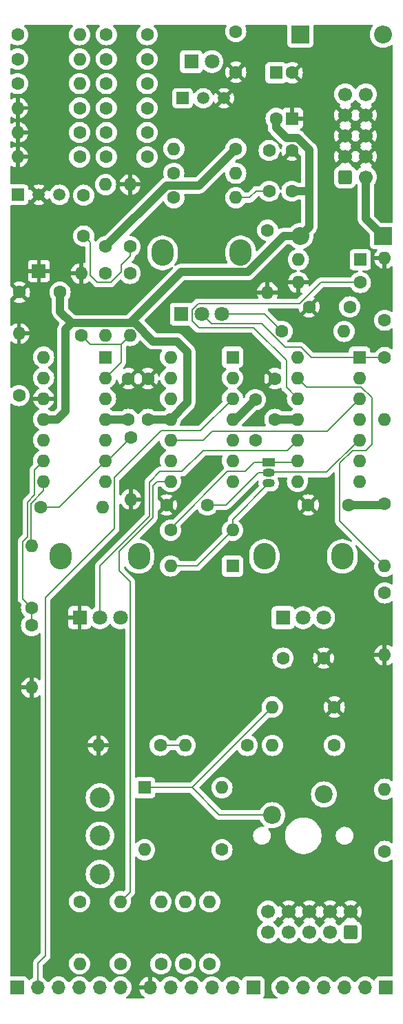
<source format=gtl>
%TF.GenerationSoftware,KiCad,Pcbnew,8.0.5*%
%TF.CreationDate,2024-12-04T18:37:58+01:00*%
%TF.ProjectId,DMH_S_H_Noise_PCB,444d485f-535f-4485-9f4e-6f6973655f50,1*%
%TF.SameCoordinates,Original*%
%TF.FileFunction,Copper,L1,Top*%
%TF.FilePolarity,Positive*%
%FSLAX46Y46*%
G04 Gerber Fmt 4.6, Leading zero omitted, Abs format (unit mm)*
G04 Created by KiCad (PCBNEW 8.0.5) date 2024-12-04 18:37:58*
%MOMM*%
%LPD*%
G01*
G04 APERTURE LIST*
G04 Aperture macros list*
%AMRoundRect*
0 Rectangle with rounded corners*
0 $1 Rounding radius*
0 $2 $3 $4 $5 $6 $7 $8 $9 X,Y pos of 4 corners*
0 Add a 4 corners polygon primitive as box body*
4,1,4,$2,$3,$4,$5,$6,$7,$8,$9,$2,$3,0*
0 Add four circle primitives for the rounded corners*
1,1,$1+$1,$2,$3*
1,1,$1+$1,$4,$5*
1,1,$1+$1,$6,$7*
1,1,$1+$1,$8,$9*
0 Add four rect primitives between the rounded corners*
20,1,$1+$1,$2,$3,$4,$5,0*
20,1,$1+$1,$4,$5,$6,$7,0*
20,1,$1+$1,$6,$7,$8,$9,0*
20,1,$1+$1,$8,$9,$2,$3,0*%
G04 Aperture macros list end*
%TA.AperFunction,ComponentPad*%
%ADD10R,1.800000X1.800000*%
%TD*%
%TA.AperFunction,ComponentPad*%
%ADD11C,1.800000*%
%TD*%
%TA.AperFunction,ComponentPad*%
%ADD12O,2.720000X3.240000*%
%TD*%
%TA.AperFunction,ComponentPad*%
%ADD13C,2.200000*%
%TD*%
%TA.AperFunction,ComponentPad*%
%ADD14C,2.500000*%
%TD*%
%TA.AperFunction,ComponentPad*%
%ADD15R,1.700000X1.700000*%
%TD*%
%TA.AperFunction,ComponentPad*%
%ADD16R,1.600000X1.600000*%
%TD*%
%TA.AperFunction,ComponentPad*%
%ADD17C,1.600000*%
%TD*%
%TA.AperFunction,ComponentPad*%
%ADD18O,1.600000X1.600000*%
%TD*%
%TA.AperFunction,ComponentPad*%
%ADD19R,2.200000X2.200000*%
%TD*%
%TA.AperFunction,ComponentPad*%
%ADD20O,2.200000X2.200000*%
%TD*%
%TA.AperFunction,ComponentPad*%
%ADD21O,1.700000X1.700000*%
%TD*%
%TA.AperFunction,ComponentPad*%
%ADD22RoundRect,0.250000X0.600000X-0.600000X0.600000X0.600000X-0.600000X0.600000X-0.600000X-0.600000X0*%
%TD*%
%TA.AperFunction,ComponentPad*%
%ADD23C,1.700000*%
%TD*%
%TA.AperFunction,ComponentPad*%
%ADD24R,1.500000X1.500000*%
%TD*%
%TA.AperFunction,ComponentPad*%
%ADD25C,1.500000*%
%TD*%
%TA.AperFunction,ComponentPad*%
%ADD26R,1.500000X1.050000*%
%TD*%
%TA.AperFunction,ComponentPad*%
%ADD27O,1.500000X1.050000*%
%TD*%
%TA.AperFunction,ComponentPad*%
%ADD28RoundRect,0.250000X-0.600000X-0.600000X0.600000X-0.600000X0.600000X0.600000X-0.600000X0.600000X0*%
%TD*%
%TA.AperFunction,Conductor*%
%ADD29C,1.000000*%
%TD*%
%TA.AperFunction,Conductor*%
%ADD30C,0.200000*%
%TD*%
G04 APERTURE END LIST*
D10*
%TO.P,D3,1,K*%
%TO.N,Net-(D3-K)*%
X73725000Y-47500000D03*
D11*
%TO.P,D3,2,A*%
%TO.N,Net-(D3-A)*%
X76265000Y-47500000D03*
%TD*%
D12*
%TO.P,RV1,*%
%TO.N,*%
X70200000Y-70975000D03*
X79800000Y-70975000D03*
D10*
%TO.P,RV1,1,1*%
%TO.N,/Core Circuit/Internal Clock*%
X72500000Y-78475000D03*
D11*
%TO.P,RV1,2,2*%
X75000000Y-78475000D03*
%TO.P,RV1,3,3*%
%TO.N,Net-(R1-Pad1)*%
X77500000Y-78475000D03*
%TD*%
D12*
%TO.P,RV2,*%
%TO.N,*%
X57700000Y-108225000D03*
X67300000Y-108225000D03*
D10*
%TO.P,RV2,1,1*%
%TO.N,GND*%
X60000000Y-115725000D03*
D11*
%TO.P,RV2,2,2*%
%TO.N,Net-(U1C-+)*%
X62500000Y-115725000D03*
%TO.P,RV2,3,3*%
%TO.N,/Core Circuit/Input*%
X65000000Y-115725000D03*
%TD*%
D12*
%TO.P,RV3,*%
%TO.N,*%
X82700000Y-108225000D03*
X92300000Y-108225000D03*
D10*
%TO.P,RV3,1,1*%
%TO.N,Net-(U2A--)*%
X85000000Y-115725000D03*
D11*
%TO.P,RV3,2,2*%
%TO.N,Net-(U2B-+)*%
X87500000Y-115725000D03*
%TO.P,RV3,3,3*%
X90000000Y-115725000D03*
%TD*%
D13*
%TO.P,SW1,1,1*%
%TO.N,Net-(R6-Pad1)*%
X90040000Y-137420000D03*
%TO.P,SW1,2,2*%
%TO.N,Net-(D4-K)*%
X83690000Y-139960000D03*
%TD*%
D14*
%TO.P,SW2,1,C*%
%TO.N,Net-(SW2-C)*%
X62500000Y-147200000D03*
%TO.P,SW2,2,B*%
%TO.N,Net-(D4-A)*%
X62500000Y-142500000D03*
%TO.P,SW2,3,A*%
%TO.N,unconnected-(SW2-A-Pad3)*%
X62500000Y-137800000D03*
%TD*%
D15*
%TO.P,J0,1,Pin_1*%
%TO.N,GND*%
X55000000Y-73200000D03*
%TD*%
D16*
%TO.P,C1,1*%
%TO.N,+12V*%
X84144888Y-48875000D03*
D17*
%TO.P,C1,2*%
%TO.N,GND*%
X86144888Y-48875000D03*
%TD*%
D16*
%TO.P,U1,1*%
%TO.N,/Core Circuit/Internal Clock*%
X94400000Y-83775000D03*
D18*
%TO.P,U1,2,-*%
%TO.N,Net-(U1A--)*%
X94400000Y-86315000D03*
%TO.P,U1,3,+*%
%TO.N,Net-(U1A-+)*%
X94400000Y-88855000D03*
%TO.P,U1,4,V+*%
%TO.N,+12V*%
X94400000Y-91395000D03*
%TO.P,U1,5,+*%
%TO.N,/Core Circuit/S&H*%
X94400000Y-93935000D03*
%TO.P,U1,6,-*%
%TO.N,Net-(U1B--)*%
X94400000Y-96475000D03*
%TO.P,U1,7*%
X94400000Y-99015000D03*
%TO.P,U1,8*%
%TO.N,Net-(Q2-D)*%
X86780000Y-99015000D03*
%TO.P,U1,9,-*%
X86780000Y-96475000D03*
%TO.P,U1,10,+*%
%TO.N,Net-(U1C-+)*%
X86780000Y-93935000D03*
%TO.P,U1,11,V-*%
%TO.N,-12V*%
X86780000Y-91395000D03*
%TO.P,U1,12,+*%
%TO.N,Net-(D5-K)*%
X86780000Y-88855000D03*
%TO.P,U1,13,-*%
%TO.N,Net-(U1D--)*%
X86780000Y-86315000D03*
%TO.P,U1,14*%
%TO.N,Net-(D6-K)*%
X86780000Y-83775000D03*
%TD*%
D19*
%TO.P,D1,1,K*%
%TO.N,Net-(D1-K)*%
X97280000Y-68900000D03*
D20*
%TO.P,D1,2,A*%
%TO.N,-12V*%
X87120000Y-68900000D03*
%TD*%
D17*
%TO.P,R5,1*%
%TO.N,GND*%
X91310000Y-126700000D03*
D18*
%TO.P,R5,2*%
%TO.N,Net-(D4-K)*%
X83690000Y-126700000D03*
%TD*%
D16*
%TO.P,D6,1,K*%
%TO.N,Net-(D6-K)*%
X78810000Y-109400000D03*
D18*
%TO.P,D6,2,A*%
%TO.N,Net-(D6-A)*%
X71190000Y-109400000D03*
%TD*%
D17*
%TO.P,R32,1*%
%TO.N,Net-(U3C-+)*%
X52390000Y-47200000D03*
D18*
%TO.P,R32,2*%
%TO.N,Net-(C20-Pad2)*%
X60010000Y-47200000D03*
%TD*%
D17*
%TO.P,R26,1*%
%TO.N,Net-(C17-Pad2)*%
X60010000Y-56200000D03*
D18*
%TO.P,R26,2*%
%TO.N,GND*%
X52390000Y-56200000D03*
%TD*%
D17*
%TO.P,C8,1*%
%TO.N,GND*%
X68400000Y-86400000D03*
%TO.P,C8,2*%
%TO.N,-12V*%
X68400000Y-91400000D03*
%TD*%
D15*
%TO.P,J50,1,Pin_1*%
%TO.N,/Core Circuit/Input*%
X52350000Y-161100000D03*
D21*
%TO.P,J50,2,Pin_2*%
%TO.N,/Core Circuit/Slew Input*%
X54890000Y-161100000D03*
%TO.P,J50,3,Pin_3*%
%TO.N,/Core Circuit/S&H*%
X57430000Y-161100000D03*
%TO.P,J50,4,Pin_4*%
%TO.N,/Core Circuit/External Clock*%
X59970000Y-161100000D03*
%TO.P,J50,5,Pin_5*%
%TO.N,/Core Circuit/Internal Clock*%
X62510000Y-161100000D03*
%TO.P,J50,6,Pin_6*%
%TO.N,/Core Circuit/Clock Output*%
X65050000Y-161100000D03*
%TD*%
D17*
%TO.P,C3,1*%
%TO.N,+12V*%
X79200000Y-43800000D03*
%TO.P,C3,2*%
%TO.N,GND*%
X79200000Y-48800000D03*
%TD*%
%TO.P,C16,1*%
%TO.N,Net-(U3B-+)*%
X68300000Y-53200000D03*
%TO.P,C16,2*%
%TO.N,Net-(C16-Pad2)*%
X63300000Y-53200000D03*
%TD*%
%TO.P,C14,1*%
%TO.N,Net-(U2B-+)*%
X85000000Y-120700000D03*
%TO.P,C14,2*%
%TO.N,GND*%
X90000000Y-120700000D03*
%TD*%
%TO.P,C20,1*%
%TO.N,Net-(U3B-+)*%
X68300000Y-47200000D03*
%TO.P,C20,2*%
%TO.N,Net-(C20-Pad2)*%
X63300000Y-47200000D03*
%TD*%
%TO.P,C19,1*%
%TO.N,Net-(U3B-+)*%
X68300000Y-50200000D03*
%TO.P,C19,2*%
%TO.N,Net-(C19-Pad2)*%
X63300000Y-50200000D03*
%TD*%
%TO.P,R37,1*%
%TO.N,/Core Circuit/Blue*%
X70000000Y-158210000D03*
D18*
%TO.P,R37,2*%
%TO.N,Net-(R36-Pad2)*%
X70000000Y-150590000D03*
%TD*%
D17*
%TO.P,R34,1*%
%TO.N,Net-(U3C-+)*%
X52550000Y-88485000D03*
D18*
%TO.P,R34,2*%
%TO.N,GND*%
X52550000Y-80865000D03*
%TD*%
D17*
%TO.P,C12,1*%
%TO.N,Net-(D5-A)*%
X83300000Y-58400000D03*
%TO.P,C12,2*%
%TO.N,Net-(C12-Pad2)*%
X83300000Y-63400000D03*
%TD*%
%TO.P,R29,1*%
%TO.N,Net-(U3B--)*%
X55190000Y-102200000D03*
D18*
%TO.P,R29,2*%
%TO.N,Net-(R29-Pad2)*%
X62810000Y-102200000D03*
%TD*%
D17*
%TO.P,R19,1*%
%TO.N,+12V*%
X63200000Y-70210000D03*
D18*
%TO.P,R19,2*%
%TO.N,Net-(Q3-E)*%
X63200000Y-62590000D03*
%TD*%
D17*
%TO.P,R10,1*%
%TO.N,Net-(D5-A)*%
X83100000Y-68190000D03*
D18*
%TO.P,R10,2*%
%TO.N,GND*%
X83100000Y-75810000D03*
%TD*%
D17*
%TO.P,R15,1*%
%TO.N,Net-(Q2-D)*%
X71190000Y-105000000D03*
D18*
%TO.P,R15,2*%
%TO.N,Net-(D6-A)*%
X78810000Y-105000000D03*
%TD*%
D17*
%TO.P,R14,1*%
%TO.N,Net-(Q1-B)*%
X71580000Y-61200000D03*
D18*
%TO.P,R14,2*%
%TO.N,Net-(D5-A)*%
X79200000Y-61200000D03*
%TD*%
D17*
%TO.P,R22,1*%
%TO.N,Net-(R22-Pad1)*%
X66200000Y-73490000D03*
D18*
%TO.P,R22,2*%
%TO.N,Net-(U3A--)*%
X66200000Y-81110000D03*
%TD*%
D22*
%TO.P,J200,1,Pin_1*%
%TO.N,Net-(J200-Pin_1)*%
X93330000Y-154352500D03*
D23*
%TO.P,J200,2,Pin_2*%
%TO.N,Net-(J200-Pin_2)*%
X90790000Y-154352500D03*
%TO.P,J200,3,Pin_3*%
%TO.N,Net-(J200-Pin_3)*%
X88250000Y-154352500D03*
%TO.P,J200,4,Pin_4*%
%TO.N,Net-(J200-Pin_4)*%
X85710000Y-154352500D03*
%TO.P,J200,5,Pin_5*%
%TO.N,Net-(J200-Pin_5)*%
X83170000Y-154352500D03*
%TO.P,J200,6,Pin_6*%
%TO.N,GND*%
X93330000Y-151812500D03*
%TO.P,J200,7,Pin_7*%
X90790000Y-151812500D03*
%TO.P,J200,8,Pin_8*%
X88250000Y-151812500D03*
%TO.P,J200,9,Pin_9*%
X85710000Y-151812500D03*
%TO.P,J200,10,Pin_10*%
%TO.N,Net-(J200-Pin_10)*%
X83170000Y-151812500D03*
%TD*%
D16*
%TO.P,U3,1*%
%TO.N,Net-(R22-Pad1)*%
X63200000Y-83775000D03*
D18*
%TO.P,U3,2,-*%
%TO.N,Net-(U3A--)*%
X63200000Y-86315000D03*
%TO.P,U3,3,+*%
%TO.N,Net-(U3A-+)*%
X63200000Y-88855000D03*
%TO.P,U3,4,V+*%
%TO.N,+12V*%
X63200000Y-91395000D03*
%TO.P,U3,5,+*%
%TO.N,Net-(U3B-+)*%
X63200000Y-93935000D03*
%TO.P,U3,6,-*%
%TO.N,Net-(U3B--)*%
X63200000Y-96475000D03*
%TO.P,U3,7*%
%TO.N,Net-(R29-Pad2)*%
X63200000Y-99015000D03*
%TO.P,U3,8*%
%TO.N,Net-(R36-Pad2)*%
X55580000Y-99015000D03*
%TO.P,U3,9,-*%
%TO.N,Net-(U3C--)*%
X55580000Y-96475000D03*
%TO.P,U3,10,+*%
%TO.N,Net-(U3C-+)*%
X55580000Y-93935000D03*
%TO.P,U3,11,V-*%
%TO.N,-12V*%
X55580000Y-91395000D03*
%TO.P,U3,12,+*%
%TO.N,GND*%
X55580000Y-88855000D03*
%TO.P,U3,13,-*%
%TO.N,Net-(U3D--)*%
X55580000Y-86315000D03*
%TO.P,U3,14*%
X55580000Y-83775000D03*
%TD*%
D17*
%TO.P,C15,1*%
%TO.N,Net-(Q3-E)*%
X60500000Y-63900000D03*
%TO.P,C15,2*%
%TO.N,Net-(U3A-+)*%
X60500000Y-68900000D03*
%TD*%
%TO.P,C17,1*%
%TO.N,Net-(U3B-+)*%
X68300000Y-56200000D03*
%TO.P,C17,2*%
%TO.N,Net-(C17-Pad2)*%
X63300000Y-56200000D03*
%TD*%
%TO.P,C18,1*%
%TO.N,Net-(U3B-+)*%
X68300000Y-59200000D03*
%TO.P,C18,2*%
%TO.N,Net-(C18-Pad2)*%
X63300000Y-59200000D03*
%TD*%
%TO.P,R4,1*%
%TO.N,Net-(SW2-C)*%
X60000000Y-150580000D03*
D18*
%TO.P,R4,2*%
%TO.N,/Core Circuit/External Clock*%
X60000000Y-158200000D03*
%TD*%
D17*
%TO.P,R17,1*%
%TO.N,/Core Circuit/Slew Output*%
X77500000Y-144210000D03*
D18*
%TO.P,R17,2*%
%TO.N,Net-(U2B--)*%
X77500000Y-136590000D03*
%TD*%
D24*
%TO.P,Q3,1,C*%
%TO.N,unconnected-(Q3-C-Pad1)*%
X52460000Y-63840000D03*
D25*
%TO.P,Q3,2,B*%
%TO.N,GND*%
X55000000Y-63840000D03*
%TO.P,Q3,3,E*%
%TO.N,Net-(Q3-E)*%
X57540000Y-63840000D03*
%TD*%
D17*
%TO.P,R25,1*%
%TO.N,Net-(C16-Pad2)*%
X60010000Y-53200000D03*
D18*
%TO.P,R25,2*%
%TO.N,GND*%
X52390000Y-53200000D03*
%TD*%
D17*
%TO.P,R28,1*%
%TO.N,Net-(U3B--)*%
X66300000Y-93590000D03*
D18*
%TO.P,R28,2*%
%TO.N,GND*%
X66300000Y-101210000D03*
%TD*%
D17*
%TO.P,R1,1*%
%TO.N,Net-(R1-Pad1)*%
X84890000Y-80600000D03*
D18*
%TO.P,R1,2*%
%TO.N,Net-(U1A--)*%
X92510000Y-80600000D03*
%TD*%
D17*
%TO.P,R16,1*%
%TO.N,/Core Circuit/S&H Output*%
X97500000Y-144410000D03*
D18*
%TO.P,R16,2*%
%TO.N,Net-(U1B--)*%
X97500000Y-136790000D03*
%TD*%
D17*
%TO.P,C10,1*%
%TO.N,GND*%
X52600000Y-75800000D03*
%TO.P,C10,2*%
%TO.N,-12V*%
X57600000Y-75800000D03*
%TD*%
%TO.P,R33,1*%
%TO.N,Net-(U3C-+)*%
X52390000Y-44200000D03*
D18*
%TO.P,R33,2*%
%TO.N,Net-(C21-Pad2)*%
X60010000Y-44200000D03*
%TD*%
D17*
%TO.P,R11,1*%
%TO.N,Net-(D5-K)*%
X94510000Y-74600000D03*
D18*
%TO.P,R11,2*%
%TO.N,GND*%
X86890000Y-74600000D03*
%TD*%
D17*
%TO.P,R7,1*%
%TO.N,Net-(U2D--)*%
X69910000Y-131400000D03*
D18*
%TO.P,R7,2*%
%TO.N,GND*%
X62290000Y-131400000D03*
%TD*%
D17*
%TO.P,R13,1*%
%TO.N,+12V*%
X97500000Y-101790000D03*
D18*
%TO.P,R13,2*%
%TO.N,Net-(U1D--)*%
X97500000Y-109410000D03*
%TD*%
D17*
%TO.P,C13,1*%
%TO.N,/Core Circuit/S&H*%
X75700000Y-101900000D03*
%TO.P,C13,2*%
%TO.N,GND*%
X70700000Y-101900000D03*
%TD*%
D16*
%TO.P,C2,1*%
%TO.N,GND*%
X86155114Y-54475000D03*
D17*
%TO.P,C2,2*%
%TO.N,-12V*%
X84155114Y-54475000D03*
%TD*%
%TO.P,C21,1*%
%TO.N,Net-(U3B-+)*%
X68300000Y-44200000D03*
%TO.P,C21,2*%
%TO.N,Net-(C21-Pad2)*%
X63300000Y-44200000D03*
%TD*%
%TO.P,R23,1*%
%TO.N,/Core Circuit/White*%
X73000000Y-158210000D03*
D18*
%TO.P,R23,2*%
%TO.N,Net-(R22-Pad1)*%
X73000000Y-150590000D03*
%TD*%
D24*
%TO.P,Q1,1,C*%
%TO.N,Net-(D3-K)*%
X72660000Y-52000000D03*
D25*
%TO.P,Q1,2,B*%
%TO.N,Net-(Q1-B)*%
X75200000Y-52000000D03*
%TO.P,Q1,3,E*%
%TO.N,GND*%
X77740000Y-52000000D03*
%TD*%
D17*
%TO.P,R21,1*%
%TO.N,Net-(U3A--)*%
X60200000Y-81110000D03*
D18*
%TO.P,R21,2*%
%TO.N,GND*%
X60200000Y-73490000D03*
%TD*%
D17*
%TO.P,C7,1*%
%TO.N,+12V*%
X81600000Y-88975000D03*
%TO.P,C7,2*%
%TO.N,GND*%
X81600000Y-93975000D03*
%TD*%
D26*
%TO.P,Q2,1,D*%
%TO.N,Net-(Q2-D)*%
X83250000Y-96700000D03*
D27*
%TO.P,Q2,2,S*%
%TO.N,/Core Circuit/S&H*%
X83250000Y-97970000D03*
%TO.P,Q2,3,G*%
%TO.N,Net-(D6-A)*%
X83250000Y-99240000D03*
%TD*%
D17*
%TO.P,R31,1*%
%TO.N,Net-(U3C-+)*%
X52390000Y-50200000D03*
D18*
%TO.P,R31,2*%
%TO.N,Net-(C19-Pad2)*%
X60010000Y-50200000D03*
%TD*%
D17*
%TO.P,R2,1*%
%TO.N,Net-(U1A-+)*%
X97500000Y-79235000D03*
D18*
%TO.P,R2,2*%
%TO.N,GND*%
X97500000Y-71615000D03*
%TD*%
D17*
%TO.P,R3,1*%
%TO.N,/Core Circuit/Internal Clock*%
X97500000Y-83800000D03*
D18*
%TO.P,R3,2*%
%TO.N,Net-(U1A-+)*%
X97500000Y-91420000D03*
%TD*%
D16*
%TO.P,D5,1,K*%
%TO.N,Net-(D5-K)*%
X94510000Y-71800000D03*
D18*
%TO.P,D5,2,A*%
%TO.N,Net-(D5-A)*%
X86890000Y-71800000D03*
%TD*%
D19*
%TO.P,D2,1,K*%
%TO.N,+12V*%
X87120000Y-44200000D03*
D20*
%TO.P,D2,2,A*%
%TO.N,Net-(D2-A)*%
X97280000Y-44200000D03*
%TD*%
D17*
%TO.P,R36,1*%
%TO.N,Net-(U3C--)*%
X54100000Y-114510000D03*
D18*
%TO.P,R36,2*%
%TO.N,Net-(R36-Pad2)*%
X54100000Y-106890000D03*
%TD*%
D17*
%TO.P,R38,1*%
%TO.N,+12V*%
X79210000Y-58200000D03*
D18*
%TO.P,R38,2*%
%TO.N,Net-(D3-A)*%
X71590000Y-58200000D03*
%TD*%
D17*
%TO.P,R8,1*%
%TO.N,+12V*%
X80610000Y-131400000D03*
D18*
%TO.P,R8,2*%
%TO.N,Net-(U2D--)*%
X72990000Y-131400000D03*
%TD*%
D17*
%TO.P,R9,1*%
%TO.N,Net-(R9-Pad1)*%
X71590000Y-64200000D03*
D18*
%TO.P,R9,2*%
%TO.N,Net-(C12-Pad2)*%
X79210000Y-64200000D03*
%TD*%
D17*
%TO.P,R35,1*%
%TO.N,Net-(U3C--)*%
X54100000Y-116690000D03*
D18*
%TO.P,R35,2*%
%TO.N,GND*%
X54100000Y-124310000D03*
%TD*%
D15*
%TO.P,J60,1,Pin_1*%
%TO.N,/Core Circuit/S&H Output*%
X81350000Y-161100000D03*
D21*
%TO.P,J60,2,Pin_2*%
%TO.N,/Core Circuit/Slew Output*%
X78810000Y-161100000D03*
%TO.P,J60,3,Pin_3*%
%TO.N,/Core Circuit/Pink*%
X76270000Y-161100000D03*
%TO.P,J60,4,Pin_4*%
%TO.N,/Core Circuit/White*%
X73730000Y-161100000D03*
%TO.P,J60,5,Pin_5*%
%TO.N,/Core Circuit/Blue*%
X71190000Y-161100000D03*
%TO.P,J60,6,Pin_6*%
%TO.N,GND*%
X68650000Y-161100000D03*
%TD*%
D28*
%TO.P,J100,1a,Pin_1a*%
%TO.N,Net-(D1-K)*%
X92647500Y-61680000D03*
D23*
%TO.P,J100,1b,Pin_1b*%
X95187500Y-61680000D03*
%TO.P,J100,2a,Pin_2a*%
%TO.N,GND*%
X92647500Y-59140000D03*
%TO.P,J100,2b,Pin_2b*%
X95187500Y-59140000D03*
%TO.P,J100,3a,Pin_3a*%
X92647500Y-56600000D03*
%TO.P,J100,3b,Pin_3b*%
X95187500Y-56600000D03*
%TO.P,J100,4a,Pin_4a*%
X92647500Y-54060000D03*
%TO.P,J100,4b,Pin_4b*%
X95187500Y-54060000D03*
%TO.P,J100,5a,Pin_5a*%
%TO.N,Net-(D2-A)*%
X92647500Y-51520000D03*
%TO.P,J100,5b,Pin_5b*%
X95187500Y-51520000D03*
%TD*%
D17*
%TO.P,R27,1*%
%TO.N,Net-(C18-Pad2)*%
X60010000Y-59200000D03*
D18*
%TO.P,R27,2*%
%TO.N,GND*%
X52390000Y-59200000D03*
%TD*%
D16*
%TO.P,U2,1*%
%TO.N,Net-(U2A--)*%
X78800000Y-83775000D03*
D18*
%TO.P,U2,2,-*%
X78800000Y-86315000D03*
%TO.P,U2,3,+*%
%TO.N,/Core Circuit/Slew Input*%
X78800000Y-88855000D03*
%TO.P,U2,4,V+*%
%TO.N,+12V*%
X78800000Y-91395000D03*
%TO.P,U2,5,+*%
%TO.N,Net-(U2B-+)*%
X78800000Y-93935000D03*
%TO.P,U2,6,-*%
%TO.N,Net-(U2B--)*%
X78800000Y-96475000D03*
%TO.P,U2,7*%
X78800000Y-99015000D03*
%TO.P,U2,8*%
%TO.N,Net-(U2C--)*%
X71180000Y-99015000D03*
%TO.P,U2,9,-*%
X71180000Y-96475000D03*
%TO.P,U2,10,+*%
%TO.N,Net-(U1A-+)*%
X71180000Y-93935000D03*
%TO.P,U2,11,V-*%
%TO.N,-12V*%
X71180000Y-91395000D03*
%TO.P,U2,12,+*%
%TO.N,Net-(D4-K)*%
X71180000Y-88855000D03*
%TO.P,U2,13,-*%
%TO.N,Net-(U2D--)*%
X71180000Y-86315000D03*
%TO.P,U2,14*%
%TO.N,Net-(R9-Pad1)*%
X71180000Y-83775000D03*
%TD*%
D17*
%TO.P,C6,1*%
%TO.N,GND*%
X84000000Y-86400000D03*
%TO.P,C6,2*%
%TO.N,-12V*%
X84000000Y-91400000D03*
%TD*%
%TO.P,R18,1*%
%TO.N,/Core Circuit/Clock Output*%
X65000000Y-158185000D03*
D18*
%TO.P,R18,2*%
%TO.N,Net-(U2C--)*%
X65000000Y-150565000D03*
%TD*%
D16*
%TO.P,D4,1,K*%
%TO.N,Net-(D4-K)*%
X68000000Y-136590000D03*
D18*
%TO.P,D4,2,A*%
%TO.N,Net-(D4-A)*%
X68000000Y-144210000D03*
%TD*%
D17*
%TO.P,R6,1*%
%TO.N,Net-(R6-Pad1)*%
X91310000Y-131400000D03*
D18*
%TO.P,R6,2*%
%TO.N,+12V*%
X83690000Y-131400000D03*
%TD*%
D17*
%TO.P,R12,1*%
%TO.N,Net-(U1D--)*%
X97500000Y-112700000D03*
D18*
%TO.P,R12,2*%
%TO.N,GND*%
X97500000Y-120320000D03*
%TD*%
D17*
%TO.P,C11,1*%
%TO.N,GND*%
X88200000Y-77600000D03*
%TO.P,C11,2*%
%TO.N,Net-(U1A--)*%
X93200000Y-77600000D03*
%TD*%
%TO.P,C4,1*%
%TO.N,GND*%
X86100000Y-58400000D03*
%TO.P,C4,2*%
%TO.N,-12V*%
X86100000Y-63400000D03*
%TD*%
%TO.P,C9,1*%
%TO.N,+12V*%
X66000000Y-91400000D03*
%TO.P,C9,2*%
%TO.N,GND*%
X66000000Y-86400000D03*
%TD*%
%TO.P,R20,1*%
%TO.N,Net-(U3A-+)*%
X66200000Y-70210000D03*
D18*
%TO.P,R20,2*%
%TO.N,GND*%
X66200000Y-62590000D03*
%TD*%
D17*
%TO.P,R30,1*%
%TO.N,/Core Circuit/Pink*%
X76000000Y-158210000D03*
D18*
%TO.P,R30,2*%
%TO.N,Net-(R29-Pad2)*%
X76000000Y-150590000D03*
%TD*%
D17*
%TO.P,R24,1*%
%TO.N,Net-(U3B-+)*%
X63200000Y-73490000D03*
D18*
%TO.P,R24,2*%
%TO.N,Net-(R22-Pad1)*%
X63200000Y-81110000D03*
%TD*%
D15*
%TO.P,J70,1,Pin_1*%
%TO.N,Net-(J200-Pin_1)*%
X97650000Y-161100000D03*
D21*
%TO.P,J70,2,Pin_2*%
%TO.N,Net-(J200-Pin_2)*%
X95110000Y-161100000D03*
%TO.P,J70,3,Pin_3*%
%TO.N,Net-(J200-Pin_3)*%
X92570000Y-161100000D03*
%TO.P,J70,4,Pin_4*%
%TO.N,Net-(J200-Pin_4)*%
X90030000Y-161100000D03*
%TO.P,J70,5,Pin_5*%
%TO.N,Net-(J200-Pin_5)*%
X87490000Y-161100000D03*
%TO.P,J70,6,Pin_6*%
%TO.N,Net-(J200-Pin_10)*%
X84950000Y-161100000D03*
%TD*%
D17*
%TO.P,C5,1*%
%TO.N,+12V*%
X93100000Y-101900000D03*
%TO.P,C5,2*%
%TO.N,GND*%
X88100000Y-101900000D03*
%TD*%
D29*
%TO.N,+12V*%
X63200000Y-70210000D02*
X70710000Y-62700000D01*
X65995000Y-91395000D02*
X66000000Y-91400000D01*
X79180000Y-91395000D02*
X81600000Y-88975000D01*
X70710000Y-62700000D02*
X74710000Y-62700000D01*
X93100000Y-101900000D02*
X97390000Y-101900000D01*
X74710000Y-62700000D02*
X79210000Y-58200000D01*
X63200000Y-91395000D02*
X65995000Y-91395000D01*
X78800000Y-91395000D02*
X79180000Y-91395000D01*
%TO.N,-12V*%
X66821321Y-79610000D02*
X69036321Y-81825000D01*
X68400000Y-91400000D02*
X71175000Y-91400000D01*
X55580000Y-91395000D02*
X57255000Y-91395000D01*
X73225000Y-89350000D02*
X71180000Y-91395000D01*
X66190000Y-79610000D02*
X72475000Y-73325000D01*
X58275000Y-80345000D02*
X59010000Y-79610000D01*
X73225000Y-83100000D02*
X73225000Y-89350000D01*
X84000000Y-91400000D02*
X86775000Y-91400000D01*
X85100000Y-68900000D02*
X87120000Y-68900000D01*
X57600000Y-78200000D02*
X57600000Y-75800000D01*
X71950000Y-81825000D02*
X73225000Y-83100000D01*
X86100000Y-63400000D02*
X88219999Y-63400000D01*
X69036321Y-81825000D02*
X71950000Y-81825000D01*
X84155114Y-55606370D02*
X85448744Y-56900000D01*
X57600000Y-78200000D02*
X59010000Y-79610000D01*
X88219999Y-67800001D02*
X87120000Y-68900000D01*
X88219999Y-63400000D02*
X88219999Y-67800001D01*
X85448744Y-56900000D02*
X86800000Y-56900000D01*
X66190000Y-79610000D02*
X59010000Y-79610000D01*
X66190000Y-79610000D02*
X66821321Y-79610000D01*
X84155114Y-54475000D02*
X84155114Y-55606370D01*
X58275000Y-90375000D02*
X58275000Y-80345000D01*
X80675000Y-73325000D02*
X85100000Y-68900000D01*
X72475000Y-73325000D02*
X80675000Y-73325000D01*
X86800000Y-56900000D02*
X88219999Y-58319999D01*
X57255000Y-91395000D02*
X58275000Y-90375000D01*
X71175000Y-91400000D02*
X71180000Y-91395000D01*
X88219999Y-58319999D02*
X88219999Y-63400000D01*
D30*
%TO.N,Net-(C12-Pad2)*%
X81700000Y-63400000D02*
X83300000Y-63400000D01*
X80900000Y-64200000D02*
X81700000Y-63400000D01*
X79210000Y-64200000D02*
X80900000Y-64200000D01*
%TO.N,/Core Circuit/S&H*%
X81930000Y-97970000D02*
X83250000Y-97970000D01*
X78000000Y-101900000D02*
X81930000Y-97970000D01*
X75700000Y-101900000D02*
X78000000Y-101900000D01*
X83750000Y-97970000D02*
X83820000Y-97900000D01*
X94299314Y-93935000D02*
X94400000Y-93935000D01*
X90334314Y-97900000D02*
X94299314Y-93935000D01*
X83250000Y-97970000D02*
X83750000Y-97970000D01*
X83820000Y-97900000D02*
X90334314Y-97900000D01*
%TO.N,Net-(U3A-+)*%
X63810000Y-74590000D02*
X65100000Y-73300000D01*
X62190000Y-74590000D02*
X63810000Y-74590000D01*
X65100000Y-72500000D02*
X66200000Y-71400000D01*
X61300000Y-69700000D02*
X61300000Y-73700000D01*
X65100000Y-73300000D02*
X65100000Y-72500000D01*
X60500000Y-68900000D02*
X61300000Y-69700000D01*
X61300000Y-73700000D02*
X62190000Y-74590000D01*
X66200000Y-71400000D02*
X66200000Y-70210000D01*
%TO.N,Net-(Q3-E)*%
X60440000Y-63840000D02*
X60500000Y-63900000D01*
D29*
%TO.N,Net-(D1-K)*%
X95187500Y-61680000D02*
X95187500Y-66807500D01*
X95187500Y-66807500D02*
X97280000Y-68900000D01*
D30*
%TO.N,Net-(D4-K)*%
X83690000Y-139960000D02*
X77170000Y-139960000D01*
X73800000Y-136590000D02*
X68000000Y-136590000D01*
X77170000Y-139960000D02*
X73800000Y-136590000D01*
X83690000Y-126700000D02*
X73800000Y-136590000D01*
%TO.N,Net-(D6-A)*%
X71190000Y-109400000D02*
X74410000Y-109400000D01*
X78810000Y-105000000D02*
X78810000Y-103680000D01*
X78810000Y-103680000D02*
X83250000Y-99240000D01*
X74410000Y-109400000D02*
X78810000Y-105000000D01*
%TO.N,/Core Circuit/Slew Input*%
X74850000Y-92800000D02*
X70059365Y-92800000D01*
X54890000Y-158110000D02*
X54890000Y-161100000D01*
X55800000Y-113300000D02*
X55800000Y-157200000D01*
X78795000Y-88855000D02*
X74850000Y-92800000D01*
X78800000Y-88855000D02*
X78795000Y-88855000D01*
X55800000Y-157200000D02*
X54890000Y-158110000D01*
X64300000Y-98559365D02*
X64300000Y-104800000D01*
X64300000Y-104800000D02*
X55800000Y-113300000D01*
X70059365Y-92800000D02*
X64300000Y-98559365D01*
%TO.N,/Core Circuit/Internal Clock*%
X82375000Y-79675000D02*
X85250000Y-82550000D01*
X75000000Y-78475000D02*
X76200000Y-79675000D01*
X87225000Y-82550000D02*
X88450000Y-83775000D01*
X88450000Y-83775000D02*
X94400000Y-83775000D01*
X94400000Y-83775000D02*
X97475000Y-83775000D01*
X85250000Y-82550000D02*
X87225000Y-82550000D01*
X76200000Y-79675000D02*
X82375000Y-79675000D01*
X97475000Y-83775000D02*
X97500000Y-83800000D01*
%TO.N,Net-(Q2-D)*%
X78200000Y-97800000D02*
X80400000Y-97800000D01*
X80400000Y-97800000D02*
X81500000Y-96700000D01*
X71190000Y-104810000D02*
X78200000Y-97800000D01*
X81500000Y-96700000D02*
X83250000Y-96700000D01*
X86555000Y-96700000D02*
X86780000Y-96475000D01*
X83250000Y-96700000D02*
X86555000Y-96700000D01*
X71190000Y-105000000D02*
X71190000Y-104810000D01*
%TO.N,Net-(U1A-+)*%
X71180000Y-93935000D02*
X75215000Y-93935000D01*
X75215000Y-93935000D02*
X76315000Y-92835000D01*
X76315000Y-92835000D02*
X90420000Y-92835000D01*
X90420000Y-92835000D02*
X94400000Y-88855000D01*
%TO.N,Net-(D5-K)*%
X73800000Y-77977943D02*
X73800000Y-79325000D01*
X85400000Y-87475000D02*
X86780000Y-88855000D01*
X89644365Y-74600000D02*
X87044365Y-77200000D01*
X74577943Y-77200000D02*
X73800000Y-77977943D01*
X94510000Y-74600000D02*
X89644365Y-74600000D01*
X73800000Y-79325000D02*
X74650000Y-80175000D01*
X87044365Y-77200000D02*
X74577943Y-77200000D01*
X81400000Y-80175000D02*
X85400000Y-84175000D01*
X85400000Y-84175000D02*
X85400000Y-87475000D01*
X74650000Y-80175000D02*
X81400000Y-80175000D01*
%TO.N,Net-(U1D--)*%
X92000000Y-96800000D02*
X92000000Y-103910000D01*
X93600000Y-95200000D02*
X92000000Y-96800000D01*
X86780000Y-86315000D02*
X87880000Y-87415000D01*
X95900000Y-94500000D02*
X95200000Y-95200000D01*
X87880000Y-87415000D02*
X94615000Y-87415000D01*
X92000000Y-103910000D02*
X97500000Y-109410000D01*
X95200000Y-95200000D02*
X93600000Y-95200000D01*
X94615000Y-87415000D02*
X95900000Y-88700000D01*
X95900000Y-88700000D02*
X95900000Y-94500000D01*
%TO.N,Net-(U3A--)*%
X65100000Y-82210000D02*
X66200000Y-81110000D01*
X60200000Y-81110000D02*
X61300000Y-82210000D01*
X65100000Y-84415000D02*
X65100000Y-82210000D01*
X63200000Y-86315000D02*
X65100000Y-84415000D01*
X61300000Y-82210000D02*
X65100000Y-82210000D01*
%TO.N,Net-(R1-Pad1)*%
X77500000Y-78475000D02*
X82765000Y-78475000D01*
X82765000Y-78475000D02*
X84890000Y-80600000D01*
%TO.N,Net-(U3B--)*%
X66300000Y-93590000D02*
X63415000Y-96475000D01*
X55190000Y-102200000D02*
X57475000Y-102200000D01*
X57475000Y-102200000D02*
X63200000Y-96475000D01*
X63415000Y-96475000D02*
X63200000Y-96475000D01*
%TO.N,Net-(U3C--)*%
X53600000Y-101560684D02*
X53600000Y-105800000D01*
X53600000Y-105800000D02*
X53000000Y-106400000D01*
X55580000Y-96475000D02*
X54480000Y-97575000D01*
X53000000Y-113410000D02*
X54100000Y-114510000D01*
X53000000Y-106400000D02*
X53000000Y-113410000D01*
X54100000Y-116690000D02*
X54100000Y-114510000D01*
X54480000Y-97575000D02*
X54480000Y-100680684D01*
X54480000Y-100680684D02*
X53600000Y-101560684D01*
%TO.N,Net-(U2C--)*%
X64900000Y-110000000D02*
X64900000Y-107565686D01*
X69000000Y-103465686D02*
X69000000Y-99550000D01*
X69535000Y-99015000D02*
X71180000Y-99015000D01*
X66200000Y-149390000D02*
X66200000Y-111300000D01*
X64900000Y-107565686D02*
X69000000Y-103465686D01*
X65000000Y-150590000D02*
X66200000Y-149390000D01*
X66200000Y-111300000D02*
X64900000Y-110000000D01*
X69000000Y-99550000D02*
X69535000Y-99015000D01*
%TO.N,Net-(U2D--)*%
X69910000Y-131400000D02*
X72990000Y-131400000D01*
%TO.N,Net-(U1C-+)*%
X62500000Y-109400000D02*
X62500000Y-115725000D01*
X68600000Y-103300000D02*
X62500000Y-109400000D01*
X85515000Y-95200000D02*
X75200000Y-95200000D01*
X75200000Y-95200000D02*
X72600000Y-97800000D01*
X86780000Y-93935000D02*
X85515000Y-95200000D01*
X68600000Y-99100000D02*
X68600000Y-103300000D01*
X72600000Y-97800000D02*
X69900000Y-97800000D01*
X69900000Y-97800000D02*
X68600000Y-99100000D01*
%TO.N,Net-(R36-Pad2)*%
X55580000Y-100146370D02*
X54000000Y-101726370D01*
X55580000Y-99015000D02*
X55580000Y-100146370D01*
X54000000Y-101726370D02*
X54000000Y-106790000D01*
%TD*%
%TA.AperFunction,Conductor*%
%TO.N,GND*%
G36*
X85244075Y-152005493D02*
G01*
X85309901Y-152119507D01*
X85402993Y-152212599D01*
X85517007Y-152278425D01*
X85580590Y-152295462D01*
X84948625Y-152927425D01*
X85024594Y-152980619D01*
X85068219Y-153035196D01*
X85075413Y-153104694D01*
X85043890Y-153167049D01*
X85024595Y-153183769D01*
X84838594Y-153314008D01*
X84671505Y-153481097D01*
X84541575Y-153666658D01*
X84486998Y-153710283D01*
X84417500Y-153717477D01*
X84355145Y-153685954D01*
X84338425Y-153666658D01*
X84208494Y-153481097D01*
X84041402Y-153314006D01*
X84041396Y-153314001D01*
X83855842Y-153184075D01*
X83812217Y-153129498D01*
X83805023Y-153060000D01*
X83836546Y-152997645D01*
X83855842Y-152980925D01*
X83915121Y-152939417D01*
X84041401Y-152850995D01*
X84208495Y-152683901D01*
X84338732Y-152497903D01*
X84393307Y-152454280D01*
X84462805Y-152447086D01*
X84525160Y-152478609D01*
X84541880Y-152497905D01*
X84595073Y-152573873D01*
X85227037Y-151941909D01*
X85244075Y-152005493D01*
G37*
%TD.AperFunction*%
%TA.AperFunction,Conductor*%
G36*
X87784075Y-152005493D02*
G01*
X87849901Y-152119507D01*
X87942993Y-152212599D01*
X88057007Y-152278425D01*
X88120590Y-152295462D01*
X87488625Y-152927425D01*
X87564594Y-152980619D01*
X87608219Y-153035196D01*
X87615413Y-153104694D01*
X87583890Y-153167049D01*
X87564595Y-153183769D01*
X87378594Y-153314008D01*
X87211505Y-153481097D01*
X87081575Y-153666658D01*
X87026998Y-153710283D01*
X86957500Y-153717477D01*
X86895145Y-153685954D01*
X86878425Y-153666658D01*
X86748494Y-153481097D01*
X86581402Y-153314006D01*
X86581401Y-153314005D01*
X86395405Y-153183769D01*
X86351781Y-153129192D01*
X86344588Y-153059693D01*
X86376110Y-152997339D01*
X86395405Y-152980619D01*
X86471373Y-152927425D01*
X85839409Y-152295462D01*
X85902993Y-152278425D01*
X86017007Y-152212599D01*
X86110099Y-152119507D01*
X86175925Y-152005493D01*
X86192962Y-151941910D01*
X86824925Y-152573873D01*
X86878425Y-152497468D01*
X86933002Y-152453844D01*
X87002501Y-152446651D01*
X87064855Y-152478173D01*
X87081576Y-152497469D01*
X87135073Y-152573872D01*
X87767037Y-151941909D01*
X87784075Y-152005493D01*
G37*
%TD.AperFunction*%
%TA.AperFunction,Conductor*%
G36*
X90324075Y-152005493D02*
G01*
X90389901Y-152119507D01*
X90482993Y-152212599D01*
X90597007Y-152278425D01*
X90660590Y-152295462D01*
X90028625Y-152927425D01*
X90104594Y-152980619D01*
X90148219Y-153035196D01*
X90155413Y-153104694D01*
X90123890Y-153167049D01*
X90104595Y-153183769D01*
X89918594Y-153314008D01*
X89751505Y-153481097D01*
X89621575Y-153666658D01*
X89566998Y-153710283D01*
X89497500Y-153717477D01*
X89435145Y-153685954D01*
X89418425Y-153666658D01*
X89288494Y-153481097D01*
X89121402Y-153314006D01*
X89121401Y-153314005D01*
X88935405Y-153183769D01*
X88891781Y-153129192D01*
X88884588Y-153059693D01*
X88916110Y-152997339D01*
X88935405Y-152980619D01*
X89011373Y-152927425D01*
X88379409Y-152295462D01*
X88442993Y-152278425D01*
X88557007Y-152212599D01*
X88650099Y-152119507D01*
X88715925Y-152005493D01*
X88732962Y-151941910D01*
X89364925Y-152573873D01*
X89418425Y-152497468D01*
X89473002Y-152453844D01*
X89542501Y-152446651D01*
X89604855Y-152478173D01*
X89621576Y-152497469D01*
X89675073Y-152573872D01*
X90307037Y-151941909D01*
X90324075Y-152005493D01*
G37*
%TD.AperFunction*%
%TA.AperFunction,Conductor*%
G36*
X92864075Y-152005493D02*
G01*
X92929901Y-152119507D01*
X93022993Y-152212599D01*
X93137007Y-152278425D01*
X93200590Y-152295462D01*
X92564208Y-152931842D01*
X92553788Y-152983693D01*
X92505172Y-153033876D01*
X92483032Y-153043705D01*
X92410674Y-153067682D01*
X92410663Y-153067687D01*
X92261342Y-153159789D01*
X92137289Y-153283842D01*
X92045187Y-153433163D01*
X92045183Y-153433173D01*
X92042335Y-153441768D01*
X92002560Y-153499211D01*
X91938044Y-153526031D01*
X91869268Y-153513714D01*
X91832517Y-153484733D01*
X91832324Y-153484927D01*
X91830682Y-153483285D01*
X91829642Y-153482465D01*
X91828494Y-153481097D01*
X91661402Y-153314006D01*
X91661401Y-153314005D01*
X91475405Y-153183769D01*
X91431781Y-153129192D01*
X91424588Y-153059693D01*
X91456110Y-152997339D01*
X91475405Y-152980619D01*
X91551373Y-152927425D01*
X90919409Y-152295462D01*
X90982993Y-152278425D01*
X91097007Y-152212599D01*
X91190099Y-152119507D01*
X91255925Y-152005493D01*
X91272962Y-151941910D01*
X91904925Y-152573873D01*
X91958425Y-152497468D01*
X92013002Y-152453844D01*
X92082501Y-152446651D01*
X92144855Y-152478173D01*
X92161576Y-152497469D01*
X92215073Y-152573872D01*
X92847037Y-151941909D01*
X92864075Y-152005493D01*
G37*
%TD.AperFunction*%
%TA.AperFunction,Conductor*%
G36*
X69809394Y-94001718D02*
G01*
X69865327Y-94043590D01*
X69889588Y-94107092D01*
X69894364Y-94161687D01*
X69894366Y-94161697D01*
X69953258Y-94381488D01*
X69953261Y-94381497D01*
X70049431Y-94587732D01*
X70049432Y-94587734D01*
X70179954Y-94774141D01*
X70340858Y-94935045D01*
X70340861Y-94935047D01*
X70527266Y-95065568D01*
X70585275Y-95092618D01*
X70637714Y-95138791D01*
X70656866Y-95205984D01*
X70636650Y-95272865D01*
X70585275Y-95317382D01*
X70527267Y-95344431D01*
X70527265Y-95344432D01*
X70340858Y-95474954D01*
X70179954Y-95635858D01*
X70049432Y-95822265D01*
X70049431Y-95822267D01*
X69953261Y-96028502D01*
X69953258Y-96028511D01*
X69894366Y-96248302D01*
X69894364Y-96248313D01*
X69874532Y-96474998D01*
X69874532Y-96475001D01*
X69894364Y-96701686D01*
X69894366Y-96701697D01*
X69953258Y-96921488D01*
X69953259Y-96921490D01*
X69953261Y-96921496D01*
X69985885Y-96991458D01*
X70000637Y-97023094D01*
X70011129Y-97092172D01*
X69982609Y-97155956D01*
X69924133Y-97194195D01*
X69888255Y-97199499D01*
X69820943Y-97199499D01*
X69744579Y-97219961D01*
X69668214Y-97240423D01*
X69668209Y-97240426D01*
X69531290Y-97319475D01*
X69531282Y-97319481D01*
X68119481Y-98731282D01*
X68119475Y-98731290D01*
X68084917Y-98791148D01*
X68084917Y-98791150D01*
X68040423Y-98868214D01*
X68040423Y-98868215D01*
X67999499Y-99020943D01*
X67999499Y-99020945D01*
X67999499Y-99189046D01*
X67999500Y-99189059D01*
X67999500Y-102999902D01*
X67979815Y-103066941D01*
X67963181Y-103087583D01*
X62019481Y-109031282D01*
X62019479Y-109031285D01*
X61969361Y-109118094D01*
X61969359Y-109118096D01*
X61940425Y-109168209D01*
X61940424Y-109168210D01*
X61940423Y-109168215D01*
X61899499Y-109320943D01*
X61899499Y-109320945D01*
X61899499Y-109489046D01*
X61899500Y-109489059D01*
X61899500Y-114383655D01*
X61879815Y-114450694D01*
X61834519Y-114492709D01*
X61731376Y-114548528D01*
X61731372Y-114548530D01*
X61554023Y-114686567D01*
X61489029Y-114712209D01*
X61420489Y-114698642D01*
X61370164Y-114650174D01*
X61361679Y-114632045D01*
X61343355Y-114582915D01*
X61343350Y-114582906D01*
X61257190Y-114467812D01*
X61257187Y-114467809D01*
X61142093Y-114381649D01*
X61142086Y-114381645D01*
X61007379Y-114331403D01*
X61007372Y-114331401D01*
X60947844Y-114325000D01*
X60250000Y-114325000D01*
X60250000Y-115291988D01*
X60192993Y-115259075D01*
X60065826Y-115225000D01*
X59934174Y-115225000D01*
X59807007Y-115259075D01*
X59750000Y-115291988D01*
X59750000Y-114325000D01*
X59052155Y-114325000D01*
X58992627Y-114331401D01*
X58992620Y-114331403D01*
X58857913Y-114381645D01*
X58857906Y-114381649D01*
X58742812Y-114467809D01*
X58742809Y-114467812D01*
X58656649Y-114582906D01*
X58656645Y-114582913D01*
X58606403Y-114717620D01*
X58606401Y-114717627D01*
X58600000Y-114777155D01*
X58600000Y-115475000D01*
X59566988Y-115475000D01*
X59534075Y-115532007D01*
X59500000Y-115659174D01*
X59500000Y-115790826D01*
X59534075Y-115917993D01*
X59566988Y-115975000D01*
X58600000Y-115975000D01*
X58600000Y-116672844D01*
X58606401Y-116732372D01*
X58606403Y-116732379D01*
X58656645Y-116867086D01*
X58656649Y-116867093D01*
X58742809Y-116982187D01*
X58742812Y-116982190D01*
X58857906Y-117068350D01*
X58857913Y-117068354D01*
X58992620Y-117118596D01*
X58992627Y-117118598D01*
X59052155Y-117124999D01*
X59052172Y-117125000D01*
X59750000Y-117125000D01*
X59750000Y-116158012D01*
X59807007Y-116190925D01*
X59934174Y-116225000D01*
X60065826Y-116225000D01*
X60192993Y-116190925D01*
X60250000Y-116158012D01*
X60250000Y-117125000D01*
X60947828Y-117125000D01*
X60947844Y-117124999D01*
X61007372Y-117118598D01*
X61007379Y-117118596D01*
X61142086Y-117068354D01*
X61142093Y-117068350D01*
X61257187Y-116982190D01*
X61257190Y-116982187D01*
X61343350Y-116867093D01*
X61343353Y-116867088D01*
X61361678Y-116817955D01*
X61403549Y-116762020D01*
X61469013Y-116737602D01*
X61537286Y-116752453D01*
X61554023Y-116763433D01*
X61731365Y-116901464D01*
X61731371Y-116901468D01*
X61731374Y-116901470D01*
X61935497Y-117011936D01*
X62049487Y-117051068D01*
X62155015Y-117087297D01*
X62155017Y-117087297D01*
X62155019Y-117087298D01*
X62383951Y-117125500D01*
X62383952Y-117125500D01*
X62616048Y-117125500D01*
X62616049Y-117125500D01*
X62844981Y-117087298D01*
X63064503Y-117011936D01*
X63268626Y-116901470D01*
X63451784Y-116758913D01*
X63608979Y-116588153D01*
X63646191Y-116531196D01*
X63699337Y-116485839D01*
X63768569Y-116476415D01*
X63831904Y-116505917D01*
X63853809Y-116531196D01*
X63891016Y-116588147D01*
X63891019Y-116588151D01*
X63891021Y-116588153D01*
X64048216Y-116758913D01*
X64048219Y-116758915D01*
X64048222Y-116758918D01*
X64231365Y-116901464D01*
X64231371Y-116901468D01*
X64231374Y-116901470D01*
X64435497Y-117011936D01*
X64549487Y-117051068D01*
X64655015Y-117087297D01*
X64655017Y-117087297D01*
X64655019Y-117087298D01*
X64883951Y-117125500D01*
X64883952Y-117125500D01*
X65116048Y-117125500D01*
X65116049Y-117125500D01*
X65344981Y-117087298D01*
X65435237Y-117056312D01*
X65505035Y-117053163D01*
X65565457Y-117088249D01*
X65597317Y-117150431D01*
X65599500Y-117173594D01*
X65599500Y-149089902D01*
X65579815Y-149156941D01*
X65563181Y-149177584D01*
X65462422Y-149278342D01*
X65401098Y-149311826D01*
X65342648Y-149310435D01*
X65226697Y-149279366D01*
X65226693Y-149279365D01*
X65226692Y-149279365D01*
X65226691Y-149279364D01*
X65226686Y-149279364D01*
X65000002Y-149259532D01*
X64999998Y-149259532D01*
X64773313Y-149279364D01*
X64773302Y-149279366D01*
X64553511Y-149338258D01*
X64553502Y-149338261D01*
X64347267Y-149434431D01*
X64347265Y-149434432D01*
X64160858Y-149564954D01*
X63999954Y-149725858D01*
X63869432Y-149912265D01*
X63869431Y-149912267D01*
X63773261Y-150118502D01*
X63773258Y-150118511D01*
X63714366Y-150338302D01*
X63714364Y-150338313D01*
X63694532Y-150564998D01*
X63694532Y-150565001D01*
X63714364Y-150791686D01*
X63714366Y-150791697D01*
X63773258Y-151011488D01*
X63773261Y-151011497D01*
X63869431Y-151217732D01*
X63869432Y-151217734D01*
X63999954Y-151404141D01*
X64160858Y-151565045D01*
X64182283Y-151580047D01*
X64347266Y-151695568D01*
X64553504Y-151791739D01*
X64773308Y-151850635D01*
X64935230Y-151864801D01*
X64999998Y-151870468D01*
X65000000Y-151870468D01*
X65000002Y-151870468D01*
X65056673Y-151865509D01*
X65226692Y-151850635D01*
X65446496Y-151791739D01*
X65652734Y-151695568D01*
X65839139Y-151565047D01*
X66000047Y-151404139D01*
X66130568Y-151217734D01*
X66226739Y-151011496D01*
X66285635Y-150791692D01*
X66303281Y-150589998D01*
X68694532Y-150589998D01*
X68694532Y-150590001D01*
X68714364Y-150816686D01*
X68714366Y-150816697D01*
X68773258Y-151036488D01*
X68773261Y-151036497D01*
X68869431Y-151242732D01*
X68869432Y-151242734D01*
X68999954Y-151429141D01*
X69160858Y-151590045D01*
X69160861Y-151590047D01*
X69347266Y-151720568D01*
X69553504Y-151816739D01*
X69773308Y-151875635D01*
X69935230Y-151889801D01*
X69999998Y-151895468D01*
X70000000Y-151895468D01*
X70000002Y-151895468D01*
X70056673Y-151890509D01*
X70226692Y-151875635D01*
X70446496Y-151816739D01*
X70652734Y-151720568D01*
X70839139Y-151590047D01*
X71000047Y-151429139D01*
X71130568Y-151242734D01*
X71226739Y-151036496D01*
X71285635Y-150816692D01*
X71305468Y-150590000D01*
X71305468Y-150589998D01*
X71694532Y-150589998D01*
X71694532Y-150590001D01*
X71714364Y-150816686D01*
X71714366Y-150816697D01*
X71773258Y-151036488D01*
X71773261Y-151036497D01*
X71869431Y-151242732D01*
X71869432Y-151242734D01*
X71999954Y-151429141D01*
X72160858Y-151590045D01*
X72160861Y-151590047D01*
X72347266Y-151720568D01*
X72553504Y-151816739D01*
X72773308Y-151875635D01*
X72935230Y-151889801D01*
X72999998Y-151895468D01*
X73000000Y-151895468D01*
X73000002Y-151895468D01*
X73056673Y-151890509D01*
X73226692Y-151875635D01*
X73446496Y-151816739D01*
X73652734Y-151720568D01*
X73839139Y-151590047D01*
X74000047Y-151429139D01*
X74130568Y-151242734D01*
X74226739Y-151036496D01*
X74285635Y-150816692D01*
X74305468Y-150590000D01*
X74305468Y-150589998D01*
X74694532Y-150589998D01*
X74694532Y-150590001D01*
X74714364Y-150816686D01*
X74714366Y-150816697D01*
X74773258Y-151036488D01*
X74773261Y-151036497D01*
X74869431Y-151242732D01*
X74869432Y-151242734D01*
X74999954Y-151429141D01*
X75160858Y-151590045D01*
X75160861Y-151590047D01*
X75347266Y-151720568D01*
X75553504Y-151816739D01*
X75773308Y-151875635D01*
X75935230Y-151889801D01*
X75999998Y-151895468D01*
X76000000Y-151895468D01*
X76000002Y-151895468D01*
X76056673Y-151890509D01*
X76226692Y-151875635D01*
X76446496Y-151816739D01*
X76455589Y-151812499D01*
X81814341Y-151812499D01*
X81814341Y-151812500D01*
X81834936Y-152047903D01*
X81834938Y-152047913D01*
X81896094Y-152276155D01*
X81896096Y-152276159D01*
X81896097Y-152276163D01*
X81975597Y-152446651D01*
X81995965Y-152490330D01*
X81995967Y-152490334D01*
X82054462Y-152573873D01*
X82131501Y-152683896D01*
X82131506Y-152683902D01*
X82298597Y-152850993D01*
X82298603Y-152850998D01*
X82484158Y-152980925D01*
X82527783Y-153035502D01*
X82534977Y-153105000D01*
X82503454Y-153167355D01*
X82484158Y-153184075D01*
X82298597Y-153314005D01*
X82131505Y-153481097D01*
X81995965Y-153674669D01*
X81995964Y-153674671D01*
X81896098Y-153888835D01*
X81896094Y-153888844D01*
X81834938Y-154117086D01*
X81834936Y-154117096D01*
X81814341Y-154352499D01*
X81814341Y-154352500D01*
X81834936Y-154587903D01*
X81834938Y-154587913D01*
X81896094Y-154816155D01*
X81896096Y-154816159D01*
X81896097Y-154816163D01*
X81900000Y-154824532D01*
X81995965Y-155030330D01*
X81995967Y-155030334D01*
X82102670Y-155182720D01*
X82131505Y-155223901D01*
X82298599Y-155390995D01*
X82341675Y-155421157D01*
X82492165Y-155526532D01*
X82492167Y-155526533D01*
X82492170Y-155526535D01*
X82706337Y-155626403D01*
X82934592Y-155687563D01*
X83111034Y-155703000D01*
X83169999Y-155708159D01*
X83170000Y-155708159D01*
X83170001Y-155708159D01*
X83228966Y-155703000D01*
X83405408Y-155687563D01*
X83633663Y-155626403D01*
X83847830Y-155526535D01*
X84041401Y-155390995D01*
X84208495Y-155223901D01*
X84338425Y-155038342D01*
X84393002Y-154994717D01*
X84462500Y-154987523D01*
X84524855Y-155019046D01*
X84541575Y-155038342D01*
X84671500Y-155223895D01*
X84671505Y-155223901D01*
X84838599Y-155390995D01*
X84881675Y-155421157D01*
X85032165Y-155526532D01*
X85032167Y-155526533D01*
X85032170Y-155526535D01*
X85246337Y-155626403D01*
X85474592Y-155687563D01*
X85651034Y-155703000D01*
X85709999Y-155708159D01*
X85710000Y-155708159D01*
X85710001Y-155708159D01*
X85768966Y-155703000D01*
X85945408Y-155687563D01*
X86173663Y-155626403D01*
X86387830Y-155526535D01*
X86581401Y-155390995D01*
X86748495Y-155223901D01*
X86878425Y-155038342D01*
X86933002Y-154994717D01*
X87002500Y-154987523D01*
X87064855Y-155019046D01*
X87081575Y-155038342D01*
X87211500Y-155223895D01*
X87211505Y-155223901D01*
X87378599Y-155390995D01*
X87421675Y-155421157D01*
X87572165Y-155526532D01*
X87572167Y-155526533D01*
X87572170Y-155526535D01*
X87786337Y-155626403D01*
X88014592Y-155687563D01*
X88191034Y-155703000D01*
X88249999Y-155708159D01*
X88250000Y-155708159D01*
X88250001Y-155708159D01*
X88308966Y-155703000D01*
X88485408Y-155687563D01*
X88713663Y-155626403D01*
X88927830Y-155526535D01*
X89121401Y-155390995D01*
X89288495Y-155223901D01*
X89418425Y-155038342D01*
X89473002Y-154994717D01*
X89542500Y-154987523D01*
X89604855Y-155019046D01*
X89621575Y-155038342D01*
X89751500Y-155223895D01*
X89751505Y-155223901D01*
X89918599Y-155390995D01*
X89961675Y-155421157D01*
X90112165Y-155526532D01*
X90112167Y-155526533D01*
X90112170Y-155526535D01*
X90326337Y-155626403D01*
X90554592Y-155687563D01*
X90731034Y-155703000D01*
X90789999Y-155708159D01*
X90790000Y-155708159D01*
X90790001Y-155708159D01*
X90848966Y-155703000D01*
X91025408Y-155687563D01*
X91253663Y-155626403D01*
X91467830Y-155526535D01*
X91661401Y-155390995D01*
X91828495Y-155223901D01*
X91828504Y-155223888D01*
X91829636Y-155222540D01*
X91830293Y-155222102D01*
X91832323Y-155220073D01*
X91832730Y-155220480D01*
X91887805Y-155183834D01*
X91957666Y-155182720D01*
X92017038Y-155219553D01*
X92042335Y-155263233D01*
X92045186Y-155271834D01*
X92137288Y-155421156D01*
X92261344Y-155545212D01*
X92410666Y-155637314D01*
X92577203Y-155692499D01*
X92679991Y-155703000D01*
X93980008Y-155702999D01*
X94082797Y-155692499D01*
X94249334Y-155637314D01*
X94398656Y-155545212D01*
X94522712Y-155421156D01*
X94614814Y-155271834D01*
X94669999Y-155105297D01*
X94680500Y-155002509D01*
X94680499Y-153702492D01*
X94669999Y-153599703D01*
X94614814Y-153433166D01*
X94522712Y-153283844D01*
X94398656Y-153159788D01*
X94305888Y-153102569D01*
X94249336Y-153067687D01*
X94249331Y-153067685D01*
X94176967Y-153043706D01*
X94119522Y-153003933D01*
X94092699Y-152939417D01*
X94092585Y-152928637D01*
X93459409Y-152295462D01*
X93522993Y-152278425D01*
X93637007Y-152212599D01*
X93730099Y-152119507D01*
X93795925Y-152005493D01*
X93812962Y-151941910D01*
X94444925Y-152573873D01*
X94444926Y-152573873D01*
X94503598Y-152490082D01*
X94503600Y-152490078D01*
X94603429Y-152275992D01*
X94603433Y-152275983D01*
X94664567Y-152047826D01*
X94664569Y-152047815D01*
X94685157Y-151812501D01*
X94685157Y-151812498D01*
X94664569Y-151577184D01*
X94664567Y-151577173D01*
X94603433Y-151349016D01*
X94603429Y-151349007D01*
X94503600Y-151134923D01*
X94503599Y-151134921D01*
X94444925Y-151051126D01*
X94444925Y-151051125D01*
X93812962Y-151683089D01*
X93795925Y-151619507D01*
X93730099Y-151505493D01*
X93637007Y-151412401D01*
X93522993Y-151346575D01*
X93459410Y-151329537D01*
X94091373Y-150697573D01*
X94091373Y-150697572D01*
X94007583Y-150638902D01*
X94007579Y-150638900D01*
X93793492Y-150539070D01*
X93793483Y-150539066D01*
X93565326Y-150477932D01*
X93565315Y-150477930D01*
X93330002Y-150457343D01*
X93329998Y-150457343D01*
X93094684Y-150477930D01*
X93094673Y-150477932D01*
X92866516Y-150539066D01*
X92866507Y-150539070D01*
X92652419Y-150638901D01*
X92568625Y-150697572D01*
X93200590Y-151329537D01*
X93137007Y-151346575D01*
X93022993Y-151412401D01*
X92929901Y-151505493D01*
X92864075Y-151619507D01*
X92847037Y-151683090D01*
X92215072Y-151051125D01*
X92215072Y-151051126D01*
X92161574Y-151127530D01*
X92106998Y-151171155D01*
X92037499Y-151178349D01*
X91975144Y-151146826D01*
X91958424Y-151127530D01*
X91904925Y-151051126D01*
X91904925Y-151051125D01*
X91272962Y-151683089D01*
X91255925Y-151619507D01*
X91190099Y-151505493D01*
X91097007Y-151412401D01*
X90982993Y-151346575D01*
X90919410Y-151329537D01*
X91551373Y-150697573D01*
X91551373Y-150697572D01*
X91467583Y-150638902D01*
X91467579Y-150638900D01*
X91253492Y-150539070D01*
X91253483Y-150539066D01*
X91025326Y-150477932D01*
X91025315Y-150477930D01*
X90790002Y-150457343D01*
X90789998Y-150457343D01*
X90554684Y-150477930D01*
X90554673Y-150477932D01*
X90326516Y-150539066D01*
X90326507Y-150539070D01*
X90112419Y-150638901D01*
X90028625Y-150697572D01*
X90660590Y-151329537D01*
X90597007Y-151346575D01*
X90482993Y-151412401D01*
X90389901Y-151505493D01*
X90324075Y-151619507D01*
X90307037Y-151683090D01*
X89675072Y-151051125D01*
X89675072Y-151051126D01*
X89621574Y-151127530D01*
X89566998Y-151171155D01*
X89497499Y-151178349D01*
X89435144Y-151146826D01*
X89418424Y-151127530D01*
X89364925Y-151051126D01*
X89364925Y-151051125D01*
X88732962Y-151683089D01*
X88715925Y-151619507D01*
X88650099Y-151505493D01*
X88557007Y-151412401D01*
X88442993Y-151346575D01*
X88379410Y-151329537D01*
X89011373Y-150697573D01*
X89011373Y-150697572D01*
X88927583Y-150638902D01*
X88927579Y-150638900D01*
X88713492Y-150539070D01*
X88713483Y-150539066D01*
X88485326Y-150477932D01*
X88485315Y-150477930D01*
X88250002Y-150457343D01*
X88249998Y-150457343D01*
X88014684Y-150477930D01*
X88014673Y-150477932D01*
X87786516Y-150539066D01*
X87786507Y-150539070D01*
X87572419Y-150638901D01*
X87488625Y-150697572D01*
X88120590Y-151329537D01*
X88057007Y-151346575D01*
X87942993Y-151412401D01*
X87849901Y-151505493D01*
X87784075Y-151619507D01*
X87767037Y-151683090D01*
X87135072Y-151051125D01*
X87135072Y-151051126D01*
X87081574Y-151127530D01*
X87026998Y-151171155D01*
X86957499Y-151178349D01*
X86895144Y-151146826D01*
X86878424Y-151127530D01*
X86824925Y-151051126D01*
X86824925Y-151051125D01*
X86192962Y-151683089D01*
X86175925Y-151619507D01*
X86110099Y-151505493D01*
X86017007Y-151412401D01*
X85902993Y-151346575D01*
X85839410Y-151329537D01*
X86471373Y-150697573D01*
X86471373Y-150697572D01*
X86387583Y-150638902D01*
X86387579Y-150638900D01*
X86173492Y-150539070D01*
X86173483Y-150539066D01*
X85945326Y-150477932D01*
X85945315Y-150477930D01*
X85710002Y-150457343D01*
X85709998Y-150457343D01*
X85474684Y-150477930D01*
X85474673Y-150477932D01*
X85246516Y-150539066D01*
X85246507Y-150539070D01*
X85032419Y-150638901D01*
X84948625Y-150697572D01*
X85580590Y-151329537D01*
X85517007Y-151346575D01*
X85402993Y-151412401D01*
X85309901Y-151505493D01*
X85244075Y-151619507D01*
X85227037Y-151683090D01*
X84595073Y-151051126D01*
X84541881Y-151127094D01*
X84487304Y-151170719D01*
X84417806Y-151177913D01*
X84355451Y-151146391D01*
X84338730Y-151127094D01*
X84208494Y-150941097D01*
X84041402Y-150774006D01*
X84041395Y-150774001D01*
X83847834Y-150638467D01*
X83847830Y-150638465D01*
X83847828Y-150638464D01*
X83633663Y-150538597D01*
X83633659Y-150538596D01*
X83633655Y-150538594D01*
X83405413Y-150477438D01*
X83405403Y-150477436D01*
X83170001Y-150456841D01*
X83169999Y-150456841D01*
X82934596Y-150477436D01*
X82934586Y-150477438D01*
X82706344Y-150538594D01*
X82706335Y-150538598D01*
X82492171Y-150638464D01*
X82492169Y-150638465D01*
X82298597Y-150774005D01*
X82131505Y-150941097D01*
X81995965Y-151134669D01*
X81995964Y-151134671D01*
X81896098Y-151348835D01*
X81896094Y-151348844D01*
X81834938Y-151577086D01*
X81834936Y-151577096D01*
X81814341Y-151812499D01*
X76455589Y-151812499D01*
X76652734Y-151720568D01*
X76839139Y-151590047D01*
X77000047Y-151429139D01*
X77130568Y-151242734D01*
X77226739Y-151036496D01*
X77285635Y-150816692D01*
X77305468Y-150590000D01*
X77285635Y-150363308D01*
X77226739Y-150143504D01*
X77130568Y-149937266D01*
X77000047Y-149750861D01*
X77000045Y-149750858D01*
X76839141Y-149589954D01*
X76652734Y-149459432D01*
X76652732Y-149459431D01*
X76446497Y-149363261D01*
X76446488Y-149363258D01*
X76226697Y-149304366D01*
X76226693Y-149304365D01*
X76226692Y-149304365D01*
X76226691Y-149304364D01*
X76226686Y-149304364D01*
X76000002Y-149284532D01*
X75999998Y-149284532D01*
X75773313Y-149304364D01*
X75773302Y-149304366D01*
X75553511Y-149363258D01*
X75553502Y-149363261D01*
X75347267Y-149459431D01*
X75347265Y-149459432D01*
X75160858Y-149589954D01*
X74999954Y-149750858D01*
X74869432Y-149937265D01*
X74869431Y-149937267D01*
X74773261Y-150143502D01*
X74773258Y-150143511D01*
X74714366Y-150363302D01*
X74714364Y-150363313D01*
X74694532Y-150589998D01*
X74305468Y-150589998D01*
X74285635Y-150363308D01*
X74226739Y-150143504D01*
X74130568Y-149937266D01*
X74000047Y-149750861D01*
X74000045Y-149750858D01*
X73839141Y-149589954D01*
X73652734Y-149459432D01*
X73652732Y-149459431D01*
X73446497Y-149363261D01*
X73446488Y-149363258D01*
X73226697Y-149304366D01*
X73226693Y-149304365D01*
X73226692Y-149304365D01*
X73226691Y-149304364D01*
X73226686Y-149304364D01*
X73000002Y-149284532D01*
X72999998Y-149284532D01*
X72773313Y-149304364D01*
X72773302Y-149304366D01*
X72553511Y-149363258D01*
X72553502Y-149363261D01*
X72347267Y-149459431D01*
X72347265Y-149459432D01*
X72160858Y-149589954D01*
X71999954Y-149750858D01*
X71869432Y-149937265D01*
X71869431Y-149937267D01*
X71773261Y-150143502D01*
X71773258Y-150143511D01*
X71714366Y-150363302D01*
X71714364Y-150363313D01*
X71694532Y-150589998D01*
X71305468Y-150589998D01*
X71285635Y-150363308D01*
X71226739Y-150143504D01*
X71130568Y-149937266D01*
X71000047Y-149750861D01*
X71000045Y-149750858D01*
X70839141Y-149589954D01*
X70652734Y-149459432D01*
X70652732Y-149459431D01*
X70446497Y-149363261D01*
X70446488Y-149363258D01*
X70226697Y-149304366D01*
X70226693Y-149304365D01*
X70226692Y-149304365D01*
X70226691Y-149304364D01*
X70226686Y-149304364D01*
X70000002Y-149284532D01*
X69999998Y-149284532D01*
X69773313Y-149304364D01*
X69773302Y-149304366D01*
X69553511Y-149363258D01*
X69553502Y-149363261D01*
X69347267Y-149459431D01*
X69347265Y-149459432D01*
X69160858Y-149589954D01*
X68999954Y-149750858D01*
X68869432Y-149937265D01*
X68869431Y-149937267D01*
X68773261Y-150143502D01*
X68773258Y-150143511D01*
X68714366Y-150363302D01*
X68714364Y-150363313D01*
X68694532Y-150589998D01*
X66303281Y-150589998D01*
X66305468Y-150565000D01*
X66303199Y-150539070D01*
X66299801Y-150500230D01*
X66285635Y-150338308D01*
X66265130Y-150261783D01*
X66266793Y-150191934D01*
X66297222Y-150142011D01*
X66558506Y-149880728D01*
X66558511Y-149880724D01*
X66568714Y-149870520D01*
X66568716Y-149870520D01*
X66680520Y-149758716D01*
X66734915Y-149664500D01*
X66759577Y-149621785D01*
X66800500Y-149469058D01*
X66800500Y-149310943D01*
X66800500Y-145149049D01*
X66820185Y-145082010D01*
X66872989Y-145036255D01*
X66942147Y-145026311D01*
X67005703Y-145055336D01*
X67012181Y-145061368D01*
X67160858Y-145210045D01*
X67160861Y-145210047D01*
X67347266Y-145340568D01*
X67553504Y-145436739D01*
X67773308Y-145495635D01*
X67935230Y-145509801D01*
X67999998Y-145515468D01*
X68000000Y-145515468D01*
X68000002Y-145515468D01*
X68056673Y-145510509D01*
X68226692Y-145495635D01*
X68446496Y-145436739D01*
X68652734Y-145340568D01*
X68839139Y-145210047D01*
X69000047Y-145049139D01*
X69130568Y-144862734D01*
X69226739Y-144656496D01*
X69285635Y-144436692D01*
X69305468Y-144210000D01*
X69305468Y-144209998D01*
X76194532Y-144209998D01*
X76194532Y-144210001D01*
X76214364Y-144436686D01*
X76214366Y-144436697D01*
X76273258Y-144656488D01*
X76273261Y-144656497D01*
X76369431Y-144862732D01*
X76369432Y-144862734D01*
X76499954Y-145049141D01*
X76660858Y-145210045D01*
X76660861Y-145210047D01*
X76847266Y-145340568D01*
X77053504Y-145436739D01*
X77273308Y-145495635D01*
X77435230Y-145509801D01*
X77499998Y-145515468D01*
X77500000Y-145515468D01*
X77500002Y-145515468D01*
X77556673Y-145510509D01*
X77726692Y-145495635D01*
X77946496Y-145436739D01*
X78152734Y-145340568D01*
X78339139Y-145210047D01*
X78500047Y-145049139D01*
X78630568Y-144862734D01*
X78726739Y-144656496D01*
X78785635Y-144436692D01*
X78805468Y-144210000D01*
X78785635Y-143983308D01*
X78726739Y-143763504D01*
X78630568Y-143557266D01*
X78518231Y-143396831D01*
X78500045Y-143370858D01*
X78339141Y-143209954D01*
X78152734Y-143079432D01*
X78152732Y-143079431D01*
X77946497Y-142983261D01*
X77946488Y-142983258D01*
X77726697Y-142924366D01*
X77726693Y-142924365D01*
X77726692Y-142924365D01*
X77726691Y-142924364D01*
X77726686Y-142924364D01*
X77500002Y-142904532D01*
X77499998Y-142904532D01*
X77273313Y-142924364D01*
X77273302Y-142924366D01*
X77053511Y-142983258D01*
X77053502Y-142983261D01*
X76847267Y-143079431D01*
X76847265Y-143079432D01*
X76660858Y-143209954D01*
X76499954Y-143370858D01*
X76369432Y-143557265D01*
X76369431Y-143557267D01*
X76273261Y-143763502D01*
X76273258Y-143763511D01*
X76214366Y-143983302D01*
X76214364Y-143983313D01*
X76194532Y-144209998D01*
X69305468Y-144209998D01*
X69285635Y-143983308D01*
X69226739Y-143763504D01*
X69130568Y-143557266D01*
X69018231Y-143396831D01*
X69000045Y-143370858D01*
X68839141Y-143209954D01*
X68652734Y-143079432D01*
X68652732Y-143079431D01*
X68446497Y-142983261D01*
X68446488Y-142983258D01*
X68226697Y-142924366D01*
X68226693Y-142924365D01*
X68226692Y-142924365D01*
X68226691Y-142924364D01*
X68226686Y-142924364D01*
X68000002Y-142904532D01*
X67999998Y-142904532D01*
X67773313Y-142924364D01*
X67773302Y-142924366D01*
X67553511Y-142983258D01*
X67553502Y-142983261D01*
X67347267Y-143079431D01*
X67347265Y-143079432D01*
X67160858Y-143209954D01*
X67012181Y-143358632D01*
X66950858Y-143392117D01*
X66881166Y-143387133D01*
X66825233Y-143345261D01*
X66800816Y-143279797D01*
X66800500Y-143270951D01*
X66800500Y-137953769D01*
X66820185Y-137886730D01*
X66872989Y-137840975D01*
X66942147Y-137831031D01*
X66967833Y-137837587D01*
X67092517Y-137884091D01*
X67092516Y-137884091D01*
X67099444Y-137884835D01*
X67152127Y-137890500D01*
X68847872Y-137890499D01*
X68907483Y-137884091D01*
X69042331Y-137833796D01*
X69157546Y-137747546D01*
X69243796Y-137632331D01*
X69294091Y-137497483D01*
X69300500Y-137437873D01*
X69300500Y-137314500D01*
X69320185Y-137247461D01*
X69372989Y-137201706D01*
X69424500Y-137190500D01*
X73499903Y-137190500D01*
X73566942Y-137210185D01*
X73587583Y-137226818D01*
X76801284Y-140440520D01*
X76801286Y-140440521D01*
X76801290Y-140440524D01*
X76938209Y-140519573D01*
X76938216Y-140519577D01*
X77090943Y-140560501D01*
X77090945Y-140560501D01*
X77256654Y-140560501D01*
X77256670Y-140560500D01*
X82123512Y-140560500D01*
X82190551Y-140580185D01*
X82236306Y-140632989D01*
X82238073Y-140637048D01*
X82259532Y-140688856D01*
X82259533Y-140688858D01*
X82391160Y-140903653D01*
X82391161Y-140903656D01*
X82391164Y-140903659D01*
X82554776Y-141095224D01*
X82668783Y-141192595D01*
X82706976Y-141251102D01*
X82707474Y-141320970D01*
X82670121Y-141380016D01*
X82606774Y-141409494D01*
X82568854Y-141409358D01*
X82506611Y-141399500D01*
X82333389Y-141399500D01*
X82293728Y-141405781D01*
X82162302Y-141426597D01*
X81997552Y-141480128D01*
X81843211Y-141558768D01*
X81763256Y-141616859D01*
X81703072Y-141660586D01*
X81703070Y-141660588D01*
X81703069Y-141660588D01*
X81580588Y-141783069D01*
X81580588Y-141783070D01*
X81580586Y-141783072D01*
X81536859Y-141843256D01*
X81478768Y-141923211D01*
X81400128Y-142077552D01*
X81346597Y-142242302D01*
X81329146Y-142352486D01*
X81319500Y-142413389D01*
X81319500Y-142586611D01*
X81346598Y-142757701D01*
X81347871Y-142761620D01*
X81400128Y-142922447D01*
X81431114Y-142983261D01*
X81478768Y-143076788D01*
X81580586Y-143216928D01*
X81703072Y-143339414D01*
X81843212Y-143441232D01*
X81997555Y-143519873D01*
X82162299Y-143573402D01*
X82333389Y-143600500D01*
X82333390Y-143600500D01*
X82506610Y-143600500D01*
X82506611Y-143600500D01*
X82677701Y-143573402D01*
X82842445Y-143519873D01*
X82996788Y-143441232D01*
X83136928Y-143339414D01*
X83259414Y-143216928D01*
X83361232Y-143076788D01*
X83439873Y-142922445D01*
X83493402Y-142757701D01*
X83520500Y-142586611D01*
X83520500Y-142413389D01*
X83510854Y-142352486D01*
X85249500Y-142352486D01*
X85249500Y-142647513D01*
X85281571Y-142891113D01*
X85288007Y-142939993D01*
X85362212Y-143216930D01*
X85364361Y-143224951D01*
X85364364Y-143224961D01*
X85477254Y-143497500D01*
X85477258Y-143497510D01*
X85624761Y-143752993D01*
X85804352Y-143987040D01*
X85804358Y-143987047D01*
X86012952Y-144195641D01*
X86012959Y-144195647D01*
X86247006Y-144375238D01*
X86502489Y-144522741D01*
X86502490Y-144522741D01*
X86502493Y-144522743D01*
X86775048Y-144635639D01*
X87060007Y-144711993D01*
X87352494Y-144750500D01*
X87352501Y-144750500D01*
X87647499Y-144750500D01*
X87647506Y-144750500D01*
X87939993Y-144711993D01*
X88224952Y-144635639D01*
X88497507Y-144522743D01*
X88752994Y-144375238D01*
X88987042Y-144195646D01*
X89195646Y-143987042D01*
X89375238Y-143752994D01*
X89522743Y-143497507D01*
X89635639Y-143224952D01*
X89711993Y-142939993D01*
X89750500Y-142647506D01*
X89750500Y-142413389D01*
X91479500Y-142413389D01*
X91479500Y-142586611D01*
X91506598Y-142757701D01*
X91507871Y-142761620D01*
X91560128Y-142922447D01*
X91591114Y-142983261D01*
X91638768Y-143076788D01*
X91740586Y-143216928D01*
X91863072Y-143339414D01*
X92003212Y-143441232D01*
X92157555Y-143519873D01*
X92322299Y-143573402D01*
X92493389Y-143600500D01*
X92493390Y-143600500D01*
X92666610Y-143600500D01*
X92666611Y-143600500D01*
X92837701Y-143573402D01*
X93002445Y-143519873D01*
X93156788Y-143441232D01*
X93296928Y-143339414D01*
X93419414Y-143216928D01*
X93521232Y-143076788D01*
X93599873Y-142922445D01*
X93653402Y-142757701D01*
X93680500Y-142586611D01*
X93680500Y-142413389D01*
X93653402Y-142242299D01*
X93599873Y-142077555D01*
X93521232Y-141923212D01*
X93419414Y-141783072D01*
X93296928Y-141660586D01*
X93156788Y-141558768D01*
X93002445Y-141480127D01*
X92837701Y-141426598D01*
X92837699Y-141426597D01*
X92837698Y-141426597D01*
X92706271Y-141405781D01*
X92666611Y-141399500D01*
X92493389Y-141399500D01*
X92453728Y-141405781D01*
X92322302Y-141426597D01*
X92157552Y-141480128D01*
X92003211Y-141558768D01*
X91923256Y-141616859D01*
X91863072Y-141660586D01*
X91863070Y-141660588D01*
X91863069Y-141660588D01*
X91740588Y-141783069D01*
X91740588Y-141783070D01*
X91740586Y-141783072D01*
X91696859Y-141843256D01*
X91638768Y-141923211D01*
X91560128Y-142077552D01*
X91506597Y-142242302D01*
X91489146Y-142352486D01*
X91479500Y-142413389D01*
X89750500Y-142413389D01*
X89750500Y-142352494D01*
X89711993Y-142060007D01*
X89635639Y-141775048D01*
X89522743Y-141502493D01*
X89458064Y-141390466D01*
X89375238Y-141247006D01*
X89195647Y-141012959D01*
X89195641Y-141012952D01*
X88987047Y-140804358D01*
X88987040Y-140804352D01*
X88752993Y-140624761D01*
X88497510Y-140477258D01*
X88497500Y-140477254D01*
X88224961Y-140364364D01*
X88224954Y-140364362D01*
X88224952Y-140364361D01*
X87939993Y-140288007D01*
X87891113Y-140281571D01*
X87647513Y-140249500D01*
X87647506Y-140249500D01*
X87352494Y-140249500D01*
X87352486Y-140249500D01*
X87074085Y-140286153D01*
X87060007Y-140288007D01*
X86775048Y-140364361D01*
X86775038Y-140364364D01*
X86502499Y-140477254D01*
X86502489Y-140477258D01*
X86247006Y-140624761D01*
X86012959Y-140804352D01*
X86012952Y-140804358D01*
X85804358Y-141012952D01*
X85804352Y-141012959D01*
X85624761Y-141247006D01*
X85477258Y-141502489D01*
X85477254Y-141502499D01*
X85364364Y-141775038D01*
X85364361Y-141775048D01*
X85288008Y-142060004D01*
X85288006Y-142060015D01*
X85249500Y-142352486D01*
X83510854Y-142352486D01*
X83493402Y-142242299D01*
X83439873Y-142077555D01*
X83361232Y-141923212D01*
X83259414Y-141783072D01*
X83201232Y-141724890D01*
X83167747Y-141663567D01*
X83172731Y-141593875D01*
X83214603Y-141537942D01*
X83280067Y-141513525D01*
X83317856Y-141516634D01*
X83438852Y-141545683D01*
X83690000Y-141565449D01*
X83941148Y-141545683D01*
X84186111Y-141486873D01*
X84418859Y-141390466D01*
X84633659Y-141258836D01*
X84825224Y-141095224D01*
X84988836Y-140903659D01*
X85120466Y-140688859D01*
X85216873Y-140456111D01*
X85275683Y-140211148D01*
X85295449Y-139960000D01*
X85275683Y-139708852D01*
X85216873Y-139463889D01*
X85120466Y-139231141D01*
X85120466Y-139231140D01*
X84988839Y-139016346D01*
X84988838Y-139016343D01*
X84847165Y-138850466D01*
X84825224Y-138824776D01*
X84698571Y-138716604D01*
X84633656Y-138661161D01*
X84633653Y-138661160D01*
X84418859Y-138529533D01*
X84186110Y-138433126D01*
X83941151Y-138374317D01*
X83690000Y-138354551D01*
X83438848Y-138374317D01*
X83193889Y-138433126D01*
X82961140Y-138529533D01*
X82746346Y-138661160D01*
X82746343Y-138661161D01*
X82554776Y-138824776D01*
X82391161Y-139016343D01*
X82391160Y-139016346D01*
X82259533Y-139231141D01*
X82259532Y-139231143D01*
X82238073Y-139282952D01*
X82194233Y-139337356D01*
X82127939Y-139359421D01*
X82123512Y-139359500D01*
X77470098Y-139359500D01*
X77403059Y-139339815D01*
X77382417Y-139323181D01*
X74736916Y-136677680D01*
X74703431Y-136616357D01*
X74705316Y-136589998D01*
X76194532Y-136589998D01*
X76194532Y-136590001D01*
X76214364Y-136816686D01*
X76214366Y-136816697D01*
X76273258Y-137036488D01*
X76273261Y-137036497D01*
X76369431Y-137242732D01*
X76369432Y-137242734D01*
X76499954Y-137429141D01*
X76660858Y-137590045D01*
X76660861Y-137590047D01*
X76847266Y-137720568D01*
X77053504Y-137816739D01*
X77273308Y-137875635D01*
X77435230Y-137889801D01*
X77499998Y-137895468D01*
X77500000Y-137895468D01*
X77500002Y-137895468D01*
X77556807Y-137890498D01*
X77726692Y-137875635D01*
X77946496Y-137816739D01*
X78152734Y-137720568D01*
X78339139Y-137590047D01*
X78500047Y-137429139D01*
X78506446Y-137420000D01*
X88434551Y-137420000D01*
X88454317Y-137671151D01*
X88513126Y-137916110D01*
X88609533Y-138148859D01*
X88741160Y-138363653D01*
X88741161Y-138363656D01*
X88796604Y-138428571D01*
X88904776Y-138555224D01*
X89028811Y-138661160D01*
X89096343Y-138718838D01*
X89096346Y-138718839D01*
X89311140Y-138850466D01*
X89543889Y-138946873D01*
X89788852Y-139005683D01*
X90040000Y-139025449D01*
X90291148Y-139005683D01*
X90536111Y-138946873D01*
X90768859Y-138850466D01*
X90983659Y-138718836D01*
X91175224Y-138555224D01*
X91338836Y-138363659D01*
X91470466Y-138148859D01*
X91566873Y-137916111D01*
X91625683Y-137671148D01*
X91645449Y-137420000D01*
X91625683Y-137168852D01*
X91566873Y-136923889D01*
X91470466Y-136691141D01*
X91470466Y-136691140D01*
X91338839Y-136476346D01*
X91338838Y-136476343D01*
X91297179Y-136427567D01*
X91175224Y-136284776D01*
X91036083Y-136165938D01*
X90983656Y-136121161D01*
X90983653Y-136121160D01*
X90768859Y-135989533D01*
X90536110Y-135893126D01*
X90291151Y-135834317D01*
X90040000Y-135814551D01*
X89788848Y-135834317D01*
X89543889Y-135893126D01*
X89311140Y-135989533D01*
X89096346Y-136121160D01*
X89096343Y-136121161D01*
X88904776Y-136284776D01*
X88741161Y-136476343D01*
X88741160Y-136476346D01*
X88609533Y-136691140D01*
X88513126Y-136923889D01*
X88454317Y-137168848D01*
X88434551Y-137420000D01*
X78506446Y-137420000D01*
X78630568Y-137242734D01*
X78726739Y-137036496D01*
X78785635Y-136816692D01*
X78805468Y-136590000D01*
X78785635Y-136363308D01*
X78726739Y-136143504D01*
X78630568Y-135937266D01*
X78500047Y-135750861D01*
X78500045Y-135750858D01*
X78339141Y-135589954D01*
X78152734Y-135459432D01*
X78152732Y-135459431D01*
X77946497Y-135363261D01*
X77946488Y-135363258D01*
X77726697Y-135304366D01*
X77726693Y-135304365D01*
X77726692Y-135304365D01*
X77726691Y-135304364D01*
X77726686Y-135304364D01*
X77500002Y-135284532D01*
X77499998Y-135284532D01*
X77273313Y-135304364D01*
X77273302Y-135304366D01*
X77053511Y-135363258D01*
X77053502Y-135363261D01*
X76847267Y-135459431D01*
X76847265Y-135459432D01*
X76660858Y-135589954D01*
X76499954Y-135750858D01*
X76369432Y-135937265D01*
X76369431Y-135937267D01*
X76273261Y-136143502D01*
X76273258Y-136143511D01*
X76214366Y-136363302D01*
X76214364Y-136363313D01*
X76194532Y-136589998D01*
X74705316Y-136589998D01*
X74708415Y-136546665D01*
X74736916Y-136502318D01*
X76013004Y-135226230D01*
X79261055Y-131978178D01*
X79322376Y-131944695D01*
X79392068Y-131949679D01*
X79448001Y-131991551D01*
X79461115Y-132013453D01*
X79479432Y-132052734D01*
X79535317Y-132132546D01*
X79609954Y-132239141D01*
X79770858Y-132400045D01*
X79770861Y-132400047D01*
X79957266Y-132530568D01*
X80163504Y-132626739D01*
X80383308Y-132685635D01*
X80545230Y-132699801D01*
X80609998Y-132705468D01*
X80610000Y-132705468D01*
X80610002Y-132705468D01*
X80666673Y-132700509D01*
X80836692Y-132685635D01*
X81056496Y-132626739D01*
X81262734Y-132530568D01*
X81449139Y-132400047D01*
X81610047Y-132239139D01*
X81740568Y-132052734D01*
X81836739Y-131846496D01*
X81895635Y-131626692D01*
X81915468Y-131400000D01*
X81915468Y-131399998D01*
X82384532Y-131399998D01*
X82384532Y-131400001D01*
X82404364Y-131626686D01*
X82404366Y-131626697D01*
X82463258Y-131846488D01*
X82463261Y-131846497D01*
X82559431Y-132052732D01*
X82559432Y-132052734D01*
X82689954Y-132239141D01*
X82850858Y-132400045D01*
X82850861Y-132400047D01*
X83037266Y-132530568D01*
X83243504Y-132626739D01*
X83463308Y-132685635D01*
X83625230Y-132699801D01*
X83689998Y-132705468D01*
X83690000Y-132705468D01*
X83690002Y-132705468D01*
X83746673Y-132700509D01*
X83916692Y-132685635D01*
X84136496Y-132626739D01*
X84342734Y-132530568D01*
X84529139Y-132400047D01*
X84690047Y-132239139D01*
X84820568Y-132052734D01*
X84916739Y-131846496D01*
X84975635Y-131626692D01*
X84995468Y-131400000D01*
X84995468Y-131399998D01*
X90004532Y-131399998D01*
X90004532Y-131400001D01*
X90024364Y-131626686D01*
X90024366Y-131626697D01*
X90083258Y-131846488D01*
X90083261Y-131846497D01*
X90179431Y-132052732D01*
X90179432Y-132052734D01*
X90309954Y-132239141D01*
X90470858Y-132400045D01*
X90470861Y-132400047D01*
X90657266Y-132530568D01*
X90863504Y-132626739D01*
X91083308Y-132685635D01*
X91245230Y-132699801D01*
X91309998Y-132705468D01*
X91310000Y-132705468D01*
X91310002Y-132705468D01*
X91366673Y-132700509D01*
X91536692Y-132685635D01*
X91756496Y-132626739D01*
X91962734Y-132530568D01*
X92149139Y-132400047D01*
X92310047Y-132239139D01*
X92440568Y-132052734D01*
X92536739Y-131846496D01*
X92595635Y-131626692D01*
X92615468Y-131400000D01*
X92595635Y-131173308D01*
X92536739Y-130953504D01*
X92440568Y-130747266D01*
X92310047Y-130560861D01*
X92310045Y-130560858D01*
X92149141Y-130399954D01*
X91962734Y-130269432D01*
X91962732Y-130269431D01*
X91756497Y-130173261D01*
X91756488Y-130173258D01*
X91536697Y-130114366D01*
X91536693Y-130114365D01*
X91536692Y-130114365D01*
X91536691Y-130114364D01*
X91536686Y-130114364D01*
X91310002Y-130094532D01*
X91309998Y-130094532D01*
X91083313Y-130114364D01*
X91083302Y-130114366D01*
X90863511Y-130173258D01*
X90863502Y-130173261D01*
X90657267Y-130269431D01*
X90657265Y-130269432D01*
X90470858Y-130399954D01*
X90309954Y-130560858D01*
X90179432Y-130747265D01*
X90179431Y-130747267D01*
X90083261Y-130953502D01*
X90083258Y-130953511D01*
X90024366Y-131173302D01*
X90024364Y-131173313D01*
X90004532Y-131399998D01*
X84995468Y-131399998D01*
X84975635Y-131173308D01*
X84916739Y-130953504D01*
X84820568Y-130747266D01*
X84690047Y-130560861D01*
X84690045Y-130560858D01*
X84529141Y-130399954D01*
X84342734Y-130269432D01*
X84342732Y-130269431D01*
X84136497Y-130173261D01*
X84136488Y-130173258D01*
X83916697Y-130114366D01*
X83916693Y-130114365D01*
X83916692Y-130114365D01*
X83916691Y-130114364D01*
X83916686Y-130114364D01*
X83690002Y-130094532D01*
X83689998Y-130094532D01*
X83463313Y-130114364D01*
X83463302Y-130114366D01*
X83243511Y-130173258D01*
X83243502Y-130173261D01*
X83037267Y-130269431D01*
X83037265Y-130269432D01*
X82850858Y-130399954D01*
X82689954Y-130560858D01*
X82559432Y-130747265D01*
X82559431Y-130747267D01*
X82463261Y-130953502D01*
X82463258Y-130953511D01*
X82404366Y-131173302D01*
X82404364Y-131173313D01*
X82384532Y-131399998D01*
X81915468Y-131399998D01*
X81895635Y-131173308D01*
X81836739Y-130953504D01*
X81740568Y-130747266D01*
X81610047Y-130560861D01*
X81610045Y-130560858D01*
X81449141Y-130399954D01*
X81262735Y-130269433D01*
X81262736Y-130269433D01*
X81262734Y-130269432D01*
X81223454Y-130251115D01*
X81171016Y-130204943D01*
X81151865Y-130137749D01*
X81172082Y-130070868D01*
X81188175Y-130051058D01*
X83247294Y-127991939D01*
X83308615Y-127958456D01*
X83367066Y-127959847D01*
X83386604Y-127965082D01*
X83463308Y-127985635D01*
X83625230Y-127999801D01*
X83689998Y-128005468D01*
X83690000Y-128005468D01*
X83690002Y-128005468D01*
X83746673Y-128000509D01*
X83916692Y-127985635D01*
X84136496Y-127926739D01*
X84342734Y-127830568D01*
X84529139Y-127700047D01*
X84690047Y-127539139D01*
X84820568Y-127352734D01*
X84916739Y-127146496D01*
X84975635Y-126926692D01*
X84995468Y-126700000D01*
X84995468Y-126699997D01*
X90005034Y-126699997D01*
X90005034Y-126700002D01*
X90024858Y-126926599D01*
X90024860Y-126926610D01*
X90083730Y-127146317D01*
X90083735Y-127146331D01*
X90179863Y-127352478D01*
X90230974Y-127425472D01*
X90910000Y-126746446D01*
X90910000Y-126752661D01*
X90937259Y-126854394D01*
X90989920Y-126945606D01*
X91064394Y-127020080D01*
X91155606Y-127072741D01*
X91257339Y-127100000D01*
X91263553Y-127100000D01*
X90584526Y-127779025D01*
X90657513Y-127830132D01*
X90657521Y-127830136D01*
X90863668Y-127926264D01*
X90863682Y-127926269D01*
X91083389Y-127985139D01*
X91083400Y-127985141D01*
X91309998Y-128004966D01*
X91310002Y-128004966D01*
X91536599Y-127985141D01*
X91536610Y-127985139D01*
X91756317Y-127926269D01*
X91756331Y-127926264D01*
X91962478Y-127830136D01*
X92035471Y-127779024D01*
X91356447Y-127100000D01*
X91362661Y-127100000D01*
X91464394Y-127072741D01*
X91555606Y-127020080D01*
X91630080Y-126945606D01*
X91682741Y-126854394D01*
X91710000Y-126752661D01*
X91710000Y-126746447D01*
X92389024Y-127425471D01*
X92440136Y-127352478D01*
X92536264Y-127146331D01*
X92536269Y-127146317D01*
X92595139Y-126926610D01*
X92595141Y-126926599D01*
X92614966Y-126700002D01*
X92614966Y-126699997D01*
X92595141Y-126473400D01*
X92595139Y-126473389D01*
X92536269Y-126253682D01*
X92536264Y-126253668D01*
X92440136Y-126047521D01*
X92440132Y-126047513D01*
X92389025Y-125974526D01*
X91710000Y-126653551D01*
X91710000Y-126647339D01*
X91682741Y-126545606D01*
X91630080Y-126454394D01*
X91555606Y-126379920D01*
X91464394Y-126327259D01*
X91362661Y-126300000D01*
X91356448Y-126300000D01*
X92035472Y-125620974D01*
X91962478Y-125569863D01*
X91756331Y-125473735D01*
X91756317Y-125473730D01*
X91536610Y-125414860D01*
X91536599Y-125414858D01*
X91310002Y-125395034D01*
X91309998Y-125395034D01*
X91083400Y-125414858D01*
X91083389Y-125414860D01*
X90863682Y-125473730D01*
X90863673Y-125473734D01*
X90657516Y-125569866D01*
X90657512Y-125569868D01*
X90584526Y-125620973D01*
X90584526Y-125620974D01*
X91263553Y-126300000D01*
X91257339Y-126300000D01*
X91155606Y-126327259D01*
X91064394Y-126379920D01*
X90989920Y-126454394D01*
X90937259Y-126545606D01*
X90910000Y-126647339D01*
X90910000Y-126653552D01*
X90230974Y-125974526D01*
X90230973Y-125974526D01*
X90179868Y-126047512D01*
X90179866Y-126047516D01*
X90083734Y-126253673D01*
X90083730Y-126253682D01*
X90024860Y-126473389D01*
X90024858Y-126473400D01*
X90005034Y-126699997D01*
X84995468Y-126699997D01*
X84975635Y-126473308D01*
X84916739Y-126253504D01*
X84820568Y-126047266D01*
X84690047Y-125860861D01*
X84690045Y-125860858D01*
X84529141Y-125699954D01*
X84342734Y-125569432D01*
X84342732Y-125569431D01*
X84136497Y-125473261D01*
X84136488Y-125473258D01*
X83916697Y-125414366D01*
X83916693Y-125414365D01*
X83916692Y-125414365D01*
X83916691Y-125414364D01*
X83916686Y-125414364D01*
X83690002Y-125394532D01*
X83689998Y-125394532D01*
X83463313Y-125414364D01*
X83463302Y-125414366D01*
X83243511Y-125473258D01*
X83243502Y-125473261D01*
X83037267Y-125569431D01*
X83037265Y-125569432D01*
X82850858Y-125699954D01*
X82689954Y-125860858D01*
X82559432Y-126047265D01*
X82559431Y-126047267D01*
X82463261Y-126253502D01*
X82463258Y-126253511D01*
X82404366Y-126473302D01*
X82404364Y-126473313D01*
X82384532Y-126699998D01*
X82384532Y-126700001D01*
X82404364Y-126926686D01*
X82404366Y-126926697D01*
X82430152Y-127022931D01*
X82428489Y-127092781D01*
X82398058Y-127142705D01*
X73587584Y-135953181D01*
X73526261Y-135986666D01*
X73499903Y-135989500D01*
X69424499Y-135989500D01*
X69357460Y-135969815D01*
X69311705Y-135917011D01*
X69300499Y-135865500D01*
X69300499Y-135742129D01*
X69300498Y-135742123D01*
X69294091Y-135682516D01*
X69243797Y-135547671D01*
X69243793Y-135547664D01*
X69157547Y-135432455D01*
X69157544Y-135432452D01*
X69042335Y-135346206D01*
X69042328Y-135346202D01*
X68907482Y-135295908D01*
X68907483Y-135295908D01*
X68847883Y-135289501D01*
X68847881Y-135289500D01*
X68847873Y-135289500D01*
X68847864Y-135289500D01*
X67152129Y-135289500D01*
X67152123Y-135289501D01*
X67092515Y-135295909D01*
X66967832Y-135342412D01*
X66898141Y-135347396D01*
X66836818Y-135313910D01*
X66803334Y-135252587D01*
X66800500Y-135226230D01*
X66800500Y-131399998D01*
X68604532Y-131399998D01*
X68604532Y-131400001D01*
X68624364Y-131626686D01*
X68624366Y-131626697D01*
X68683258Y-131846488D01*
X68683261Y-131846497D01*
X68779431Y-132052732D01*
X68779432Y-132052734D01*
X68909954Y-132239141D01*
X69070858Y-132400045D01*
X69070861Y-132400047D01*
X69257266Y-132530568D01*
X69463504Y-132626739D01*
X69683308Y-132685635D01*
X69845230Y-132699801D01*
X69909998Y-132705468D01*
X69910000Y-132705468D01*
X69910002Y-132705468D01*
X69966673Y-132700509D01*
X70136692Y-132685635D01*
X70356496Y-132626739D01*
X70562734Y-132530568D01*
X70749139Y-132400047D01*
X70910047Y-132239139D01*
X71040118Y-132053375D01*
X71094693Y-132009752D01*
X71141692Y-132000500D01*
X71758308Y-132000500D01*
X71825347Y-132020185D01*
X71859880Y-132053374D01*
X71945480Y-132175624D01*
X71989954Y-132239141D01*
X72150858Y-132400045D01*
X72150861Y-132400047D01*
X72337266Y-132530568D01*
X72543504Y-132626739D01*
X72763308Y-132685635D01*
X72925230Y-132699801D01*
X72989998Y-132705468D01*
X72990000Y-132705468D01*
X72990002Y-132705468D01*
X73046673Y-132700509D01*
X73216692Y-132685635D01*
X73436496Y-132626739D01*
X73642734Y-132530568D01*
X73829139Y-132400047D01*
X73990047Y-132239139D01*
X74120568Y-132052734D01*
X74216739Y-131846496D01*
X74275635Y-131626692D01*
X74295468Y-131400000D01*
X74275635Y-131173308D01*
X74216739Y-130953504D01*
X74120568Y-130747266D01*
X73990047Y-130560861D01*
X73990045Y-130560858D01*
X73829141Y-130399954D01*
X73642734Y-130269432D01*
X73642732Y-130269431D01*
X73436497Y-130173261D01*
X73436488Y-130173258D01*
X73216697Y-130114366D01*
X73216693Y-130114365D01*
X73216692Y-130114365D01*
X73216691Y-130114364D01*
X73216686Y-130114364D01*
X72990002Y-130094532D01*
X72989998Y-130094532D01*
X72763313Y-130114364D01*
X72763302Y-130114366D01*
X72543511Y-130173258D01*
X72543502Y-130173261D01*
X72337267Y-130269431D01*
X72337265Y-130269432D01*
X72150858Y-130399954D01*
X71989954Y-130560858D01*
X71913450Y-130670118D01*
X71859881Y-130746624D01*
X71805307Y-130790248D01*
X71758308Y-130799500D01*
X71141692Y-130799500D01*
X71074653Y-130779815D01*
X71040119Y-130746625D01*
X70910047Y-130560861D01*
X70910045Y-130560858D01*
X70749141Y-130399954D01*
X70562734Y-130269432D01*
X70562732Y-130269431D01*
X70356497Y-130173261D01*
X70356488Y-130173258D01*
X70136697Y-130114366D01*
X70136693Y-130114365D01*
X70136692Y-130114365D01*
X70136691Y-130114364D01*
X70136686Y-130114364D01*
X69910002Y-130094532D01*
X69909998Y-130094532D01*
X69683313Y-130114364D01*
X69683302Y-130114366D01*
X69463511Y-130173258D01*
X69463502Y-130173261D01*
X69257267Y-130269431D01*
X69257265Y-130269432D01*
X69070858Y-130399954D01*
X68909954Y-130560858D01*
X68779432Y-130747265D01*
X68779431Y-130747267D01*
X68683261Y-130953502D01*
X68683258Y-130953511D01*
X68624366Y-131173302D01*
X68624364Y-131173313D01*
X68604532Y-131399998D01*
X66800500Y-131399998D01*
X66800500Y-120699998D01*
X83694532Y-120699998D01*
X83694532Y-120700001D01*
X83714364Y-120926686D01*
X83714366Y-120926697D01*
X83773258Y-121146488D01*
X83773261Y-121146497D01*
X83869431Y-121352732D01*
X83869432Y-121352734D01*
X83999954Y-121539141D01*
X84160858Y-121700045D01*
X84160861Y-121700047D01*
X84347266Y-121830568D01*
X84553504Y-121926739D01*
X84773308Y-121985635D01*
X84935230Y-121999801D01*
X84999998Y-122005468D01*
X85000000Y-122005468D01*
X85000002Y-122005468D01*
X85056673Y-122000509D01*
X85226692Y-121985635D01*
X85446496Y-121926739D01*
X85652734Y-121830568D01*
X85839139Y-121700047D01*
X86000047Y-121539139D01*
X86130568Y-121352734D01*
X86226739Y-121146496D01*
X86285635Y-120926692D01*
X86305468Y-120700000D01*
X86305468Y-120699997D01*
X88695034Y-120699997D01*
X88695034Y-120700002D01*
X88714858Y-120926599D01*
X88714860Y-120926610D01*
X88773730Y-121146317D01*
X88773735Y-121146331D01*
X88869863Y-121352478D01*
X88920974Y-121425472D01*
X89600000Y-120746446D01*
X89600000Y-120752661D01*
X89627259Y-120854394D01*
X89679920Y-120945606D01*
X89754394Y-121020080D01*
X89845606Y-121072741D01*
X89947339Y-121100000D01*
X89953553Y-121100000D01*
X89274526Y-121779025D01*
X89347513Y-121830132D01*
X89347521Y-121830136D01*
X89553668Y-121926264D01*
X89553682Y-121926269D01*
X89773389Y-121985139D01*
X89773400Y-121985141D01*
X89999998Y-122004966D01*
X90000002Y-122004966D01*
X90226599Y-121985141D01*
X90226610Y-121985139D01*
X90446317Y-121926269D01*
X90446331Y-121926264D01*
X90652478Y-121830136D01*
X90725471Y-121779024D01*
X90046447Y-121100000D01*
X90052661Y-121100000D01*
X90154394Y-121072741D01*
X90245606Y-121020080D01*
X90320080Y-120945606D01*
X90372741Y-120854394D01*
X90400000Y-120752661D01*
X90400000Y-120746447D01*
X91079024Y-121425471D01*
X91130136Y-121352478D01*
X91226264Y-121146331D01*
X91226269Y-121146317D01*
X91285139Y-120926610D01*
X91285141Y-120926599D01*
X91304966Y-120700002D01*
X91304966Y-120699997D01*
X91285141Y-120473400D01*
X91285139Y-120473389D01*
X91226269Y-120253682D01*
X91226264Y-120253668D01*
X91130136Y-120047521D01*
X91130132Y-120047513D01*
X91079025Y-119974526D01*
X90400000Y-120653551D01*
X90400000Y-120647339D01*
X90372741Y-120545606D01*
X90320080Y-120454394D01*
X90245606Y-120379920D01*
X90154394Y-120327259D01*
X90052661Y-120300000D01*
X90046448Y-120300000D01*
X90725472Y-119620974D01*
X90652478Y-119569863D01*
X90446331Y-119473735D01*
X90446317Y-119473730D01*
X90226610Y-119414860D01*
X90226599Y-119414858D01*
X90000002Y-119395034D01*
X89999998Y-119395034D01*
X89773400Y-119414858D01*
X89773389Y-119414860D01*
X89553682Y-119473730D01*
X89553673Y-119473734D01*
X89347516Y-119569866D01*
X89347512Y-119569868D01*
X89274526Y-119620973D01*
X89274526Y-119620974D01*
X89953553Y-120300000D01*
X89947339Y-120300000D01*
X89845606Y-120327259D01*
X89754394Y-120379920D01*
X89679920Y-120454394D01*
X89627259Y-120545606D01*
X89600000Y-120647339D01*
X89600000Y-120653552D01*
X88920974Y-119974526D01*
X88920973Y-119974526D01*
X88869868Y-120047512D01*
X88869866Y-120047516D01*
X88773734Y-120253673D01*
X88773730Y-120253682D01*
X88714860Y-120473389D01*
X88714858Y-120473400D01*
X88695034Y-120699997D01*
X86305468Y-120699997D01*
X86285635Y-120473308D01*
X86226739Y-120253504D01*
X86130568Y-120047266D01*
X86000047Y-119860861D01*
X86000045Y-119860858D01*
X85839141Y-119699954D01*
X85652734Y-119569432D01*
X85652732Y-119569431D01*
X85446497Y-119473261D01*
X85446488Y-119473258D01*
X85226697Y-119414366D01*
X85226693Y-119414365D01*
X85226692Y-119414365D01*
X85226691Y-119414364D01*
X85226686Y-119414364D01*
X85000002Y-119394532D01*
X84999998Y-119394532D01*
X84773313Y-119414364D01*
X84773302Y-119414366D01*
X84553511Y-119473258D01*
X84553502Y-119473261D01*
X84347267Y-119569431D01*
X84347265Y-119569432D01*
X84160858Y-119699954D01*
X83999954Y-119860858D01*
X83869432Y-120047265D01*
X83869431Y-120047267D01*
X83773261Y-120253502D01*
X83773258Y-120253511D01*
X83714366Y-120473302D01*
X83714364Y-120473313D01*
X83694532Y-120699998D01*
X66800500Y-120699998D01*
X66800500Y-114777135D01*
X83599500Y-114777135D01*
X83599500Y-116672870D01*
X83599501Y-116672876D01*
X83605908Y-116732483D01*
X83656202Y-116867328D01*
X83656206Y-116867335D01*
X83742452Y-116982544D01*
X83742455Y-116982547D01*
X83857664Y-117068793D01*
X83857671Y-117068797D01*
X83992517Y-117119091D01*
X83992516Y-117119091D01*
X83999444Y-117119835D01*
X84052127Y-117125500D01*
X85947872Y-117125499D01*
X86007483Y-117119091D01*
X86142331Y-117068796D01*
X86257546Y-116982546D01*
X86343796Y-116867331D01*
X86362092Y-116818274D01*
X86403961Y-116762342D01*
X86469425Y-116737924D01*
X86537699Y-116752775D01*
X86554436Y-116763755D01*
X86731365Y-116901464D01*
X86731371Y-116901468D01*
X86731374Y-116901470D01*
X86935497Y-117011936D01*
X87049487Y-117051068D01*
X87155015Y-117087297D01*
X87155017Y-117087297D01*
X87155019Y-117087298D01*
X87383951Y-117125500D01*
X87383952Y-117125500D01*
X87616048Y-117125500D01*
X87616049Y-117125500D01*
X87844981Y-117087298D01*
X88064503Y-117011936D01*
X88268626Y-116901470D01*
X88451784Y-116758913D01*
X88608979Y-116588153D01*
X88646191Y-116531196D01*
X88699337Y-116485839D01*
X88768569Y-116476415D01*
X88831904Y-116505917D01*
X88853809Y-116531196D01*
X88891016Y-116588147D01*
X88891019Y-116588151D01*
X88891021Y-116588153D01*
X89048216Y-116758913D01*
X89048219Y-116758915D01*
X89048222Y-116758918D01*
X89231365Y-116901464D01*
X89231371Y-116901468D01*
X89231374Y-116901470D01*
X89435497Y-117011936D01*
X89549487Y-117051068D01*
X89655015Y-117087297D01*
X89655017Y-117087297D01*
X89655019Y-117087298D01*
X89883951Y-117125500D01*
X89883952Y-117125500D01*
X90116048Y-117125500D01*
X90116049Y-117125500D01*
X90344981Y-117087298D01*
X90564503Y-117011936D01*
X90768626Y-116901470D01*
X90951784Y-116758913D01*
X91108979Y-116588153D01*
X91235924Y-116393849D01*
X91329157Y-116181300D01*
X91386134Y-115956305D01*
X91389309Y-115917993D01*
X91405300Y-115725006D01*
X91405300Y-115724993D01*
X91386135Y-115493702D01*
X91386133Y-115493691D01*
X91329157Y-115268699D01*
X91235924Y-115056151D01*
X91108983Y-114861852D01*
X91108980Y-114861849D01*
X91108979Y-114861847D01*
X90951784Y-114691087D01*
X90951779Y-114691083D01*
X90951777Y-114691081D01*
X90768634Y-114548535D01*
X90768628Y-114548531D01*
X90564504Y-114438064D01*
X90564495Y-114438061D01*
X90344984Y-114362702D01*
X90154450Y-114330908D01*
X90116049Y-114324500D01*
X89883951Y-114324500D01*
X89845550Y-114330908D01*
X89655015Y-114362702D01*
X89435504Y-114438061D01*
X89435495Y-114438064D01*
X89231371Y-114548531D01*
X89231365Y-114548535D01*
X89048222Y-114691081D01*
X89048219Y-114691084D01*
X89048216Y-114691086D01*
X89048216Y-114691087D01*
X88900500Y-114851551D01*
X88891015Y-114861854D01*
X88853808Y-114918804D01*
X88800662Y-114964161D01*
X88731430Y-114973584D01*
X88668095Y-114944082D01*
X88646192Y-114918804D01*
X88608984Y-114861854D01*
X88608982Y-114861852D01*
X88608979Y-114861847D01*
X88451784Y-114691087D01*
X88451779Y-114691083D01*
X88451777Y-114691081D01*
X88268634Y-114548535D01*
X88268628Y-114548531D01*
X88064504Y-114438064D01*
X88064495Y-114438061D01*
X87844984Y-114362702D01*
X87654450Y-114330908D01*
X87616049Y-114324500D01*
X87383951Y-114324500D01*
X87345550Y-114330908D01*
X87155015Y-114362702D01*
X86935504Y-114438061D01*
X86935495Y-114438064D01*
X86731372Y-114548531D01*
X86554436Y-114686245D01*
X86489442Y-114711887D01*
X86420902Y-114698320D01*
X86370577Y-114649852D01*
X86362092Y-114631723D01*
X86343798Y-114582673D01*
X86343793Y-114582664D01*
X86257547Y-114467455D01*
X86257544Y-114467452D01*
X86142335Y-114381206D01*
X86142328Y-114381202D01*
X86007482Y-114330908D01*
X86007483Y-114330908D01*
X85947883Y-114324501D01*
X85947881Y-114324500D01*
X85947873Y-114324500D01*
X85947864Y-114324500D01*
X84052129Y-114324500D01*
X84052123Y-114324501D01*
X83992516Y-114330908D01*
X83857671Y-114381202D01*
X83857664Y-114381206D01*
X83742455Y-114467452D01*
X83742452Y-114467455D01*
X83656206Y-114582664D01*
X83656202Y-114582671D01*
X83605908Y-114717517D01*
X83599501Y-114777116D01*
X83599500Y-114777135D01*
X66800500Y-114777135D01*
X66800500Y-111389060D01*
X66800501Y-111389047D01*
X66800501Y-111220944D01*
X66759576Y-111068214D01*
X66759573Y-111068209D01*
X66680524Y-110931290D01*
X66680518Y-110931282D01*
X65536819Y-109787583D01*
X65503334Y-109726260D01*
X65500500Y-109699902D01*
X65500500Y-109551947D01*
X65520185Y-109484908D01*
X65572989Y-109439153D01*
X65642147Y-109429209D01*
X65705703Y-109458234D01*
X65731885Y-109489944D01*
X65749731Y-109520854D01*
X65749738Y-109520864D01*
X65898199Y-109714343D01*
X65898205Y-109714350D01*
X66070649Y-109886794D01*
X66070656Y-109886800D01*
X66127792Y-109930642D01*
X66264144Y-110035268D01*
X66264151Y-110035272D01*
X66475348Y-110157208D01*
X66475353Y-110157210D01*
X66475356Y-110157212D01*
X66617437Y-110216064D01*
X66698607Y-110249686D01*
X66700679Y-110250544D01*
X66936256Y-110313666D01*
X67178056Y-110345500D01*
X67178063Y-110345500D01*
X67421937Y-110345500D01*
X67421944Y-110345500D01*
X67663744Y-110313666D01*
X67899321Y-110250544D01*
X68124644Y-110157212D01*
X68335856Y-110035268D01*
X68529345Y-109886799D01*
X68701799Y-109714345D01*
X68850268Y-109520856D01*
X68972212Y-109309644D01*
X69065544Y-109084321D01*
X69128666Y-108848744D01*
X69160500Y-108606944D01*
X69160500Y-107843056D01*
X69128666Y-107601256D01*
X69065544Y-107365679D01*
X68972212Y-107140356D01*
X68972210Y-107140353D01*
X68972208Y-107140348D01*
X68850272Y-106929151D01*
X68850268Y-106929144D01*
X68701799Y-106735655D01*
X68701794Y-106735649D01*
X68529350Y-106563205D01*
X68529343Y-106563199D01*
X68335864Y-106414738D01*
X68335862Y-106414736D01*
X68335856Y-106414732D01*
X68335851Y-106414729D01*
X68335848Y-106414727D01*
X68124651Y-106292791D01*
X68124640Y-106292786D01*
X67899330Y-106199459D01*
X67899323Y-106199457D01*
X67899321Y-106199456D01*
X67663744Y-106136334D01*
X67612382Y-106129572D01*
X67484323Y-106112712D01*
X67420427Y-106084445D01*
X67381956Y-106026121D01*
X67381125Y-105956256D01*
X67412826Y-105902094D01*
X69480520Y-103834402D01*
X69559577Y-103697470D01*
X69600501Y-103544743D01*
X69600501Y-103386628D01*
X69600501Y-103379033D01*
X69600500Y-103379015D01*
X69600500Y-102697309D01*
X69620185Y-102630270D01*
X69636819Y-102609628D01*
X70300000Y-101946447D01*
X70300000Y-101952661D01*
X70327259Y-102054394D01*
X70379920Y-102145606D01*
X70454394Y-102220080D01*
X70545606Y-102272741D01*
X70647339Y-102300000D01*
X70653553Y-102300000D01*
X69974526Y-102979025D01*
X70047513Y-103030132D01*
X70047521Y-103030136D01*
X70253668Y-103126264D01*
X70253682Y-103126269D01*
X70473389Y-103185139D01*
X70473400Y-103185141D01*
X70699998Y-103204966D01*
X70700002Y-103204966D01*
X70926599Y-103185141D01*
X70926610Y-103185139D01*
X71146317Y-103126269D01*
X71146331Y-103126264D01*
X71352478Y-103030136D01*
X71425471Y-102979024D01*
X70746447Y-102300000D01*
X70752661Y-102300000D01*
X70854394Y-102272741D01*
X70945606Y-102220080D01*
X71020080Y-102145606D01*
X71072741Y-102054394D01*
X71100000Y-101952661D01*
X71100000Y-101946447D01*
X71779024Y-102625471D01*
X71830136Y-102552478D01*
X71926264Y-102346331D01*
X71926269Y-102346317D01*
X71985139Y-102126610D01*
X71985141Y-102126599D01*
X72004966Y-101900002D01*
X72004966Y-101899997D01*
X71985141Y-101673400D01*
X71985139Y-101673389D01*
X71926269Y-101453682D01*
X71926264Y-101453668D01*
X71830136Y-101247521D01*
X71830132Y-101247513D01*
X71779025Y-101174526D01*
X71100000Y-101853551D01*
X71100000Y-101847339D01*
X71072741Y-101745606D01*
X71020080Y-101654394D01*
X70945606Y-101579920D01*
X70854394Y-101527259D01*
X70752661Y-101500000D01*
X70746448Y-101500000D01*
X71425472Y-100820974D01*
X71352478Y-100769863D01*
X71146331Y-100673735D01*
X71146317Y-100673730D01*
X70926610Y-100614860D01*
X70926599Y-100614858D01*
X70700002Y-100595034D01*
X70699998Y-100595034D01*
X70473400Y-100614858D01*
X70473389Y-100614860D01*
X70253682Y-100673730D01*
X70253673Y-100673734D01*
X70047516Y-100769866D01*
X70047512Y-100769868D01*
X69974526Y-100820973D01*
X69974526Y-100820974D01*
X70653553Y-101500000D01*
X70647339Y-101500000D01*
X70545606Y-101527259D01*
X70454394Y-101579920D01*
X70379920Y-101654394D01*
X70327259Y-101745606D01*
X70300000Y-101847339D01*
X70300000Y-101853552D01*
X69636819Y-101190371D01*
X69603334Y-101129048D01*
X69600500Y-101102690D01*
X69600500Y-99850097D01*
X69620185Y-99783058D01*
X69636819Y-99762416D01*
X69747416Y-99651819D01*
X69808739Y-99618334D01*
X69835097Y-99615500D01*
X69948308Y-99615500D01*
X70015347Y-99635185D01*
X70049880Y-99668374D01*
X70130182Y-99783058D01*
X70179954Y-99854141D01*
X70340858Y-100015045D01*
X70340861Y-100015047D01*
X70527266Y-100145568D01*
X70733504Y-100241739D01*
X70953308Y-100300635D01*
X71115230Y-100314801D01*
X71179998Y-100320468D01*
X71180000Y-100320468D01*
X71180002Y-100320468D01*
X71236673Y-100315509D01*
X71406692Y-100300635D01*
X71626496Y-100241739D01*
X71832734Y-100145568D01*
X72019139Y-100015047D01*
X72180047Y-99854139D01*
X72310568Y-99667734D01*
X72406739Y-99461496D01*
X72465635Y-99241692D01*
X72482634Y-99047384D01*
X72485468Y-99015001D01*
X72485468Y-99014998D01*
X72469603Y-98833663D01*
X72465635Y-98788308D01*
X72406739Y-98568504D01*
X72406736Y-98568499D01*
X72406163Y-98566922D01*
X72406115Y-98566175D01*
X72405338Y-98563274D01*
X72405920Y-98563117D01*
X72401725Y-98497193D01*
X72435690Y-98436135D01*
X72497274Y-98403132D01*
X72522681Y-98400501D01*
X72679054Y-98400501D01*
X72679057Y-98400501D01*
X72831785Y-98359577D01*
X72887205Y-98327580D01*
X72968716Y-98280520D01*
X73080520Y-98168716D01*
X73080520Y-98168714D01*
X73090724Y-98158511D01*
X73090727Y-98158506D01*
X75412416Y-95836819D01*
X75473739Y-95803334D01*
X75500097Y-95800500D01*
X77484940Y-95800500D01*
X77551979Y-95820185D01*
X77597734Y-95872989D01*
X77607678Y-95942147D01*
X77597322Y-95976904D01*
X77573263Y-96028497D01*
X77573258Y-96028511D01*
X77514366Y-96248302D01*
X77514364Y-96248313D01*
X77494532Y-96474998D01*
X77494532Y-96475001D01*
X77514364Y-96701686D01*
X77514366Y-96701697D01*
X77573258Y-96921488D01*
X77573261Y-96921497D01*
X77667269Y-97123095D01*
X77669432Y-97127734D01*
X77694252Y-97163181D01*
X77755377Y-97250478D01*
X77777704Y-97316684D01*
X77760692Y-97384451D01*
X77741484Y-97409279D01*
X77719482Y-97431282D01*
X77719478Y-97431286D01*
X71475699Y-103675064D01*
X71414376Y-103708549D01*
X71377211Y-103710910D01*
X71223593Y-103697471D01*
X71190001Y-103694532D01*
X71189998Y-103694532D01*
X70963313Y-103714364D01*
X70963302Y-103714366D01*
X70743511Y-103773258D01*
X70743502Y-103773261D01*
X70537267Y-103869431D01*
X70537265Y-103869432D01*
X70350858Y-103999954D01*
X70189954Y-104160858D01*
X70059432Y-104347265D01*
X70059431Y-104347267D01*
X69963261Y-104553502D01*
X69963258Y-104553511D01*
X69904366Y-104773302D01*
X69904364Y-104773313D01*
X69884532Y-104999998D01*
X69884532Y-105000001D01*
X69904364Y-105226686D01*
X69904366Y-105226697D01*
X69963258Y-105446488D01*
X69963261Y-105446497D01*
X70059431Y-105652732D01*
X70059432Y-105652734D01*
X70189954Y-105839141D01*
X70350858Y-106000045D01*
X70350861Y-106000047D01*
X70537266Y-106130568D01*
X70743504Y-106226739D01*
X70743509Y-106226740D01*
X70743511Y-106226741D01*
X70782795Y-106237267D01*
X70963308Y-106285635D01*
X71125230Y-106299801D01*
X71189998Y-106305468D01*
X71190000Y-106305468D01*
X71190002Y-106305468D01*
X71246673Y-106300509D01*
X71416692Y-106285635D01*
X71636496Y-106226739D01*
X71842734Y-106130568D01*
X72029139Y-106000047D01*
X72190047Y-105839139D01*
X72320568Y-105652734D01*
X72416739Y-105446496D01*
X72475635Y-105226692D01*
X72495468Y-105000000D01*
X72475635Y-104773308D01*
X72425870Y-104587583D01*
X72416741Y-104553511D01*
X72416738Y-104553502D01*
X72414950Y-104549668D01*
X72404458Y-104480591D01*
X72432977Y-104416807D01*
X72439638Y-104409595D01*
X74357415Y-102491818D01*
X74418736Y-102458335D01*
X74488428Y-102463319D01*
X74544361Y-102505191D01*
X74557475Y-102527094D01*
X74569430Y-102552730D01*
X74569430Y-102552731D01*
X74699954Y-102739141D01*
X74860858Y-102900045D01*
X74860861Y-102900047D01*
X75047266Y-103030568D01*
X75253504Y-103126739D01*
X75473308Y-103185635D01*
X75631534Y-103199478D01*
X75699998Y-103205468D01*
X75700000Y-103205468D01*
X75700002Y-103205468D01*
X75768466Y-103199478D01*
X75926692Y-103185635D01*
X76146496Y-103126739D01*
X76352734Y-103030568D01*
X76539139Y-102900047D01*
X76700047Y-102739139D01*
X76830118Y-102553375D01*
X76884693Y-102509752D01*
X76931692Y-102500500D01*
X77913331Y-102500500D01*
X77913347Y-102500501D01*
X77920943Y-102500501D01*
X78079054Y-102500501D01*
X78079057Y-102500501D01*
X78231785Y-102459577D01*
X78288743Y-102426692D01*
X78368716Y-102380520D01*
X78480520Y-102268716D01*
X78480520Y-102268714D01*
X78490724Y-102258511D01*
X78490727Y-102258506D01*
X81807109Y-98942124D01*
X81868431Y-98908641D01*
X81938123Y-98913625D01*
X81994056Y-98955497D01*
X82018473Y-99020961D01*
X82016407Y-99053997D01*
X81999500Y-99138998D01*
X81999500Y-99341007D01*
X82036385Y-99526442D01*
X82030158Y-99596034D01*
X82002449Y-99638314D01*
X78441286Y-103199478D01*
X78329481Y-103311282D01*
X78329479Y-103311285D01*
X78290353Y-103379055D01*
X78290352Y-103379057D01*
X78250423Y-103448214D01*
X78250423Y-103448215D01*
X78209499Y-103600943D01*
X78209499Y-103600945D01*
X78209499Y-103768307D01*
X78189814Y-103835346D01*
X78156622Y-103869882D01*
X77970859Y-103999953D01*
X77809954Y-104160858D01*
X77679432Y-104347265D01*
X77679431Y-104347267D01*
X77583261Y-104553502D01*
X77583258Y-104553511D01*
X77524366Y-104773302D01*
X77524364Y-104773313D01*
X77504532Y-104999998D01*
X77504532Y-105000001D01*
X77524364Y-105226686D01*
X77524366Y-105226697D01*
X77550152Y-105322931D01*
X77548489Y-105392781D01*
X77518058Y-105442705D01*
X74197584Y-108763181D01*
X74136261Y-108796666D01*
X74109903Y-108799500D01*
X72421692Y-108799500D01*
X72354653Y-108779815D01*
X72320119Y-108746625D01*
X72190047Y-108560861D01*
X72190045Y-108560858D01*
X72029141Y-108399954D01*
X71842734Y-108269432D01*
X71842732Y-108269431D01*
X71636497Y-108173261D01*
X71636488Y-108173258D01*
X71416697Y-108114366D01*
X71416693Y-108114365D01*
X71416692Y-108114365D01*
X71416691Y-108114364D01*
X71416686Y-108114364D01*
X71190002Y-108094532D01*
X71189998Y-108094532D01*
X70963313Y-108114364D01*
X70963302Y-108114366D01*
X70743511Y-108173258D01*
X70743502Y-108173261D01*
X70537267Y-108269431D01*
X70537265Y-108269432D01*
X70350858Y-108399954D01*
X70189954Y-108560858D01*
X70059432Y-108747265D01*
X70059431Y-108747267D01*
X69963261Y-108953502D01*
X69963258Y-108953511D01*
X69904366Y-109173302D01*
X69904364Y-109173313D01*
X69884532Y-109399998D01*
X69884532Y-109400001D01*
X69904364Y-109626686D01*
X69904366Y-109626697D01*
X69963258Y-109846488D01*
X69963261Y-109846497D01*
X70059431Y-110052732D01*
X70059432Y-110052734D01*
X70189954Y-110239141D01*
X70350858Y-110400045D01*
X70397693Y-110432839D01*
X70537266Y-110530568D01*
X70743504Y-110626739D01*
X70963308Y-110685635D01*
X71125230Y-110699801D01*
X71189998Y-110705468D01*
X71190000Y-110705468D01*
X71190002Y-110705468D01*
X71246807Y-110700498D01*
X71416692Y-110685635D01*
X71636496Y-110626739D01*
X71842734Y-110530568D01*
X72029139Y-110400047D01*
X72190047Y-110239139D01*
X72320118Y-110053375D01*
X72374693Y-110009752D01*
X72421692Y-110000500D01*
X74323331Y-110000500D01*
X74323347Y-110000501D01*
X74330943Y-110000501D01*
X74489054Y-110000501D01*
X74489057Y-110000501D01*
X74641785Y-109959577D01*
X74691904Y-109930639D01*
X74778716Y-109880520D01*
X74890520Y-109768716D01*
X74890520Y-109768714D01*
X74900728Y-109758507D01*
X74900730Y-109758504D01*
X76107099Y-108552135D01*
X77509500Y-108552135D01*
X77509500Y-110247870D01*
X77509501Y-110247876D01*
X77515908Y-110307483D01*
X77566202Y-110442328D01*
X77566206Y-110442335D01*
X77652452Y-110557544D01*
X77652455Y-110557547D01*
X77767664Y-110643793D01*
X77767671Y-110643797D01*
X77902517Y-110694091D01*
X77902516Y-110694091D01*
X77909444Y-110694835D01*
X77962127Y-110700500D01*
X79657872Y-110700499D01*
X79717483Y-110694091D01*
X79852331Y-110643796D01*
X79967546Y-110557546D01*
X80053796Y-110442331D01*
X80104091Y-110307483D01*
X80110500Y-110247873D01*
X80110499Y-108552128D01*
X80104091Y-108492517D01*
X80088134Y-108449735D01*
X80053797Y-108357671D01*
X80053793Y-108357664D01*
X79967547Y-108242455D01*
X79967544Y-108242452D01*
X79852335Y-108156206D01*
X79852328Y-108156202D01*
X79717482Y-108105908D01*
X79717483Y-108105908D01*
X79657883Y-108099501D01*
X79657881Y-108099500D01*
X79657873Y-108099500D01*
X79657864Y-108099500D01*
X77962129Y-108099500D01*
X77962123Y-108099501D01*
X77902516Y-108105908D01*
X77767671Y-108156202D01*
X77767664Y-108156206D01*
X77652455Y-108242452D01*
X77652452Y-108242455D01*
X77566206Y-108357664D01*
X77566202Y-108357671D01*
X77515908Y-108492517D01*
X77509501Y-108552116D01*
X77509501Y-108552123D01*
X77509500Y-108552135D01*
X76107099Y-108552135D01*
X76816186Y-107843048D01*
X80839500Y-107843048D01*
X80839500Y-108606951D01*
X80857050Y-108740251D01*
X80871334Y-108848744D01*
X80934456Y-109084320D01*
X80934459Y-109084330D01*
X81027786Y-109309640D01*
X81027791Y-109309651D01*
X81149727Y-109520848D01*
X81149738Y-109520864D01*
X81298199Y-109714343D01*
X81298205Y-109714350D01*
X81470649Y-109886794D01*
X81470656Y-109886800D01*
X81527792Y-109930642D01*
X81664144Y-110035268D01*
X81664151Y-110035272D01*
X81875348Y-110157208D01*
X81875353Y-110157210D01*
X81875356Y-110157212D01*
X82017437Y-110216064D01*
X82098607Y-110249686D01*
X82100679Y-110250544D01*
X82336256Y-110313666D01*
X82578056Y-110345500D01*
X82578063Y-110345500D01*
X82821937Y-110345500D01*
X82821944Y-110345500D01*
X83063744Y-110313666D01*
X83299321Y-110250544D01*
X83524644Y-110157212D01*
X83735856Y-110035268D01*
X83929345Y-109886799D01*
X84101799Y-109714345D01*
X84250268Y-109520856D01*
X84372212Y-109309644D01*
X84465544Y-109084321D01*
X84528666Y-108848744D01*
X84560500Y-108606944D01*
X84560500Y-107843056D01*
X84528666Y-107601256D01*
X84465544Y-107365679D01*
X84372212Y-107140356D01*
X84372210Y-107140353D01*
X84372208Y-107140348D01*
X84250272Y-106929151D01*
X84250268Y-106929144D01*
X84101799Y-106735655D01*
X84101794Y-106735649D01*
X83929350Y-106563205D01*
X83929343Y-106563199D01*
X83735864Y-106414738D01*
X83735862Y-106414736D01*
X83735856Y-106414732D01*
X83735851Y-106414729D01*
X83735848Y-106414727D01*
X83524651Y-106292791D01*
X83524640Y-106292786D01*
X83299330Y-106199459D01*
X83299323Y-106199457D01*
X83299321Y-106199456D01*
X83063744Y-106136334D01*
X83023333Y-106131013D01*
X82821951Y-106104500D01*
X82821944Y-106104500D01*
X82578056Y-106104500D01*
X82578048Y-106104500D01*
X82347896Y-106134801D01*
X82336256Y-106136334D01*
X82153272Y-106185364D01*
X82100679Y-106199456D01*
X82100669Y-106199459D01*
X81875359Y-106292786D01*
X81875348Y-106292791D01*
X81664151Y-106414727D01*
X81664135Y-106414738D01*
X81470656Y-106563199D01*
X81470649Y-106563205D01*
X81298205Y-106735649D01*
X81298199Y-106735656D01*
X81149738Y-106929135D01*
X81149727Y-106929151D01*
X81027791Y-107140348D01*
X81027786Y-107140359D01*
X80934459Y-107365669D01*
X80934456Y-107365679D01*
X80871335Y-107601253D01*
X80871333Y-107601264D01*
X80839500Y-107843048D01*
X76816186Y-107843048D01*
X78367294Y-106291939D01*
X78428615Y-106258456D01*
X78487066Y-106259847D01*
X78506604Y-106265082D01*
X78583308Y-106285635D01*
X78745230Y-106299801D01*
X78809998Y-106305468D01*
X78810000Y-106305468D01*
X78810002Y-106305468D01*
X78866673Y-106300509D01*
X79036692Y-106285635D01*
X79256496Y-106226739D01*
X79462734Y-106130568D01*
X79649139Y-106000047D01*
X79810047Y-105839139D01*
X79940568Y-105652734D01*
X80036739Y-105446496D01*
X80095635Y-105226692D01*
X80115468Y-105000000D01*
X80095635Y-104773308D01*
X80045870Y-104587583D01*
X80036741Y-104553511D01*
X80036738Y-104553502D01*
X79998256Y-104470978D01*
X79940568Y-104347266D01*
X79810047Y-104160861D01*
X79810045Y-104160858D01*
X79649141Y-103999954D01*
X79587944Y-103957104D01*
X79544319Y-103902528D01*
X79537125Y-103833029D01*
X79568647Y-103770674D01*
X79571386Y-103767848D01*
X81284841Y-102054394D01*
X81439238Y-101899997D01*
X86795034Y-101899997D01*
X86795034Y-101900002D01*
X86814858Y-102126599D01*
X86814860Y-102126610D01*
X86873730Y-102346317D01*
X86873735Y-102346331D01*
X86969863Y-102552478D01*
X87020974Y-102625472D01*
X87700000Y-101946446D01*
X87700000Y-101952661D01*
X87727259Y-102054394D01*
X87779920Y-102145606D01*
X87854394Y-102220080D01*
X87945606Y-102272741D01*
X88047339Y-102300000D01*
X88053553Y-102300000D01*
X87374526Y-102979025D01*
X87447513Y-103030132D01*
X87447521Y-103030136D01*
X87653668Y-103126264D01*
X87653682Y-103126269D01*
X87873389Y-103185139D01*
X87873400Y-103185141D01*
X88099998Y-103204966D01*
X88100002Y-103204966D01*
X88326599Y-103185141D01*
X88326610Y-103185139D01*
X88546317Y-103126269D01*
X88546331Y-103126264D01*
X88752478Y-103030136D01*
X88825471Y-102979024D01*
X88146447Y-102300000D01*
X88152661Y-102300000D01*
X88254394Y-102272741D01*
X88345606Y-102220080D01*
X88420080Y-102145606D01*
X88472741Y-102054394D01*
X88500000Y-101952661D01*
X88500000Y-101946447D01*
X89179024Y-102625471D01*
X89230136Y-102552478D01*
X89326264Y-102346331D01*
X89326269Y-102346317D01*
X89385139Y-102126610D01*
X89385141Y-102126599D01*
X89404966Y-101900002D01*
X89404966Y-101899997D01*
X89385141Y-101673400D01*
X89385139Y-101673389D01*
X89326269Y-101453682D01*
X89326264Y-101453668D01*
X89230136Y-101247521D01*
X89230132Y-101247513D01*
X89179025Y-101174526D01*
X88500000Y-101853551D01*
X88500000Y-101847339D01*
X88472741Y-101745606D01*
X88420080Y-101654394D01*
X88345606Y-101579920D01*
X88254394Y-101527259D01*
X88152661Y-101500000D01*
X88146448Y-101500000D01*
X88825472Y-100820974D01*
X88752478Y-100769863D01*
X88546331Y-100673735D01*
X88546317Y-100673730D01*
X88326610Y-100614860D01*
X88326599Y-100614858D01*
X88100002Y-100595034D01*
X88099998Y-100595034D01*
X87873400Y-100614858D01*
X87873389Y-100614860D01*
X87653682Y-100673730D01*
X87653673Y-100673734D01*
X87447516Y-100769866D01*
X87447512Y-100769868D01*
X87374526Y-100820973D01*
X87374526Y-100820974D01*
X88053553Y-101500000D01*
X88047339Y-101500000D01*
X87945606Y-101527259D01*
X87854394Y-101579920D01*
X87779920Y-101654394D01*
X87727259Y-101745606D01*
X87700000Y-101847339D01*
X87700000Y-101853552D01*
X87020974Y-101174526D01*
X87020973Y-101174526D01*
X86969868Y-101247512D01*
X86969866Y-101247516D01*
X86873734Y-101453673D01*
X86873730Y-101453682D01*
X86814860Y-101673389D01*
X86814858Y-101673400D01*
X86795034Y-101899997D01*
X81439238Y-101899997D01*
X83037416Y-100301819D01*
X83098739Y-100268334D01*
X83125097Y-100265500D01*
X83576004Y-100265500D01*
X83576005Y-100265499D01*
X83774127Y-100226091D01*
X83960756Y-100148786D01*
X84128718Y-100036558D01*
X84271558Y-99893718D01*
X84383786Y-99725756D01*
X84461091Y-99539127D01*
X84500500Y-99341003D01*
X84500500Y-99138997D01*
X84461091Y-98940873D01*
X84383786Y-98754244D01*
X84343124Y-98693390D01*
X84322247Y-98626713D01*
X84340732Y-98559333D01*
X84392710Y-98512643D01*
X84446227Y-98500500D01*
X85409883Y-98500500D01*
X85476922Y-98520185D01*
X85522677Y-98572989D01*
X85532621Y-98642147D01*
X85529659Y-98656585D01*
X85519798Y-98693391D01*
X85494365Y-98788305D01*
X85494364Y-98788313D01*
X85474532Y-99014998D01*
X85474532Y-99015001D01*
X85494364Y-99241686D01*
X85494366Y-99241697D01*
X85553258Y-99461488D01*
X85553261Y-99461497D01*
X85649431Y-99667732D01*
X85649432Y-99667734D01*
X85779954Y-99854141D01*
X85940858Y-100015045D01*
X85940861Y-100015047D01*
X86127266Y-100145568D01*
X86333504Y-100241739D01*
X86553308Y-100300635D01*
X86715230Y-100314801D01*
X86779998Y-100320468D01*
X86780000Y-100320468D01*
X86780002Y-100320468D01*
X86836673Y-100315509D01*
X87006692Y-100300635D01*
X87226496Y-100241739D01*
X87432734Y-100145568D01*
X87619139Y-100015047D01*
X87780047Y-99854139D01*
X87910568Y-99667734D01*
X88006739Y-99461496D01*
X88065635Y-99241692D01*
X88082634Y-99047384D01*
X88085468Y-99015001D01*
X88085468Y-99014998D01*
X88069603Y-98833663D01*
X88065635Y-98788308D01*
X88030342Y-98656592D01*
X88032005Y-98586744D01*
X88071167Y-98528881D01*
X88135396Y-98501377D01*
X88150117Y-98500500D01*
X90247645Y-98500500D01*
X90247661Y-98500501D01*
X90255257Y-98500501D01*
X90413368Y-98500501D01*
X90413371Y-98500501D01*
X90566099Y-98459577D01*
X90644174Y-98414500D01*
X90703030Y-98380520D01*
X90814834Y-98268716D01*
X90814834Y-98268714D01*
X90825038Y-98258511D01*
X90825041Y-98258506D01*
X91187820Y-97895728D01*
X91249142Y-97862244D01*
X91318834Y-97867228D01*
X91374767Y-97909100D01*
X91399184Y-97974564D01*
X91399500Y-97983410D01*
X91399500Y-103823330D01*
X91399499Y-103823348D01*
X91399499Y-103989054D01*
X91399498Y-103989054D01*
X91440423Y-104141785D01*
X91451437Y-104160861D01*
X91451438Y-104160864D01*
X91519475Y-104278709D01*
X91519481Y-104278717D01*
X91638349Y-104397585D01*
X91638355Y-104397590D01*
X93426129Y-106185364D01*
X93459614Y-106246687D01*
X93454630Y-106316379D01*
X93412758Y-106372312D01*
X93347294Y-106396729D01*
X93279021Y-106381877D01*
X93276448Y-106380432D01*
X93124651Y-106292791D01*
X93124640Y-106292786D01*
X92899330Y-106199459D01*
X92899323Y-106199457D01*
X92899321Y-106199456D01*
X92663744Y-106136334D01*
X92623333Y-106131013D01*
X92421951Y-106104500D01*
X92421944Y-106104500D01*
X92178056Y-106104500D01*
X92178048Y-106104500D01*
X91947896Y-106134801D01*
X91936256Y-106136334D01*
X91753272Y-106185364D01*
X91700679Y-106199456D01*
X91700669Y-106199459D01*
X91475359Y-106292786D01*
X91475348Y-106292791D01*
X91264151Y-106414727D01*
X91264135Y-106414738D01*
X91070656Y-106563199D01*
X91070649Y-106563205D01*
X90898205Y-106735649D01*
X90898199Y-106735656D01*
X90749738Y-106929135D01*
X90749727Y-106929151D01*
X90627791Y-107140348D01*
X90627786Y-107140359D01*
X90534459Y-107365669D01*
X90534456Y-107365679D01*
X90471335Y-107601253D01*
X90471333Y-107601264D01*
X90439500Y-107843048D01*
X90439500Y-108606951D01*
X90457050Y-108740251D01*
X90471334Y-108848744D01*
X90534456Y-109084320D01*
X90534459Y-109084330D01*
X90627786Y-109309640D01*
X90627791Y-109309651D01*
X90749727Y-109520848D01*
X90749738Y-109520864D01*
X90898199Y-109714343D01*
X90898205Y-109714350D01*
X91070649Y-109886794D01*
X91070656Y-109886800D01*
X91127792Y-109930642D01*
X91264144Y-110035268D01*
X91264151Y-110035272D01*
X91475348Y-110157208D01*
X91475353Y-110157210D01*
X91475356Y-110157212D01*
X91617437Y-110216064D01*
X91698607Y-110249686D01*
X91700679Y-110250544D01*
X91936256Y-110313666D01*
X92178056Y-110345500D01*
X92178063Y-110345500D01*
X92421937Y-110345500D01*
X92421944Y-110345500D01*
X92663744Y-110313666D01*
X92899321Y-110250544D01*
X93124644Y-110157212D01*
X93335856Y-110035268D01*
X93529345Y-109886799D01*
X93701799Y-109714345D01*
X93850268Y-109520856D01*
X93972212Y-109309644D01*
X94065544Y-109084321D01*
X94128666Y-108848744D01*
X94160500Y-108606944D01*
X94160500Y-107843056D01*
X94128666Y-107601256D01*
X94065544Y-107365679D01*
X93972212Y-107140356D01*
X93884566Y-106988550D01*
X93868094Y-106920653D01*
X93890946Y-106854626D01*
X93945867Y-106811435D01*
X94015420Y-106804793D01*
X94077523Y-106836808D01*
X94079635Y-106838871D01*
X96208058Y-108967294D01*
X96241543Y-109028617D01*
X96240152Y-109087068D01*
X96214366Y-109183302D01*
X96214364Y-109183313D01*
X96194532Y-109409998D01*
X96194532Y-109410001D01*
X96214364Y-109636686D01*
X96214366Y-109636697D01*
X96273258Y-109856488D01*
X96273261Y-109856497D01*
X96369431Y-110062732D01*
X96369432Y-110062734D01*
X96499954Y-110249141D01*
X96660858Y-110410045D01*
X96660861Y-110410047D01*
X96847266Y-110540568D01*
X97053504Y-110636739D01*
X97273308Y-110695635D01*
X97435230Y-110709801D01*
X97499998Y-110715468D01*
X97500000Y-110715468D01*
X97500002Y-110715468D01*
X97556673Y-110710509D01*
X97726692Y-110695635D01*
X97946496Y-110636739D01*
X98152734Y-110540568D01*
X98304378Y-110434386D01*
X98370583Y-110412060D01*
X98438350Y-110429070D01*
X98486163Y-110480019D01*
X98499500Y-110535962D01*
X98499500Y-111574037D01*
X98479815Y-111641076D01*
X98427011Y-111686831D01*
X98357853Y-111696775D01*
X98304377Y-111675612D01*
X98152734Y-111569432D01*
X98152732Y-111569431D01*
X97946497Y-111473261D01*
X97946488Y-111473258D01*
X97726697Y-111414366D01*
X97726693Y-111414365D01*
X97726692Y-111414365D01*
X97726691Y-111414364D01*
X97726686Y-111414364D01*
X97500002Y-111394532D01*
X97499998Y-111394532D01*
X97273313Y-111414364D01*
X97273302Y-111414366D01*
X97053511Y-111473258D01*
X97053502Y-111473261D01*
X96847267Y-111569431D01*
X96847265Y-111569432D01*
X96660858Y-111699954D01*
X96499954Y-111860858D01*
X96369432Y-112047265D01*
X96369431Y-112047267D01*
X96273261Y-112253502D01*
X96273258Y-112253511D01*
X96214366Y-112473302D01*
X96214364Y-112473313D01*
X96194532Y-112699998D01*
X96194532Y-112700001D01*
X96214364Y-112926686D01*
X96214366Y-112926697D01*
X96273258Y-113146488D01*
X96273261Y-113146497D01*
X96369431Y-113352732D01*
X96369432Y-113352734D01*
X96499954Y-113539141D01*
X96660858Y-113700045D01*
X96660861Y-113700047D01*
X96847266Y-113830568D01*
X97053504Y-113926739D01*
X97273308Y-113985635D01*
X97435230Y-113999801D01*
X97499998Y-114005468D01*
X97500000Y-114005468D01*
X97500002Y-114005468D01*
X97556673Y-114000509D01*
X97726692Y-113985635D01*
X97946496Y-113926739D01*
X98152734Y-113830568D01*
X98304378Y-113724386D01*
X98370583Y-113702060D01*
X98438350Y-113719070D01*
X98486163Y-113770019D01*
X98499500Y-113825962D01*
X98499500Y-119194648D01*
X98479815Y-119261687D01*
X98427011Y-119307442D01*
X98357853Y-119317386D01*
X98304377Y-119296223D01*
X98152487Y-119189868D01*
X98152483Y-119189866D01*
X97946328Y-119093734D01*
X97750000Y-119041127D01*
X97750000Y-120004314D01*
X97745606Y-119999920D01*
X97654394Y-119947259D01*
X97552661Y-119920000D01*
X97447339Y-119920000D01*
X97345606Y-119947259D01*
X97254394Y-119999920D01*
X97250000Y-120004314D01*
X97250000Y-119041127D01*
X97053671Y-119093734D01*
X96847517Y-119189865D01*
X96661179Y-119320342D01*
X96500342Y-119481179D01*
X96369865Y-119667517D01*
X96273734Y-119873673D01*
X96273730Y-119873682D01*
X96221127Y-120069999D01*
X96221128Y-120070000D01*
X97184314Y-120070000D01*
X97179920Y-120074394D01*
X97127259Y-120165606D01*
X97100000Y-120267339D01*
X97100000Y-120372661D01*
X97127259Y-120474394D01*
X97179920Y-120565606D01*
X97184314Y-120570000D01*
X96221128Y-120570000D01*
X96273730Y-120766317D01*
X96273734Y-120766326D01*
X96369865Y-120972482D01*
X96500342Y-121158820D01*
X96661179Y-121319657D01*
X96847517Y-121450134D01*
X97053673Y-121546265D01*
X97053682Y-121546269D01*
X97249999Y-121598872D01*
X97250000Y-121598871D01*
X97250000Y-120635686D01*
X97254394Y-120640080D01*
X97345606Y-120692741D01*
X97447339Y-120720000D01*
X97552661Y-120720000D01*
X97654394Y-120692741D01*
X97745606Y-120640080D01*
X97750000Y-120635686D01*
X97750000Y-121598872D01*
X97946317Y-121546269D01*
X97946326Y-121546265D01*
X98152482Y-121450134D01*
X98304376Y-121343776D01*
X98370582Y-121321449D01*
X98438350Y-121338459D01*
X98486163Y-121389407D01*
X98499500Y-121445351D01*
X98499500Y-135664037D01*
X98479815Y-135731076D01*
X98427011Y-135776831D01*
X98357853Y-135786775D01*
X98304377Y-135765612D01*
X98152734Y-135659432D01*
X98152732Y-135659431D01*
X97946497Y-135563261D01*
X97946488Y-135563258D01*
X97726697Y-135504366D01*
X97726693Y-135504365D01*
X97726692Y-135504365D01*
X97726691Y-135504364D01*
X97726686Y-135504364D01*
X97500002Y-135484532D01*
X97499998Y-135484532D01*
X97273313Y-135504364D01*
X97273302Y-135504366D01*
X97053511Y-135563258D01*
X97053502Y-135563261D01*
X96847267Y-135659431D01*
X96847265Y-135659432D01*
X96660858Y-135789954D01*
X96499954Y-135950858D01*
X96369432Y-136137265D01*
X96369431Y-136137267D01*
X96273261Y-136343502D01*
X96273258Y-136343511D01*
X96214366Y-136563302D01*
X96214364Y-136563313D01*
X96194532Y-136789998D01*
X96194532Y-136790001D01*
X96214364Y-137016686D01*
X96214366Y-137016697D01*
X96273258Y-137236488D01*
X96273261Y-137236497D01*
X96369431Y-137442732D01*
X96369432Y-137442734D01*
X96499954Y-137629141D01*
X96660858Y-137790045D01*
X96660861Y-137790047D01*
X96847266Y-137920568D01*
X97053504Y-138016739D01*
X97273308Y-138075635D01*
X97435230Y-138089801D01*
X97499998Y-138095468D01*
X97500000Y-138095468D01*
X97500002Y-138095468D01*
X97556673Y-138090509D01*
X97726692Y-138075635D01*
X97946496Y-138016739D01*
X98152734Y-137920568D01*
X98304378Y-137814386D01*
X98370583Y-137792060D01*
X98438350Y-137809070D01*
X98486163Y-137860019D01*
X98499500Y-137915962D01*
X98499500Y-143284037D01*
X98479815Y-143351076D01*
X98427011Y-143396831D01*
X98357853Y-143406775D01*
X98304377Y-143385612D01*
X98152734Y-143279432D01*
X98152732Y-143279431D01*
X97946497Y-143183261D01*
X97946488Y-143183258D01*
X97726697Y-143124366D01*
X97726693Y-143124365D01*
X97726692Y-143124365D01*
X97726691Y-143124364D01*
X97726686Y-143124364D01*
X97500002Y-143104532D01*
X97499998Y-143104532D01*
X97273313Y-143124364D01*
X97273302Y-143124366D01*
X97053511Y-143183258D01*
X97053502Y-143183261D01*
X96847267Y-143279431D01*
X96847265Y-143279432D01*
X96660858Y-143409954D01*
X96499954Y-143570858D01*
X96369432Y-143757265D01*
X96369431Y-143757267D01*
X96273261Y-143963502D01*
X96273258Y-143963511D01*
X96214366Y-144183302D01*
X96214364Y-144183313D01*
X96194532Y-144409998D01*
X96194532Y-144410001D01*
X96214364Y-144636686D01*
X96214366Y-144636697D01*
X96273258Y-144856488D01*
X96273261Y-144856497D01*
X96369431Y-145062732D01*
X96369432Y-145062734D01*
X96499954Y-145249141D01*
X96660858Y-145410045D01*
X96660861Y-145410047D01*
X96847266Y-145540568D01*
X97053504Y-145636739D01*
X97273308Y-145695635D01*
X97435230Y-145709801D01*
X97499998Y-145715468D01*
X97500000Y-145715468D01*
X97500002Y-145715468D01*
X97556673Y-145710509D01*
X97726692Y-145695635D01*
X97946496Y-145636739D01*
X98152734Y-145540568D01*
X98304378Y-145434386D01*
X98370583Y-145412060D01*
X98438350Y-145429070D01*
X98486163Y-145480019D01*
X98499500Y-145535962D01*
X98499500Y-159625500D01*
X98479815Y-159692539D01*
X98427011Y-159738294D01*
X98375500Y-159749500D01*
X96752129Y-159749500D01*
X96752123Y-159749501D01*
X96692516Y-159755908D01*
X96557671Y-159806202D01*
X96557664Y-159806206D01*
X96442455Y-159892452D01*
X96442452Y-159892455D01*
X96356206Y-160007664D01*
X96356203Y-160007669D01*
X96307189Y-160139083D01*
X96265317Y-160195016D01*
X96199853Y-160219433D01*
X96131580Y-160204581D01*
X96103326Y-160183430D01*
X95981402Y-160061506D01*
X95981395Y-160061501D01*
X95787834Y-159925967D01*
X95787830Y-159925965D01*
X95782085Y-159923286D01*
X95573663Y-159826097D01*
X95573659Y-159826096D01*
X95573655Y-159826094D01*
X95345413Y-159764938D01*
X95345403Y-159764936D01*
X95110001Y-159744341D01*
X95109999Y-159744341D01*
X94874596Y-159764936D01*
X94874586Y-159764938D01*
X94646344Y-159826094D01*
X94646335Y-159826098D01*
X94432171Y-159925964D01*
X94432169Y-159925965D01*
X94238597Y-160061505D01*
X94071505Y-160228597D01*
X93941575Y-160414158D01*
X93886998Y-160457783D01*
X93817500Y-160464977D01*
X93755145Y-160433454D01*
X93738425Y-160414158D01*
X93608494Y-160228597D01*
X93441402Y-160061506D01*
X93441395Y-160061501D01*
X93247834Y-159925967D01*
X93247830Y-159925965D01*
X93242085Y-159923286D01*
X93033663Y-159826097D01*
X93033659Y-159826096D01*
X93033655Y-159826094D01*
X92805413Y-159764938D01*
X92805403Y-159764936D01*
X92570001Y-159744341D01*
X92569999Y-159744341D01*
X92334596Y-159764936D01*
X92334586Y-159764938D01*
X92106344Y-159826094D01*
X92106335Y-159826098D01*
X91892171Y-159925964D01*
X91892169Y-159925965D01*
X91698597Y-160061505D01*
X91531505Y-160228597D01*
X91401575Y-160414158D01*
X91346998Y-160457783D01*
X91277500Y-160464977D01*
X91215145Y-160433454D01*
X91198425Y-160414158D01*
X91068494Y-160228597D01*
X90901402Y-160061506D01*
X90901395Y-160061501D01*
X90707834Y-159925967D01*
X90707830Y-159925965D01*
X90702085Y-159923286D01*
X90493663Y-159826097D01*
X90493659Y-159826096D01*
X90493655Y-159826094D01*
X90265413Y-159764938D01*
X90265403Y-159764936D01*
X90030001Y-159744341D01*
X90029999Y-159744341D01*
X89794596Y-159764936D01*
X89794586Y-159764938D01*
X89566344Y-159826094D01*
X89566335Y-159826098D01*
X89352171Y-159925964D01*
X89352169Y-159925965D01*
X89158597Y-160061505D01*
X88991505Y-160228597D01*
X88861575Y-160414158D01*
X88806998Y-160457783D01*
X88737500Y-160464977D01*
X88675145Y-160433454D01*
X88658425Y-160414158D01*
X88528494Y-160228597D01*
X88361402Y-160061506D01*
X88361395Y-160061501D01*
X88167834Y-159925967D01*
X88167830Y-159925965D01*
X88162085Y-159923286D01*
X87953663Y-159826097D01*
X87953659Y-159826096D01*
X87953655Y-159826094D01*
X87725413Y-159764938D01*
X87725403Y-159764936D01*
X87490001Y-159744341D01*
X87489999Y-159744341D01*
X87254596Y-159764936D01*
X87254586Y-159764938D01*
X87026344Y-159826094D01*
X87026335Y-159826098D01*
X86812171Y-159925964D01*
X86812169Y-159925965D01*
X86618597Y-160061505D01*
X86451505Y-160228597D01*
X86321575Y-160414158D01*
X86266998Y-160457783D01*
X86197500Y-160464977D01*
X86135145Y-160433454D01*
X86118425Y-160414158D01*
X85988494Y-160228597D01*
X85821402Y-160061506D01*
X85821395Y-160061501D01*
X85627834Y-159925967D01*
X85627830Y-159925965D01*
X85622085Y-159923286D01*
X85413663Y-159826097D01*
X85413659Y-159826096D01*
X85413655Y-159826094D01*
X85185413Y-159764938D01*
X85185403Y-159764936D01*
X84950001Y-159744341D01*
X84949999Y-159744341D01*
X84714596Y-159764936D01*
X84714586Y-159764938D01*
X84486344Y-159826094D01*
X84486335Y-159826098D01*
X84272171Y-159925964D01*
X84272169Y-159925965D01*
X84078597Y-160061505D01*
X83911505Y-160228597D01*
X83775965Y-160422169D01*
X83775964Y-160422171D01*
X83676098Y-160636335D01*
X83676094Y-160636344D01*
X83614938Y-160864586D01*
X83614936Y-160864596D01*
X83594341Y-161099999D01*
X83594341Y-161100000D01*
X83614936Y-161335403D01*
X83614938Y-161335413D01*
X83676094Y-161563655D01*
X83676096Y-161563659D01*
X83676097Y-161563663D01*
X83755801Y-161734588D01*
X83775965Y-161777830D01*
X83775967Y-161777834D01*
X83884281Y-161932521D01*
X83911504Y-161971400D01*
X83911506Y-161971402D01*
X84078597Y-162138493D01*
X84078603Y-162138498D01*
X84272013Y-162273925D01*
X84315638Y-162328502D01*
X84322832Y-162398000D01*
X84291309Y-162460355D01*
X84231079Y-162495769D01*
X84200890Y-162499500D01*
X82661571Y-162499500D01*
X82594532Y-162479815D01*
X82548777Y-162427011D01*
X82538833Y-162357853D01*
X82562305Y-162301189D01*
X82643793Y-162192335D01*
X82643792Y-162192335D01*
X82643796Y-162192331D01*
X82694091Y-162057483D01*
X82700500Y-161997873D01*
X82700499Y-160202128D01*
X82694091Y-160142517D01*
X82692810Y-160139083D01*
X82643797Y-160007671D01*
X82643793Y-160007664D01*
X82557547Y-159892455D01*
X82557544Y-159892452D01*
X82442335Y-159806206D01*
X82442328Y-159806202D01*
X82307482Y-159755908D01*
X82307483Y-159755908D01*
X82247883Y-159749501D01*
X82247881Y-159749500D01*
X82247873Y-159749500D01*
X82247864Y-159749500D01*
X80452129Y-159749500D01*
X80452123Y-159749501D01*
X80392516Y-159755908D01*
X80257671Y-159806202D01*
X80257664Y-159806206D01*
X80142455Y-159892452D01*
X80142452Y-159892455D01*
X80056206Y-160007664D01*
X80056203Y-160007669D01*
X80007189Y-160139083D01*
X79965317Y-160195016D01*
X79899853Y-160219433D01*
X79831580Y-160204581D01*
X79803326Y-160183430D01*
X79681402Y-160061506D01*
X79681395Y-160061501D01*
X79487834Y-159925967D01*
X79487830Y-159925965D01*
X79482085Y-159923286D01*
X79273663Y-159826097D01*
X79273659Y-159826096D01*
X79273655Y-159826094D01*
X79045413Y-159764938D01*
X79045403Y-159764936D01*
X78810001Y-159744341D01*
X78809999Y-159744341D01*
X78574596Y-159764936D01*
X78574586Y-159764938D01*
X78346344Y-159826094D01*
X78346335Y-159826098D01*
X78132171Y-159925964D01*
X78132169Y-159925965D01*
X77938597Y-160061505D01*
X77771505Y-160228597D01*
X77641575Y-160414158D01*
X77586998Y-160457783D01*
X77517500Y-160464977D01*
X77455145Y-160433454D01*
X77438425Y-160414158D01*
X77308494Y-160228597D01*
X77141402Y-160061506D01*
X77141395Y-160061501D01*
X76947834Y-159925967D01*
X76947830Y-159925965D01*
X76942085Y-159923286D01*
X76733663Y-159826097D01*
X76733659Y-159826096D01*
X76733655Y-159826094D01*
X76505413Y-159764938D01*
X76505403Y-159764936D01*
X76270001Y-159744341D01*
X76269999Y-159744341D01*
X76034596Y-159764936D01*
X76034586Y-159764938D01*
X75806344Y-159826094D01*
X75806335Y-159826098D01*
X75592171Y-159925964D01*
X75592169Y-159925965D01*
X75398597Y-160061505D01*
X75231505Y-160228597D01*
X75101575Y-160414158D01*
X75046998Y-160457783D01*
X74977500Y-160464977D01*
X74915145Y-160433454D01*
X74898425Y-160414158D01*
X74768494Y-160228597D01*
X74601402Y-160061506D01*
X74601395Y-160061501D01*
X74407834Y-159925967D01*
X74407830Y-159925965D01*
X74402085Y-159923286D01*
X74193663Y-159826097D01*
X74193659Y-159826096D01*
X74193655Y-159826094D01*
X73965413Y-159764938D01*
X73965403Y-159764936D01*
X73730001Y-159744341D01*
X73729999Y-159744341D01*
X73494596Y-159764936D01*
X73494586Y-159764938D01*
X73266344Y-159826094D01*
X73266335Y-159826098D01*
X73052171Y-159925964D01*
X73052169Y-159925965D01*
X72858597Y-160061505D01*
X72691505Y-160228597D01*
X72561575Y-160414158D01*
X72506998Y-160457783D01*
X72437500Y-160464977D01*
X72375145Y-160433454D01*
X72358425Y-160414158D01*
X72228494Y-160228597D01*
X72061402Y-160061506D01*
X72061395Y-160061501D01*
X71867834Y-159925967D01*
X71867830Y-159925965D01*
X71862085Y-159923286D01*
X71653663Y-159826097D01*
X71653659Y-159826096D01*
X71653655Y-159826094D01*
X71425413Y-159764938D01*
X71425403Y-159764936D01*
X71190001Y-159744341D01*
X71189999Y-159744341D01*
X70954596Y-159764936D01*
X70954586Y-159764938D01*
X70726344Y-159826094D01*
X70726335Y-159826098D01*
X70512171Y-159925964D01*
X70512169Y-159925965D01*
X70318597Y-160061505D01*
X70151508Y-160228594D01*
X70021269Y-160414595D01*
X69966692Y-160458219D01*
X69897193Y-160465412D01*
X69834839Y-160433890D01*
X69818119Y-160414594D01*
X69688113Y-160228926D01*
X69688108Y-160228920D01*
X69521082Y-160061894D01*
X69327578Y-159926399D01*
X69113492Y-159826570D01*
X69113486Y-159826567D01*
X68900000Y-159769364D01*
X68900000Y-160666988D01*
X68842993Y-160634075D01*
X68715826Y-160600000D01*
X68584174Y-160600000D01*
X68457007Y-160634075D01*
X68400000Y-160666988D01*
X68400000Y-159769364D01*
X68399999Y-159769364D01*
X68186513Y-159826567D01*
X68186507Y-159826570D01*
X67972422Y-159926399D01*
X67972420Y-159926400D01*
X67778926Y-160061886D01*
X67778920Y-160061891D01*
X67611891Y-160228920D01*
X67611886Y-160228926D01*
X67476400Y-160422420D01*
X67476399Y-160422422D01*
X67376570Y-160636507D01*
X67376567Y-160636513D01*
X67319364Y-160849999D01*
X67319364Y-160850000D01*
X68216988Y-160850000D01*
X68184075Y-160907007D01*
X68150000Y-161034174D01*
X68150000Y-161165826D01*
X68184075Y-161292993D01*
X68216988Y-161350000D01*
X67319364Y-161350000D01*
X67376567Y-161563486D01*
X67376570Y-161563492D01*
X67476399Y-161777578D01*
X67611894Y-161971082D01*
X67778917Y-162138105D01*
X67972886Y-162273925D01*
X68016511Y-162328503D01*
X68023703Y-162398001D01*
X67992181Y-162460356D01*
X67931951Y-162495769D01*
X67901762Y-162499500D01*
X65799110Y-162499500D01*
X65732071Y-162479815D01*
X65686316Y-162427011D01*
X65676372Y-162357853D01*
X65705397Y-162294297D01*
X65727987Y-162273925D01*
X65921401Y-162138495D01*
X66088495Y-161971401D01*
X66224035Y-161777830D01*
X66323903Y-161563663D01*
X66385063Y-161335408D01*
X66405659Y-161100000D01*
X66385063Y-160864592D01*
X66323903Y-160636337D01*
X66224035Y-160422171D01*
X66218731Y-160414595D01*
X66088494Y-160228597D01*
X65921402Y-160061506D01*
X65921395Y-160061501D01*
X65727834Y-159925967D01*
X65727830Y-159925965D01*
X65722085Y-159923286D01*
X65513663Y-159826097D01*
X65513659Y-159826096D01*
X65513655Y-159826094D01*
X65285413Y-159764938D01*
X65285403Y-159764936D01*
X65050001Y-159744341D01*
X65049999Y-159744341D01*
X64814596Y-159764936D01*
X64814586Y-159764938D01*
X64586344Y-159826094D01*
X64586335Y-159826098D01*
X64372171Y-159925964D01*
X64372169Y-159925965D01*
X64178597Y-160061505D01*
X64011505Y-160228597D01*
X63881575Y-160414158D01*
X63826998Y-160457783D01*
X63757500Y-160464977D01*
X63695145Y-160433454D01*
X63678425Y-160414158D01*
X63548494Y-160228597D01*
X63381402Y-160061506D01*
X63381395Y-160061501D01*
X63187834Y-159925967D01*
X63187830Y-159925965D01*
X63182085Y-159923286D01*
X62973663Y-159826097D01*
X62973659Y-159826096D01*
X62973655Y-159826094D01*
X62745413Y-159764938D01*
X62745403Y-159764936D01*
X62510001Y-159744341D01*
X62509999Y-159744341D01*
X62274596Y-159764936D01*
X62274586Y-159764938D01*
X62046344Y-159826094D01*
X62046335Y-159826098D01*
X61832171Y-159925964D01*
X61832169Y-159925965D01*
X61638597Y-160061505D01*
X61471505Y-160228597D01*
X61341575Y-160414158D01*
X61286998Y-160457783D01*
X61217500Y-160464977D01*
X61155145Y-160433454D01*
X61138425Y-160414158D01*
X61008494Y-160228597D01*
X60841402Y-160061506D01*
X60841395Y-160061501D01*
X60647834Y-159925967D01*
X60647830Y-159925965D01*
X60642085Y-159923286D01*
X60433663Y-159826097D01*
X60433659Y-159826096D01*
X60433655Y-159826094D01*
X60205413Y-159764938D01*
X60205403Y-159764936D01*
X60031765Y-159749744D01*
X59980953Y-159729867D01*
X59951858Y-159745161D01*
X59938234Y-159747120D01*
X59734596Y-159764936D01*
X59734586Y-159764938D01*
X59506344Y-159826094D01*
X59506335Y-159826098D01*
X59292171Y-159925964D01*
X59292169Y-159925965D01*
X59098597Y-160061505D01*
X58931505Y-160228597D01*
X58801575Y-160414158D01*
X58746998Y-160457783D01*
X58677500Y-160464977D01*
X58615145Y-160433454D01*
X58598425Y-160414158D01*
X58468494Y-160228597D01*
X58301402Y-160061506D01*
X58301395Y-160061501D01*
X58107834Y-159925967D01*
X58107830Y-159925965D01*
X58102085Y-159923286D01*
X57893663Y-159826097D01*
X57893659Y-159826096D01*
X57893655Y-159826094D01*
X57665413Y-159764938D01*
X57665403Y-159764936D01*
X57430001Y-159744341D01*
X57429999Y-159744341D01*
X57194596Y-159764936D01*
X57194586Y-159764938D01*
X56966344Y-159826094D01*
X56966335Y-159826098D01*
X56752171Y-159925964D01*
X56752169Y-159925965D01*
X56558597Y-160061505D01*
X56391505Y-160228597D01*
X56261575Y-160414158D01*
X56206998Y-160457783D01*
X56137500Y-160464977D01*
X56075145Y-160433454D01*
X56058425Y-160414158D01*
X55928494Y-160228597D01*
X55761402Y-160061506D01*
X55761395Y-160061501D01*
X55567831Y-159925965D01*
X55567826Y-159925962D01*
X55562091Y-159923288D01*
X55509653Y-159877113D01*
X55490500Y-159810908D01*
X55490500Y-158410096D01*
X55510185Y-158343057D01*
X55526815Y-158322419D01*
X55649236Y-158199998D01*
X58694532Y-158199998D01*
X58694532Y-158200001D01*
X58714364Y-158426686D01*
X58714366Y-158426697D01*
X58773258Y-158646488D01*
X58773261Y-158646497D01*
X58869431Y-158852732D01*
X58869432Y-158852734D01*
X58999954Y-159039141D01*
X59160858Y-159200045D01*
X59160861Y-159200047D01*
X59347266Y-159330568D01*
X59553504Y-159426739D01*
X59773308Y-159485635D01*
X59938233Y-159500064D01*
X59989046Y-159519939D01*
X60018142Y-159504647D01*
X60031751Y-159502690D01*
X60226692Y-159485635D01*
X60446496Y-159426739D01*
X60652734Y-159330568D01*
X60839139Y-159200047D01*
X61000047Y-159039139D01*
X61130568Y-158852734D01*
X61226739Y-158646496D01*
X61285635Y-158426692D01*
X61305468Y-158200000D01*
X61304155Y-158184998D01*
X63694532Y-158184998D01*
X63694532Y-158185001D01*
X63714364Y-158411686D01*
X63714366Y-158411697D01*
X63773258Y-158631488D01*
X63773261Y-158631497D01*
X63869431Y-158837732D01*
X63869432Y-158837734D01*
X63999954Y-159024141D01*
X64160858Y-159185045D01*
X64182283Y-159200047D01*
X64347266Y-159315568D01*
X64553504Y-159411739D01*
X64773308Y-159470635D01*
X64935230Y-159484801D01*
X64999998Y-159490468D01*
X65000000Y-159490468D01*
X65000002Y-159490468D01*
X65056673Y-159485509D01*
X65226692Y-159470635D01*
X65446496Y-159411739D01*
X65652734Y-159315568D01*
X65839139Y-159185047D01*
X66000047Y-159024139D01*
X66130568Y-158837734D01*
X66226739Y-158631496D01*
X66285635Y-158411692D01*
X66303281Y-158209998D01*
X68694532Y-158209998D01*
X68694532Y-158210001D01*
X68714364Y-158436686D01*
X68714366Y-158436697D01*
X68773258Y-158656488D01*
X68773261Y-158656497D01*
X68869431Y-158862732D01*
X68869432Y-158862734D01*
X68999954Y-159049141D01*
X69160858Y-159210045D01*
X69160861Y-159210047D01*
X69347266Y-159340568D01*
X69553504Y-159436739D01*
X69773308Y-159495635D01*
X69935230Y-159509801D01*
X69999998Y-159515468D01*
X70000000Y-159515468D01*
X70000002Y-159515468D01*
X70056673Y-159510509D01*
X70226692Y-159495635D01*
X70446496Y-159436739D01*
X70652734Y-159340568D01*
X70839139Y-159210047D01*
X71000047Y-159049139D01*
X71130568Y-158862734D01*
X71226739Y-158656496D01*
X71285635Y-158436692D01*
X71305468Y-158210000D01*
X71305468Y-158209998D01*
X71694532Y-158209998D01*
X71694532Y-158210001D01*
X71714364Y-158436686D01*
X71714366Y-158436697D01*
X71773258Y-158656488D01*
X71773261Y-158656497D01*
X71869431Y-158862732D01*
X71869432Y-158862734D01*
X71999954Y-159049141D01*
X72160858Y-159210045D01*
X72160861Y-159210047D01*
X72347266Y-159340568D01*
X72553504Y-159436739D01*
X72773308Y-159495635D01*
X72935230Y-159509801D01*
X72999998Y-159515468D01*
X73000000Y-159515468D01*
X73000002Y-159515468D01*
X73056673Y-159510509D01*
X73226692Y-159495635D01*
X73446496Y-159436739D01*
X73652734Y-159340568D01*
X73839139Y-159210047D01*
X74000047Y-159049139D01*
X74130568Y-158862734D01*
X74226739Y-158656496D01*
X74285635Y-158436692D01*
X74305468Y-158210000D01*
X74305468Y-158209998D01*
X74694532Y-158209998D01*
X74694532Y-158210001D01*
X74714364Y-158436686D01*
X74714366Y-158436697D01*
X74773258Y-158656488D01*
X74773261Y-158656497D01*
X74869431Y-158862732D01*
X74869432Y-158862734D01*
X74999954Y-159049141D01*
X75160858Y-159210045D01*
X75160861Y-159210047D01*
X75347266Y-159340568D01*
X75553504Y-159436739D01*
X75773308Y-159495635D01*
X75935230Y-159509801D01*
X75999998Y-159515468D01*
X76000000Y-159515468D01*
X76000002Y-159515468D01*
X76056673Y-159510509D01*
X76226692Y-159495635D01*
X76446496Y-159436739D01*
X76652734Y-159340568D01*
X76839139Y-159210047D01*
X77000047Y-159049139D01*
X77130568Y-158862734D01*
X77226739Y-158656496D01*
X77285635Y-158436692D01*
X77305468Y-158210000D01*
X77285635Y-157983308D01*
X77226739Y-157763504D01*
X77130568Y-157557266D01*
X77000047Y-157370861D01*
X77000045Y-157370858D01*
X76839141Y-157209954D01*
X76652734Y-157079432D01*
X76652732Y-157079431D01*
X76446497Y-156983261D01*
X76446488Y-156983258D01*
X76226697Y-156924366D01*
X76226693Y-156924365D01*
X76226692Y-156924365D01*
X76226691Y-156924364D01*
X76226686Y-156924364D01*
X76000002Y-156904532D01*
X75999998Y-156904532D01*
X75773313Y-156924364D01*
X75773302Y-156924366D01*
X75553511Y-156983258D01*
X75553502Y-156983261D01*
X75347267Y-157079431D01*
X75347265Y-157079432D01*
X75160858Y-157209954D01*
X74999954Y-157370858D01*
X74869432Y-157557265D01*
X74869431Y-157557267D01*
X74773261Y-157763502D01*
X74773258Y-157763511D01*
X74714366Y-157983302D01*
X74714364Y-157983313D01*
X74694532Y-158209998D01*
X74305468Y-158209998D01*
X74285635Y-157983308D01*
X74226739Y-157763504D01*
X74130568Y-157557266D01*
X74000047Y-157370861D01*
X74000045Y-157370858D01*
X73839141Y-157209954D01*
X73652734Y-157079432D01*
X73652732Y-157079431D01*
X73446497Y-156983261D01*
X73446488Y-156983258D01*
X73226697Y-156924366D01*
X73226693Y-156924365D01*
X73226692Y-156924365D01*
X73226691Y-156924364D01*
X73226686Y-156924364D01*
X73000002Y-156904532D01*
X72999998Y-156904532D01*
X72773313Y-156924364D01*
X72773302Y-156924366D01*
X72553511Y-156983258D01*
X72553502Y-156983261D01*
X72347267Y-157079431D01*
X72347265Y-157079432D01*
X72160858Y-157209954D01*
X71999954Y-157370858D01*
X71869432Y-157557265D01*
X71869431Y-157557267D01*
X71773261Y-157763502D01*
X71773258Y-157763511D01*
X71714366Y-157983302D01*
X71714364Y-157983313D01*
X71694532Y-158209998D01*
X71305468Y-158209998D01*
X71285635Y-157983308D01*
X71226739Y-157763504D01*
X71130568Y-157557266D01*
X71000047Y-157370861D01*
X71000045Y-157370858D01*
X70839141Y-157209954D01*
X70652734Y-157079432D01*
X70652732Y-157079431D01*
X70446497Y-156983261D01*
X70446488Y-156983258D01*
X70226697Y-156924366D01*
X70226693Y-156924365D01*
X70226692Y-156924365D01*
X70226691Y-156924364D01*
X70226686Y-156924364D01*
X70000002Y-156904532D01*
X69999998Y-156904532D01*
X69773313Y-156924364D01*
X69773302Y-156924366D01*
X69553511Y-156983258D01*
X69553502Y-156983261D01*
X69347267Y-157079431D01*
X69347265Y-157079432D01*
X69160858Y-157209954D01*
X68999954Y-157370858D01*
X68869432Y-157557265D01*
X68869431Y-157557267D01*
X68773261Y-157763502D01*
X68773258Y-157763511D01*
X68714366Y-157983302D01*
X68714364Y-157983313D01*
X68694532Y-158209998D01*
X66303281Y-158209998D01*
X66305468Y-158185000D01*
X66285635Y-157958308D01*
X66226739Y-157738504D01*
X66130568Y-157532266D01*
X66000047Y-157345861D01*
X66000045Y-157345858D01*
X65839141Y-157184954D01*
X65652734Y-157054432D01*
X65652732Y-157054431D01*
X65446497Y-156958261D01*
X65446488Y-156958258D01*
X65226697Y-156899366D01*
X65226693Y-156899365D01*
X65226692Y-156899365D01*
X65226691Y-156899364D01*
X65226686Y-156899364D01*
X65000002Y-156879532D01*
X64999998Y-156879532D01*
X64773313Y-156899364D01*
X64773302Y-156899366D01*
X64553511Y-156958258D01*
X64553502Y-156958261D01*
X64347267Y-157054431D01*
X64347265Y-157054432D01*
X64160858Y-157184954D01*
X63999954Y-157345858D01*
X63869432Y-157532265D01*
X63869431Y-157532267D01*
X63773261Y-157738502D01*
X63773258Y-157738511D01*
X63714366Y-157958302D01*
X63714364Y-157958313D01*
X63694532Y-158184998D01*
X61304155Y-158184998D01*
X61299801Y-158135230D01*
X61285635Y-157973308D01*
X61229420Y-157763511D01*
X61226741Y-157753511D01*
X61226738Y-157753502D01*
X61168904Y-157629478D01*
X61130568Y-157547266D01*
X61000047Y-157360861D01*
X61000045Y-157360858D01*
X60839141Y-157199954D01*
X60652734Y-157069432D01*
X60652732Y-157069431D01*
X60446497Y-156973261D01*
X60446488Y-156973258D01*
X60226697Y-156914366D01*
X60226693Y-156914365D01*
X60226692Y-156914365D01*
X60226691Y-156914364D01*
X60226686Y-156914364D01*
X60000002Y-156894532D01*
X59999998Y-156894532D01*
X59773313Y-156914364D01*
X59773302Y-156914366D01*
X59553511Y-156973258D01*
X59553502Y-156973261D01*
X59347267Y-157069431D01*
X59347265Y-157069432D01*
X59160858Y-157199954D01*
X58999954Y-157360858D01*
X58869432Y-157547265D01*
X58869431Y-157547267D01*
X58773261Y-157753502D01*
X58773258Y-157753511D01*
X58714366Y-157973302D01*
X58714364Y-157973313D01*
X58694532Y-158199998D01*
X55649236Y-158199998D01*
X56158506Y-157690727D01*
X56158511Y-157690724D01*
X56168714Y-157680520D01*
X56168716Y-157680520D01*
X56280520Y-157568716D01*
X56359577Y-157431784D01*
X56400500Y-157279057D01*
X56400500Y-150579998D01*
X58694532Y-150579998D01*
X58694532Y-150580001D01*
X58714364Y-150806686D01*
X58714366Y-150806697D01*
X58773258Y-151026488D01*
X58773261Y-151026497D01*
X58869431Y-151232732D01*
X58869432Y-151232734D01*
X58999954Y-151419141D01*
X59160858Y-151580045D01*
X59160861Y-151580047D01*
X59347266Y-151710568D01*
X59553504Y-151806739D01*
X59553509Y-151806740D01*
X59553511Y-151806741D01*
X59575004Y-151812500D01*
X59773308Y-151865635D01*
X59918367Y-151878326D01*
X59999998Y-151885468D01*
X60000000Y-151885468D01*
X60000002Y-151885468D01*
X60056673Y-151880509D01*
X60226692Y-151865635D01*
X60446496Y-151806739D01*
X60652734Y-151710568D01*
X60839139Y-151580047D01*
X61000047Y-151419139D01*
X61130568Y-151232734D01*
X61226739Y-151026496D01*
X61285635Y-150806692D01*
X61305468Y-150580000D01*
X61304155Y-150564998D01*
X61286510Y-150363313D01*
X61285635Y-150353308D01*
X61229420Y-150143511D01*
X61226741Y-150133511D01*
X61226738Y-150133502D01*
X61219743Y-150118502D01*
X61130568Y-149927266D01*
X61000047Y-149740861D01*
X61000045Y-149740858D01*
X60839141Y-149579954D01*
X60652734Y-149449432D01*
X60652732Y-149449431D01*
X60446497Y-149353261D01*
X60446488Y-149353258D01*
X60226697Y-149294366D01*
X60226693Y-149294365D01*
X60226692Y-149294365D01*
X60226691Y-149294364D01*
X60226686Y-149294364D01*
X60000002Y-149274532D01*
X59999998Y-149274532D01*
X59773313Y-149294364D01*
X59773302Y-149294366D01*
X59553511Y-149353258D01*
X59553502Y-149353261D01*
X59347267Y-149449431D01*
X59347265Y-149449432D01*
X59160858Y-149579954D01*
X58999954Y-149740858D01*
X58869432Y-149927265D01*
X58869431Y-149927267D01*
X58773261Y-150133502D01*
X58773258Y-150133511D01*
X58714366Y-150353302D01*
X58714364Y-150353313D01*
X58694532Y-150579998D01*
X56400500Y-150579998D01*
X56400500Y-147199995D01*
X60744592Y-147199995D01*
X60744592Y-147200004D01*
X60764196Y-147461620D01*
X60764197Y-147461625D01*
X60822576Y-147717402D01*
X60822578Y-147717411D01*
X60822580Y-147717416D01*
X60918432Y-147961643D01*
X61049614Y-148188857D01*
X61181736Y-148354533D01*
X61213198Y-148393985D01*
X61394753Y-148562441D01*
X61405521Y-148572433D01*
X61622296Y-148720228D01*
X61622301Y-148720230D01*
X61622302Y-148720231D01*
X61622303Y-148720232D01*
X61747843Y-148780688D01*
X61858673Y-148834061D01*
X61858674Y-148834061D01*
X61858677Y-148834063D01*
X62109385Y-148911396D01*
X62368818Y-148950500D01*
X62631182Y-148950500D01*
X62890615Y-148911396D01*
X63141323Y-148834063D01*
X63377704Y-148720228D01*
X63594479Y-148572433D01*
X63786805Y-148393981D01*
X63950386Y-148188857D01*
X64081568Y-147961643D01*
X64177420Y-147717416D01*
X64235802Y-147461630D01*
X64255408Y-147200000D01*
X64235802Y-146938370D01*
X64177420Y-146682584D01*
X64081568Y-146438357D01*
X63950386Y-146211143D01*
X63786805Y-146006019D01*
X63786804Y-146006018D01*
X63786801Y-146006014D01*
X63594479Y-145827567D01*
X63377704Y-145679772D01*
X63377700Y-145679770D01*
X63377697Y-145679768D01*
X63377696Y-145679767D01*
X63141325Y-145565938D01*
X63141327Y-145565938D01*
X62890623Y-145488606D01*
X62890619Y-145488605D01*
X62890615Y-145488604D01*
X62765823Y-145469794D01*
X62631187Y-145449500D01*
X62631182Y-145449500D01*
X62368818Y-145449500D01*
X62368812Y-145449500D01*
X62207247Y-145473853D01*
X62109385Y-145488604D01*
X62109382Y-145488605D01*
X62109376Y-145488606D01*
X61858673Y-145565938D01*
X61622303Y-145679767D01*
X61622302Y-145679768D01*
X61405520Y-145827567D01*
X61213198Y-146006014D01*
X61049614Y-146211143D01*
X60918432Y-146438356D01*
X60822582Y-146682578D01*
X60822576Y-146682597D01*
X60764197Y-146938374D01*
X60764196Y-146938379D01*
X60744592Y-147199995D01*
X56400500Y-147199995D01*
X56400500Y-142499995D01*
X60744592Y-142499995D01*
X60744592Y-142500004D01*
X60764196Y-142761620D01*
X60764197Y-142761625D01*
X60822576Y-143017402D01*
X60822578Y-143017411D01*
X60822580Y-143017416D01*
X60918432Y-143261643D01*
X61049614Y-143488857D01*
X61181736Y-143654533D01*
X61213198Y-143693985D01*
X61394753Y-143862441D01*
X61405521Y-143872433D01*
X61622296Y-144020228D01*
X61622301Y-144020230D01*
X61622302Y-144020231D01*
X61622303Y-144020232D01*
X61747843Y-144080688D01*
X61858673Y-144134061D01*
X61858674Y-144134061D01*
X61858677Y-144134063D01*
X62109385Y-144211396D01*
X62368818Y-144250500D01*
X62631182Y-144250500D01*
X62890615Y-144211396D01*
X63141323Y-144134063D01*
X63377704Y-144020228D01*
X63594479Y-143872433D01*
X63743733Y-143733945D01*
X63786801Y-143693985D01*
X63786801Y-143693983D01*
X63786805Y-143693981D01*
X63950386Y-143488857D01*
X64081568Y-143261643D01*
X64177420Y-143017416D01*
X64235802Y-142761630D01*
X64235803Y-142761620D01*
X64255408Y-142500004D01*
X64255408Y-142499995D01*
X64235803Y-142238379D01*
X64235802Y-142238374D01*
X64235802Y-142238370D01*
X64177420Y-141982584D01*
X64081568Y-141738357D01*
X63950386Y-141511143D01*
X63786805Y-141306019D01*
X63786804Y-141306018D01*
X63786801Y-141306014D01*
X63594479Y-141127567D01*
X63377704Y-140979772D01*
X63377700Y-140979770D01*
X63377697Y-140979768D01*
X63377696Y-140979767D01*
X63141325Y-140865938D01*
X63141327Y-140865938D01*
X62890623Y-140788606D01*
X62890619Y-140788605D01*
X62890615Y-140788604D01*
X62765823Y-140769794D01*
X62631187Y-140749500D01*
X62631182Y-140749500D01*
X62368818Y-140749500D01*
X62368812Y-140749500D01*
X62207247Y-140773853D01*
X62109385Y-140788604D01*
X62109382Y-140788605D01*
X62109376Y-140788606D01*
X61858673Y-140865938D01*
X61622303Y-140979767D01*
X61622302Y-140979768D01*
X61405520Y-141127567D01*
X61213198Y-141306014D01*
X61049614Y-141511143D01*
X60918432Y-141738356D01*
X60822582Y-141982578D01*
X60822576Y-141982597D01*
X60764197Y-142238374D01*
X60764196Y-142238379D01*
X60744592Y-142499995D01*
X56400500Y-142499995D01*
X56400500Y-137799995D01*
X60744592Y-137799995D01*
X60744592Y-137800004D01*
X60764196Y-138061620D01*
X60764197Y-138061625D01*
X60822576Y-138317402D01*
X60822578Y-138317411D01*
X60822580Y-138317416D01*
X60918432Y-138561643D01*
X61049614Y-138788857D01*
X61098746Y-138850466D01*
X61213198Y-138993985D01*
X61394753Y-139162441D01*
X61405521Y-139172433D01*
X61622296Y-139320228D01*
X61622301Y-139320230D01*
X61622302Y-139320231D01*
X61622303Y-139320232D01*
X61703681Y-139359421D01*
X61858673Y-139434061D01*
X61858674Y-139434061D01*
X61858677Y-139434063D01*
X62109385Y-139511396D01*
X62368818Y-139550500D01*
X62631182Y-139550500D01*
X62890615Y-139511396D01*
X63141323Y-139434063D01*
X63377704Y-139320228D01*
X63594479Y-139172433D01*
X63743733Y-139033945D01*
X63786801Y-138993985D01*
X63786801Y-138993983D01*
X63786805Y-138993981D01*
X63950386Y-138788857D01*
X64081568Y-138561643D01*
X64177420Y-138317416D01*
X64235802Y-138061630D01*
X64248626Y-137890499D01*
X64255408Y-137800004D01*
X64255408Y-137799995D01*
X64235803Y-137538379D01*
X64235802Y-137538374D01*
X64235802Y-137538370D01*
X64177420Y-137282584D01*
X64081568Y-137038357D01*
X63950386Y-136811143D01*
X63786805Y-136606019D01*
X63786804Y-136606018D01*
X63786801Y-136606014D01*
X63594479Y-136427567D01*
X63377704Y-136279772D01*
X63377700Y-136279770D01*
X63377697Y-136279768D01*
X63377696Y-136279767D01*
X63141325Y-136165938D01*
X63141327Y-136165938D01*
X62890623Y-136088606D01*
X62890619Y-136088605D01*
X62890615Y-136088604D01*
X62765823Y-136069794D01*
X62631187Y-136049500D01*
X62631182Y-136049500D01*
X62368818Y-136049500D01*
X62368812Y-136049500D01*
X62207247Y-136073853D01*
X62109385Y-136088604D01*
X62109382Y-136088605D01*
X62109376Y-136088606D01*
X61858673Y-136165938D01*
X61622303Y-136279767D01*
X61622302Y-136279768D01*
X61622296Y-136279771D01*
X61622296Y-136279772D01*
X61596839Y-136297128D01*
X61405520Y-136427567D01*
X61213198Y-136606014D01*
X61049614Y-136811143D01*
X60918432Y-137038356D01*
X60822582Y-137282578D01*
X60822576Y-137282597D01*
X60764197Y-137538374D01*
X60764196Y-137538379D01*
X60744592Y-137799995D01*
X56400500Y-137799995D01*
X56400500Y-131149999D01*
X61011127Y-131149999D01*
X61011128Y-131150000D01*
X61974314Y-131150000D01*
X61969920Y-131154394D01*
X61917259Y-131245606D01*
X61890000Y-131347339D01*
X61890000Y-131452661D01*
X61917259Y-131554394D01*
X61969920Y-131645606D01*
X61974314Y-131650000D01*
X61011128Y-131650000D01*
X61063730Y-131846317D01*
X61063734Y-131846326D01*
X61159865Y-132052482D01*
X61290342Y-132238820D01*
X61451179Y-132399657D01*
X61637517Y-132530134D01*
X61843673Y-132626265D01*
X61843682Y-132626269D01*
X62039999Y-132678872D01*
X62040000Y-132678871D01*
X62040000Y-131715686D01*
X62044394Y-131720080D01*
X62135606Y-131772741D01*
X62237339Y-131800000D01*
X62342661Y-131800000D01*
X62444394Y-131772741D01*
X62535606Y-131720080D01*
X62540000Y-131715686D01*
X62540000Y-132678872D01*
X62736317Y-132626269D01*
X62736326Y-132626265D01*
X62942482Y-132530134D01*
X63128820Y-132399657D01*
X63289657Y-132238820D01*
X63420134Y-132052482D01*
X63516265Y-131846326D01*
X63516269Y-131846317D01*
X63568872Y-131650000D01*
X62605686Y-131650000D01*
X62610080Y-131645606D01*
X62662741Y-131554394D01*
X62690000Y-131452661D01*
X62690000Y-131347339D01*
X62662741Y-131245606D01*
X62610080Y-131154394D01*
X62605686Y-131150000D01*
X63568872Y-131150000D01*
X63568872Y-131149999D01*
X63516269Y-130953682D01*
X63516265Y-130953673D01*
X63420134Y-130747517D01*
X63289657Y-130561179D01*
X63128820Y-130400342D01*
X62942482Y-130269865D01*
X62736328Y-130173734D01*
X62540000Y-130121127D01*
X62540000Y-131084314D01*
X62535606Y-131079920D01*
X62444394Y-131027259D01*
X62342661Y-131000000D01*
X62237339Y-131000000D01*
X62135606Y-131027259D01*
X62044394Y-131079920D01*
X62040000Y-131084314D01*
X62040000Y-130121127D01*
X61843671Y-130173734D01*
X61637517Y-130269865D01*
X61451179Y-130400342D01*
X61290342Y-130561179D01*
X61159865Y-130747517D01*
X61063734Y-130953673D01*
X61063730Y-130953682D01*
X61011127Y-131149999D01*
X56400500Y-131149999D01*
X56400500Y-113600096D01*
X56420185Y-113533057D01*
X56436814Y-113512420D01*
X64658506Y-105290727D01*
X64658511Y-105290724D01*
X64668714Y-105280520D01*
X64668716Y-105280520D01*
X64780520Y-105168716D01*
X64853803Y-105041785D01*
X64859577Y-105031785D01*
X64900500Y-104879058D01*
X64900500Y-104720943D01*
X64900500Y-101844153D01*
X64920185Y-101777114D01*
X64972989Y-101731359D01*
X65042147Y-101721415D01*
X65105703Y-101750440D01*
X65136882Y-101791748D01*
X65169865Y-101862482D01*
X65300342Y-102048820D01*
X65461179Y-102209657D01*
X65647517Y-102340134D01*
X65853673Y-102436265D01*
X65853682Y-102436269D01*
X66049999Y-102488872D01*
X66050000Y-102488871D01*
X66050000Y-101525686D01*
X66054394Y-101530080D01*
X66145606Y-101582741D01*
X66247339Y-101610000D01*
X66352661Y-101610000D01*
X66454394Y-101582741D01*
X66545606Y-101530080D01*
X66550000Y-101525686D01*
X66550000Y-102488872D01*
X66746317Y-102436269D01*
X66746326Y-102436265D01*
X66952482Y-102340134D01*
X67138820Y-102209657D01*
X67299657Y-102048820D01*
X67430134Y-101862482D01*
X67526265Y-101656326D01*
X67526269Y-101656317D01*
X67578872Y-101460000D01*
X66615686Y-101460000D01*
X66620080Y-101455606D01*
X66672741Y-101364394D01*
X66700000Y-101262661D01*
X66700000Y-101157339D01*
X66672741Y-101055606D01*
X66620080Y-100964394D01*
X66615686Y-100960000D01*
X67578872Y-100960000D01*
X67578872Y-100959999D01*
X67526269Y-100763682D01*
X67526265Y-100763673D01*
X67430134Y-100557517D01*
X67299657Y-100371179D01*
X67138820Y-100210342D01*
X66952482Y-100079865D01*
X66746328Y-99983734D01*
X66550000Y-99931127D01*
X66550000Y-100894314D01*
X66545606Y-100889920D01*
X66454394Y-100837259D01*
X66352661Y-100810000D01*
X66247339Y-100810000D01*
X66145606Y-100837259D01*
X66054394Y-100889920D01*
X66050000Y-100894314D01*
X66050000Y-99931127D01*
X65853671Y-99983734D01*
X65647517Y-100079865D01*
X65461179Y-100210342D01*
X65300342Y-100371179D01*
X65169865Y-100557517D01*
X65136882Y-100628251D01*
X65090709Y-100680690D01*
X65023516Y-100699842D01*
X64956635Y-100679626D01*
X64911300Y-100626460D01*
X64900500Y-100575846D01*
X64900500Y-98859461D01*
X64920185Y-98792422D01*
X64936814Y-98771785D01*
X69678381Y-94030217D01*
X69739702Y-93996734D01*
X69809394Y-94001718D01*
G37*
%TD.AperFunction*%
%TA.AperFunction,Conductor*%
G36*
X59137990Y-43020185D02*
G01*
X59183745Y-43072989D01*
X59193689Y-43142147D01*
X59164664Y-43205703D01*
X59158632Y-43212181D01*
X59009954Y-43360858D01*
X58879432Y-43547265D01*
X58879431Y-43547267D01*
X58783261Y-43753502D01*
X58783258Y-43753511D01*
X58724366Y-43973302D01*
X58724364Y-43973313D01*
X58704532Y-44199998D01*
X58704532Y-44200001D01*
X58724364Y-44426686D01*
X58724366Y-44426697D01*
X58783258Y-44646488D01*
X58783261Y-44646497D01*
X58879431Y-44852732D01*
X58879432Y-44852734D01*
X59009954Y-45039141D01*
X59170858Y-45200045D01*
X59170861Y-45200047D01*
X59357266Y-45330568D01*
X59563504Y-45426739D01*
X59783308Y-45485635D01*
X59945230Y-45499801D01*
X60009998Y-45505468D01*
X60010000Y-45505468D01*
X60010002Y-45505468D01*
X60066673Y-45500509D01*
X60236692Y-45485635D01*
X60456496Y-45426739D01*
X60662734Y-45330568D01*
X60849139Y-45200047D01*
X61010047Y-45039139D01*
X61140568Y-44852734D01*
X61236739Y-44646496D01*
X61295635Y-44426692D01*
X61315468Y-44200000D01*
X61295635Y-43973308D01*
X61236739Y-43753504D01*
X61140568Y-43547266D01*
X61010047Y-43360861D01*
X61010045Y-43360858D01*
X60861368Y-43212181D01*
X60827883Y-43150858D01*
X60832867Y-43081166D01*
X60874739Y-43025233D01*
X60940203Y-43000816D01*
X60949049Y-43000500D01*
X62360951Y-43000500D01*
X62427990Y-43020185D01*
X62473745Y-43072989D01*
X62483689Y-43142147D01*
X62454664Y-43205703D01*
X62448632Y-43212181D01*
X62299954Y-43360858D01*
X62169432Y-43547265D01*
X62169431Y-43547267D01*
X62073261Y-43753502D01*
X62073258Y-43753511D01*
X62014366Y-43973302D01*
X62014364Y-43973313D01*
X61994532Y-44199998D01*
X61994532Y-44200001D01*
X62014364Y-44426686D01*
X62014366Y-44426697D01*
X62073258Y-44646488D01*
X62073261Y-44646497D01*
X62169431Y-44852732D01*
X62169432Y-44852734D01*
X62299954Y-45039141D01*
X62460858Y-45200045D01*
X62460861Y-45200047D01*
X62647266Y-45330568D01*
X62853504Y-45426739D01*
X63073308Y-45485635D01*
X63235230Y-45499801D01*
X63299998Y-45505468D01*
X63300000Y-45505468D01*
X63300002Y-45505468D01*
X63356673Y-45500509D01*
X63526692Y-45485635D01*
X63746496Y-45426739D01*
X63952734Y-45330568D01*
X64139139Y-45200047D01*
X64300047Y-45039139D01*
X64430568Y-44852734D01*
X64526739Y-44646496D01*
X64585635Y-44426692D01*
X64605468Y-44200000D01*
X64585635Y-43973308D01*
X64526739Y-43753504D01*
X64430568Y-43547266D01*
X64300047Y-43360861D01*
X64300045Y-43360858D01*
X64151368Y-43212181D01*
X64117883Y-43150858D01*
X64122867Y-43081166D01*
X64164739Y-43025233D01*
X64230203Y-43000816D01*
X64239049Y-43000500D01*
X67360951Y-43000500D01*
X67427990Y-43020185D01*
X67473745Y-43072989D01*
X67483689Y-43142147D01*
X67454664Y-43205703D01*
X67448632Y-43212181D01*
X67299954Y-43360858D01*
X67169432Y-43547265D01*
X67169431Y-43547267D01*
X67073261Y-43753502D01*
X67073258Y-43753511D01*
X67014366Y-43973302D01*
X67014364Y-43973313D01*
X66994532Y-44199998D01*
X66994532Y-44200001D01*
X67014364Y-44426686D01*
X67014366Y-44426697D01*
X67073258Y-44646488D01*
X67073261Y-44646497D01*
X67169431Y-44852732D01*
X67169432Y-44852734D01*
X67299954Y-45039141D01*
X67460858Y-45200045D01*
X67460861Y-45200047D01*
X67647266Y-45330568D01*
X67853504Y-45426739D01*
X68073308Y-45485635D01*
X68235230Y-45499801D01*
X68299998Y-45505468D01*
X68300000Y-45505468D01*
X68300002Y-45505468D01*
X68356673Y-45500509D01*
X68526692Y-45485635D01*
X68746496Y-45426739D01*
X68952734Y-45330568D01*
X69139139Y-45200047D01*
X69300047Y-45039139D01*
X69430568Y-44852734D01*
X69526739Y-44646496D01*
X69585635Y-44426692D01*
X69605468Y-44200000D01*
X69585635Y-43973308D01*
X69526739Y-43753504D01*
X69430568Y-43547266D01*
X69300047Y-43360861D01*
X69300045Y-43360858D01*
X69151368Y-43212181D01*
X69117883Y-43150858D01*
X69122867Y-43081166D01*
X69164739Y-43025233D01*
X69230203Y-43000816D01*
X69239049Y-43000500D01*
X77943229Y-43000500D01*
X78010268Y-43020185D01*
X78056023Y-43072989D01*
X78065967Y-43142147D01*
X78055611Y-43176905D01*
X77973262Y-43353502D01*
X77973258Y-43353511D01*
X77914366Y-43573302D01*
X77914364Y-43573313D01*
X77894532Y-43799998D01*
X77894532Y-43800001D01*
X77914364Y-44026686D01*
X77914366Y-44026697D01*
X77973258Y-44246488D01*
X77973261Y-44246497D01*
X78069431Y-44452732D01*
X78069432Y-44452734D01*
X78199954Y-44639141D01*
X78360858Y-44800045D01*
X78360861Y-44800047D01*
X78547266Y-44930568D01*
X78753504Y-45026739D01*
X78973308Y-45085635D01*
X79135230Y-45099801D01*
X79199998Y-45105468D01*
X79200000Y-45105468D01*
X79200002Y-45105468D01*
X79256673Y-45100509D01*
X79426692Y-45085635D01*
X79646496Y-45026739D01*
X79852734Y-44930568D01*
X80039139Y-44800047D01*
X80200047Y-44639139D01*
X80330568Y-44452734D01*
X80426739Y-44246496D01*
X80485635Y-44026692D01*
X80505468Y-43800000D01*
X80485635Y-43573308D01*
X80428710Y-43360861D01*
X80426741Y-43353511D01*
X80426740Y-43353510D01*
X80426739Y-43353504D01*
X80344389Y-43176905D01*
X80333897Y-43107827D01*
X80362417Y-43044043D01*
X80420893Y-43005804D01*
X80456771Y-43000500D01*
X85395500Y-43000500D01*
X85462539Y-43020185D01*
X85508294Y-43072989D01*
X85519500Y-43124500D01*
X85519500Y-45347870D01*
X85519501Y-45347876D01*
X85525908Y-45407483D01*
X85576202Y-45542328D01*
X85576206Y-45542335D01*
X85662452Y-45657544D01*
X85662455Y-45657547D01*
X85777664Y-45743793D01*
X85777671Y-45743797D01*
X85912517Y-45794091D01*
X85912516Y-45794091D01*
X85919444Y-45794835D01*
X85972127Y-45800500D01*
X88267872Y-45800499D01*
X88327483Y-45794091D01*
X88462331Y-45743796D01*
X88577546Y-45657546D01*
X88663796Y-45542331D01*
X88714091Y-45407483D01*
X88720500Y-45347873D01*
X88720499Y-43124499D01*
X88740184Y-43057461D01*
X88792987Y-43011706D01*
X88844499Y-43000500D01*
X95930696Y-43000500D01*
X95997735Y-43020185D01*
X96043490Y-43072989D01*
X96053434Y-43142147D01*
X96024987Y-43205031D01*
X95981161Y-43256344D01*
X95981160Y-43256346D01*
X95849533Y-43471140D01*
X95753126Y-43703889D01*
X95694317Y-43948848D01*
X95674551Y-44200000D01*
X95694317Y-44451151D01*
X95753126Y-44696110D01*
X95849533Y-44928859D01*
X95981160Y-45143653D01*
X95981161Y-45143656D01*
X96029322Y-45200045D01*
X96144776Y-45335224D01*
X96293066Y-45461875D01*
X96336343Y-45498838D01*
X96336346Y-45498839D01*
X96551140Y-45630466D01*
X96783889Y-45726873D01*
X97028852Y-45785683D01*
X97280000Y-45805449D01*
X97531148Y-45785683D01*
X97776111Y-45726873D01*
X98008859Y-45630466D01*
X98223659Y-45498836D01*
X98294971Y-45437929D01*
X98358729Y-45409360D01*
X98427815Y-45419797D01*
X98480291Y-45465927D01*
X98499500Y-45532221D01*
X98499500Y-67175500D01*
X98479815Y-67242539D01*
X98427011Y-67288294D01*
X98375500Y-67299500D01*
X97145782Y-67299500D01*
X97078743Y-67279815D01*
X97058101Y-67263181D01*
X96224319Y-66429399D01*
X96190834Y-66368076D01*
X96188000Y-66341718D01*
X96188000Y-62640758D01*
X96207685Y-62573719D01*
X96224319Y-62553077D01*
X96225995Y-62551401D01*
X96361535Y-62357830D01*
X96461403Y-62143663D01*
X96522563Y-61915408D01*
X96543159Y-61680000D01*
X96541687Y-61663181D01*
X96522563Y-61444596D01*
X96522563Y-61444592D01*
X96461403Y-61216337D01*
X96361535Y-61002171D01*
X96341329Y-60973313D01*
X96225994Y-60808597D01*
X96058902Y-60641506D01*
X96058901Y-60641505D01*
X95872905Y-60511269D01*
X95829281Y-60456692D01*
X95822088Y-60387193D01*
X95853610Y-60324839D01*
X95872905Y-60308119D01*
X95948873Y-60254925D01*
X95316909Y-59622962D01*
X95380493Y-59605925D01*
X95494507Y-59540099D01*
X95587599Y-59447007D01*
X95653425Y-59332993D01*
X95670462Y-59269410D01*
X96302425Y-59901373D01*
X96302426Y-59901373D01*
X96361098Y-59817582D01*
X96361100Y-59817578D01*
X96460929Y-59603492D01*
X96460933Y-59603483D01*
X96522067Y-59375326D01*
X96522069Y-59375315D01*
X96542657Y-59140001D01*
X96542657Y-59139998D01*
X96522069Y-58904684D01*
X96522067Y-58904673D01*
X96460933Y-58676516D01*
X96460929Y-58676507D01*
X96361100Y-58462423D01*
X96361099Y-58462421D01*
X96302425Y-58378626D01*
X96302425Y-58378625D01*
X95670462Y-59010589D01*
X95653425Y-58947007D01*
X95587599Y-58832993D01*
X95494507Y-58739901D01*
X95380493Y-58674075D01*
X95316910Y-58657037D01*
X95948873Y-58025073D01*
X95872469Y-57971576D01*
X95828844Y-57916999D01*
X95821650Y-57847501D01*
X95853172Y-57785146D01*
X95872468Y-57768425D01*
X95948873Y-57714925D01*
X95316909Y-57082962D01*
X95380493Y-57065925D01*
X95494507Y-57000099D01*
X95587599Y-56907007D01*
X95653425Y-56792993D01*
X95670462Y-56729410D01*
X96302425Y-57361373D01*
X96302426Y-57361373D01*
X96361098Y-57277582D01*
X96361100Y-57277578D01*
X96460929Y-57063492D01*
X96460933Y-57063483D01*
X96522067Y-56835326D01*
X96522069Y-56835315D01*
X96542657Y-56600001D01*
X96542657Y-56599998D01*
X96522069Y-56364684D01*
X96522067Y-56364673D01*
X96460933Y-56136516D01*
X96460929Y-56136507D01*
X96361100Y-55922423D01*
X96361099Y-55922421D01*
X96302425Y-55838626D01*
X96302425Y-55838625D01*
X95670462Y-56470589D01*
X95653425Y-56407007D01*
X95587599Y-56292993D01*
X95494507Y-56199901D01*
X95380493Y-56134075D01*
X95316910Y-56117037D01*
X95948873Y-55485073D01*
X95872469Y-55431576D01*
X95828844Y-55376999D01*
X95821650Y-55307501D01*
X95853172Y-55245146D01*
X95872468Y-55228425D01*
X95948873Y-55174925D01*
X95316909Y-54542962D01*
X95380493Y-54525925D01*
X95494507Y-54460099D01*
X95587599Y-54367007D01*
X95653425Y-54252993D01*
X95670462Y-54189410D01*
X96302425Y-54821373D01*
X96302426Y-54821373D01*
X96361098Y-54737582D01*
X96361100Y-54737578D01*
X96460929Y-54523492D01*
X96460933Y-54523483D01*
X96522067Y-54295326D01*
X96522069Y-54295315D01*
X96542657Y-54060001D01*
X96542657Y-54059998D01*
X96522069Y-53824684D01*
X96522067Y-53824673D01*
X96460933Y-53596516D01*
X96460929Y-53596507D01*
X96361100Y-53382423D01*
X96361099Y-53382421D01*
X96302425Y-53298626D01*
X96302425Y-53298625D01*
X95670462Y-53930589D01*
X95653425Y-53867007D01*
X95587599Y-53752993D01*
X95494507Y-53659901D01*
X95380493Y-53594075D01*
X95316910Y-53577037D01*
X95948873Y-52945073D01*
X95948873Y-52945072D01*
X95872905Y-52891880D01*
X95829280Y-52837304D01*
X95822086Y-52767805D01*
X95853608Y-52705451D01*
X95872899Y-52688734D01*
X96058901Y-52558495D01*
X96225995Y-52391401D01*
X96361535Y-52197830D01*
X96461403Y-51983663D01*
X96522563Y-51755408D01*
X96543159Y-51520000D01*
X96522563Y-51284592D01*
X96461403Y-51056337D01*
X96361535Y-50842171D01*
X96355925Y-50834158D01*
X96225994Y-50648597D01*
X96058902Y-50481506D01*
X96058895Y-50481501D01*
X95865334Y-50345967D01*
X95865330Y-50345965D01*
X95865328Y-50345964D01*
X95651163Y-50246097D01*
X95651159Y-50246096D01*
X95651155Y-50246094D01*
X95422913Y-50184938D01*
X95422903Y-50184936D01*
X95187501Y-50164341D01*
X95187499Y-50164341D01*
X94952096Y-50184936D01*
X94952086Y-50184938D01*
X94723844Y-50246094D01*
X94723835Y-50246098D01*
X94509671Y-50345964D01*
X94509669Y-50345965D01*
X94316097Y-50481505D01*
X94149005Y-50648597D01*
X94019075Y-50834158D01*
X93964498Y-50877783D01*
X93895000Y-50884977D01*
X93832645Y-50853454D01*
X93815925Y-50834158D01*
X93685994Y-50648597D01*
X93518902Y-50481506D01*
X93518895Y-50481501D01*
X93325334Y-50345967D01*
X93325330Y-50345965D01*
X93325328Y-50345964D01*
X93111163Y-50246097D01*
X93111159Y-50246096D01*
X93111155Y-50246094D01*
X92882913Y-50184938D01*
X92882903Y-50184936D01*
X92647501Y-50164341D01*
X92647499Y-50164341D01*
X92412096Y-50184936D01*
X92412086Y-50184938D01*
X92183844Y-50246094D01*
X92183835Y-50246098D01*
X91969671Y-50345964D01*
X91969669Y-50345965D01*
X91776097Y-50481505D01*
X91609005Y-50648597D01*
X91473465Y-50842169D01*
X91473464Y-50842171D01*
X91373598Y-51056335D01*
X91373594Y-51056344D01*
X91312438Y-51284586D01*
X91312436Y-51284596D01*
X91291841Y-51519999D01*
X91291841Y-51520000D01*
X91312436Y-51755403D01*
X91312438Y-51755413D01*
X91373594Y-51983655D01*
X91373596Y-51983659D01*
X91373597Y-51983663D01*
X91453504Y-52155023D01*
X91473465Y-52197830D01*
X91473467Y-52197834D01*
X91506918Y-52245606D01*
X91609005Y-52391401D01*
X91776099Y-52558495D01*
X91962094Y-52688730D01*
X92005718Y-52743307D01*
X92012911Y-52812806D01*
X91981389Y-52875160D01*
X91962093Y-52891880D01*
X91886126Y-52945072D01*
X91886125Y-52945072D01*
X92518090Y-53577037D01*
X92454507Y-53594075D01*
X92340493Y-53659901D01*
X92247401Y-53752993D01*
X92181575Y-53867007D01*
X92164537Y-53930590D01*
X91532572Y-53298625D01*
X91473901Y-53382419D01*
X91374070Y-53596507D01*
X91374066Y-53596516D01*
X91312932Y-53824673D01*
X91312930Y-53824684D01*
X91292343Y-54059998D01*
X91292343Y-54060001D01*
X91312930Y-54295315D01*
X91312932Y-54295326D01*
X91374066Y-54523483D01*
X91374070Y-54523492D01*
X91473900Y-54737579D01*
X91473902Y-54737583D01*
X91532572Y-54821373D01*
X91532573Y-54821373D01*
X92164537Y-54189409D01*
X92181575Y-54252993D01*
X92247401Y-54367007D01*
X92340493Y-54460099D01*
X92454507Y-54525925D01*
X92518090Y-54542962D01*
X91886125Y-55174925D01*
X91962531Y-55228425D01*
X92006155Y-55283002D01*
X92013348Y-55352501D01*
X91981826Y-55414855D01*
X91962529Y-55431576D01*
X91886125Y-55485072D01*
X92518090Y-56117037D01*
X92454507Y-56134075D01*
X92340493Y-56199901D01*
X92247401Y-56292993D01*
X92181575Y-56407007D01*
X92164537Y-56470590D01*
X91532572Y-55838625D01*
X91473901Y-55922419D01*
X91374070Y-56136507D01*
X91374066Y-56136516D01*
X91312932Y-56364673D01*
X91312930Y-56364684D01*
X91292343Y-56599998D01*
X91292343Y-56600001D01*
X91312930Y-56835315D01*
X91312932Y-56835326D01*
X91374066Y-57063483D01*
X91374070Y-57063492D01*
X91473900Y-57277579D01*
X91473902Y-57277583D01*
X91532572Y-57361373D01*
X91532573Y-57361373D01*
X92164537Y-56729409D01*
X92181575Y-56792993D01*
X92247401Y-56907007D01*
X92340493Y-57000099D01*
X92454507Y-57065925D01*
X92518090Y-57082962D01*
X91886125Y-57714925D01*
X91962531Y-57768425D01*
X92006155Y-57823002D01*
X92013348Y-57892501D01*
X91981826Y-57954855D01*
X91962529Y-57971576D01*
X91886125Y-58025072D01*
X92518090Y-58657037D01*
X92454507Y-58674075D01*
X92340493Y-58739901D01*
X92247401Y-58832993D01*
X92181575Y-58947007D01*
X92164537Y-59010590D01*
X91532572Y-58378625D01*
X91473901Y-58462419D01*
X91374070Y-58676507D01*
X91374066Y-58676516D01*
X91312932Y-58904673D01*
X91312930Y-58904684D01*
X91292343Y-59139998D01*
X91292343Y-59140001D01*
X91312930Y-59375315D01*
X91312932Y-59375326D01*
X91374066Y-59603483D01*
X91374070Y-59603492D01*
X91473900Y-59817579D01*
X91473902Y-59817583D01*
X91532572Y-59901373D01*
X91532573Y-59901373D01*
X92164537Y-59269409D01*
X92181575Y-59332993D01*
X92247401Y-59447007D01*
X92340493Y-59540099D01*
X92454507Y-59605925D01*
X92518090Y-59622962D01*
X91881708Y-60259342D01*
X91871288Y-60311193D01*
X91822672Y-60361376D01*
X91800532Y-60371205D01*
X91728174Y-60395182D01*
X91728163Y-60395187D01*
X91578842Y-60487289D01*
X91454789Y-60611342D01*
X91362687Y-60760663D01*
X91362685Y-60760668D01*
X91346201Y-60810414D01*
X91307501Y-60927203D01*
X91307501Y-60927204D01*
X91307500Y-60927204D01*
X91297000Y-61029983D01*
X91297000Y-62330001D01*
X91297001Y-62330018D01*
X91307500Y-62432796D01*
X91307501Y-62432799D01*
X91362685Y-62599331D01*
X91362687Y-62599336D01*
X91371957Y-62614365D01*
X91454788Y-62748656D01*
X91578844Y-62872712D01*
X91728166Y-62964814D01*
X91894703Y-63019999D01*
X91997491Y-63030500D01*
X93297508Y-63030499D01*
X93400297Y-63019999D01*
X93566834Y-62964814D01*
X93716156Y-62872712D01*
X93840212Y-62748656D01*
X93932314Y-62599334D01*
X93935162Y-62590738D01*
X93974929Y-62533294D01*
X94039444Y-62506468D01*
X94108220Y-62518779D01*
X94144983Y-62547766D01*
X94145177Y-62547573D01*
X94146813Y-62549209D01*
X94147854Y-62550030D01*
X94149001Y-62551397D01*
X94150681Y-62553077D01*
X94151184Y-62553998D01*
X94152482Y-62555545D01*
X94152171Y-62555805D01*
X94184166Y-62614400D01*
X94187000Y-62640758D01*
X94187000Y-66906041D01*
X94187000Y-66906043D01*
X94186999Y-66906043D01*
X94225447Y-67099329D01*
X94225450Y-67099339D01*
X94300864Y-67281407D01*
X94300871Y-67281420D01*
X94410360Y-67445281D01*
X94410363Y-67445285D01*
X94554037Y-67588959D01*
X94554059Y-67588979D01*
X95643181Y-68678101D01*
X95676666Y-68739424D01*
X95679500Y-68765782D01*
X95679500Y-70047870D01*
X95679501Y-70047876D01*
X95685908Y-70107483D01*
X95736202Y-70242328D01*
X95736206Y-70242335D01*
X95822452Y-70357544D01*
X95822455Y-70357547D01*
X95937664Y-70443793D01*
X95937671Y-70443797D01*
X95942015Y-70445417D01*
X96072517Y-70494091D01*
X96132127Y-70500500D01*
X96476662Y-70500499D01*
X96543699Y-70520183D01*
X96589454Y-70572987D01*
X96599398Y-70642146D01*
X96570373Y-70705701D01*
X96564342Y-70712180D01*
X96500339Y-70776182D01*
X96369865Y-70962517D01*
X96273734Y-71168673D01*
X96273730Y-71168682D01*
X96221127Y-71364999D01*
X96221128Y-71365000D01*
X97184314Y-71365000D01*
X97179920Y-71369394D01*
X97127259Y-71460606D01*
X97100000Y-71562339D01*
X97100000Y-71667661D01*
X97127259Y-71769394D01*
X97179920Y-71860606D01*
X97184314Y-71865000D01*
X96221128Y-71865000D01*
X96273730Y-72061317D01*
X96273734Y-72061326D01*
X96369865Y-72267482D01*
X96500342Y-72453820D01*
X96661179Y-72614657D01*
X96847517Y-72745134D01*
X97053673Y-72841265D01*
X97053682Y-72841269D01*
X97249999Y-72893872D01*
X97250000Y-72893871D01*
X97250000Y-71930686D01*
X97254394Y-71935080D01*
X97345606Y-71987741D01*
X97447339Y-72015000D01*
X97552661Y-72015000D01*
X97654394Y-71987741D01*
X97745606Y-71935080D01*
X97750000Y-71930686D01*
X97750000Y-72893872D01*
X97946317Y-72841269D01*
X97946326Y-72841265D01*
X98152482Y-72745134D01*
X98304376Y-72638776D01*
X98370582Y-72616449D01*
X98438350Y-72633459D01*
X98486163Y-72684407D01*
X98499500Y-72740351D01*
X98499500Y-78109037D01*
X98479815Y-78176076D01*
X98427011Y-78221831D01*
X98357853Y-78231775D01*
X98304377Y-78210612D01*
X98152734Y-78104432D01*
X98152732Y-78104431D01*
X97946497Y-78008261D01*
X97946488Y-78008258D01*
X97726697Y-77949366D01*
X97726693Y-77949365D01*
X97726692Y-77949365D01*
X97726691Y-77949364D01*
X97726686Y-77949364D01*
X97500002Y-77929532D01*
X97499998Y-77929532D01*
X97273313Y-77949364D01*
X97273302Y-77949366D01*
X97053511Y-78008258D01*
X97053502Y-78008261D01*
X96847267Y-78104431D01*
X96847265Y-78104432D01*
X96660858Y-78234954D01*
X96499954Y-78395858D01*
X96369432Y-78582265D01*
X96369431Y-78582267D01*
X96273261Y-78788502D01*
X96273258Y-78788511D01*
X96214366Y-79008302D01*
X96214364Y-79008313D01*
X96194532Y-79234998D01*
X96194532Y-79235001D01*
X96214364Y-79461686D01*
X96214366Y-79461697D01*
X96273258Y-79681488D01*
X96273261Y-79681497D01*
X96369431Y-79887732D01*
X96369432Y-79887734D01*
X96499954Y-80074141D01*
X96660858Y-80235045D01*
X96660861Y-80235047D01*
X96847266Y-80365568D01*
X97053504Y-80461739D01*
X97273308Y-80520635D01*
X97435230Y-80534801D01*
X97499998Y-80540468D01*
X97500000Y-80540468D01*
X97500002Y-80540468D01*
X97556673Y-80535509D01*
X97726692Y-80520635D01*
X97946496Y-80461739D01*
X98152734Y-80365568D01*
X98304378Y-80259386D01*
X98370583Y-80237060D01*
X98438350Y-80254070D01*
X98486163Y-80305019D01*
X98499500Y-80360962D01*
X98499500Y-82674037D01*
X98479815Y-82741076D01*
X98427011Y-82786831D01*
X98357853Y-82796775D01*
X98304377Y-82775612D01*
X98152734Y-82669432D01*
X98152732Y-82669431D01*
X97946497Y-82573261D01*
X97946488Y-82573258D01*
X97726697Y-82514366D01*
X97726693Y-82514365D01*
X97726692Y-82514365D01*
X97726691Y-82514364D01*
X97726686Y-82514364D01*
X97500002Y-82494532D01*
X97499998Y-82494532D01*
X97273313Y-82514364D01*
X97273302Y-82514366D01*
X97053511Y-82573258D01*
X97053502Y-82573261D01*
X96847267Y-82669431D01*
X96847265Y-82669432D01*
X96660860Y-82799953D01*
X96499954Y-82960858D01*
X96387387Y-83121623D01*
X96332811Y-83165248D01*
X96285812Y-83174500D01*
X95824499Y-83174500D01*
X95757460Y-83154815D01*
X95711705Y-83102011D01*
X95700499Y-83050500D01*
X95700499Y-82927129D01*
X95700498Y-82927123D01*
X95700497Y-82927116D01*
X95694091Y-82867517D01*
X95672825Y-82810501D01*
X95643796Y-82732669D01*
X95643793Y-82732664D01*
X95557547Y-82617455D01*
X95557544Y-82617452D01*
X95442335Y-82531206D01*
X95442328Y-82531202D01*
X95307482Y-82480908D01*
X95307483Y-82480908D01*
X95247883Y-82474501D01*
X95247881Y-82474500D01*
X95247873Y-82474500D01*
X95247864Y-82474500D01*
X93552129Y-82474500D01*
X93552123Y-82474501D01*
X93492516Y-82480908D01*
X93357671Y-82531202D01*
X93357664Y-82531206D01*
X93242455Y-82617452D01*
X93242452Y-82617455D01*
X93156206Y-82732664D01*
X93156204Y-82732669D01*
X93105908Y-82867517D01*
X93100499Y-82917834D01*
X93099501Y-82927123D01*
X93099500Y-82927135D01*
X93099500Y-83050500D01*
X93079815Y-83117539D01*
X93027011Y-83163294D01*
X92975500Y-83174500D01*
X88750098Y-83174500D01*
X88683059Y-83154815D01*
X88662417Y-83138181D01*
X87712590Y-82188355D01*
X87712588Y-82188352D01*
X87593717Y-82069481D01*
X87593709Y-82069475D01*
X87491560Y-82010500D01*
X87456788Y-81990424D01*
X87456787Y-81990423D01*
X87395693Y-81974053D01*
X87304057Y-81949499D01*
X87145943Y-81949499D01*
X87138347Y-81949499D01*
X87138331Y-81949500D01*
X85623344Y-81949500D01*
X85556305Y-81929815D01*
X85510550Y-81877011D01*
X85500606Y-81807853D01*
X85529631Y-81744297D01*
X85552221Y-81723925D01*
X85592445Y-81695760D01*
X85729139Y-81600047D01*
X85890047Y-81439139D01*
X86020568Y-81252734D01*
X86116739Y-81046496D01*
X86175635Y-80826692D01*
X86195468Y-80600000D01*
X86195468Y-80599998D01*
X91204532Y-80599998D01*
X91204532Y-80600001D01*
X91224364Y-80826686D01*
X91224366Y-80826697D01*
X91283258Y-81046488D01*
X91283261Y-81046497D01*
X91379431Y-81252732D01*
X91379432Y-81252734D01*
X91509954Y-81439141D01*
X91670858Y-81600045D01*
X91670861Y-81600047D01*
X91857266Y-81730568D01*
X92063504Y-81826739D01*
X92283308Y-81885635D01*
X92445230Y-81899801D01*
X92509998Y-81905468D01*
X92510000Y-81905468D01*
X92510002Y-81905468D01*
X92566673Y-81900509D01*
X92736692Y-81885635D01*
X92956496Y-81826739D01*
X93162734Y-81730568D01*
X93349139Y-81600047D01*
X93510047Y-81439139D01*
X93640568Y-81252734D01*
X93736739Y-81046496D01*
X93795635Y-80826692D01*
X93815468Y-80600000D01*
X93795635Y-80373308D01*
X93736739Y-80153504D01*
X93640568Y-79947266D01*
X93542839Y-79807693D01*
X93510045Y-79760858D01*
X93349141Y-79599954D01*
X93162734Y-79469432D01*
X93162732Y-79469431D01*
X92956497Y-79373261D01*
X92956488Y-79373258D01*
X92736697Y-79314366D01*
X92736693Y-79314365D01*
X92736692Y-79314365D01*
X92736691Y-79314364D01*
X92736686Y-79314364D01*
X92510002Y-79294532D01*
X92509998Y-79294532D01*
X92283313Y-79314364D01*
X92283302Y-79314366D01*
X92063511Y-79373258D01*
X92063502Y-79373261D01*
X91857267Y-79469431D01*
X91857265Y-79469432D01*
X91670858Y-79599954D01*
X91509954Y-79760858D01*
X91379432Y-79947265D01*
X91379431Y-79947267D01*
X91283261Y-80153502D01*
X91283258Y-80153511D01*
X91224366Y-80373302D01*
X91224364Y-80373313D01*
X91204532Y-80599998D01*
X86195468Y-80599998D01*
X86175635Y-80373308D01*
X86116739Y-80153504D01*
X86020568Y-79947266D01*
X85922839Y-79807693D01*
X85890045Y-79760858D01*
X85729141Y-79599954D01*
X85542734Y-79469432D01*
X85542732Y-79469431D01*
X85336497Y-79373261D01*
X85336488Y-79373258D01*
X85116697Y-79314366D01*
X85116693Y-79314365D01*
X85116692Y-79314365D01*
X85116691Y-79314364D01*
X85116686Y-79314364D01*
X84890002Y-79294532D01*
X84889998Y-79294532D01*
X84663313Y-79314364D01*
X84663302Y-79314366D01*
X84567067Y-79340152D01*
X84497217Y-79338489D01*
X84447293Y-79308058D01*
X83252590Y-78113355D01*
X83252588Y-78113352D01*
X83151417Y-78012181D01*
X83117932Y-77950858D01*
X83122916Y-77881166D01*
X83164788Y-77825233D01*
X83230252Y-77800816D01*
X83239098Y-77800500D01*
X86812716Y-77800500D01*
X86879755Y-77820185D01*
X86925510Y-77872989D01*
X86932491Y-77892407D01*
X86973730Y-78046317D01*
X86973735Y-78046331D01*
X87069863Y-78252478D01*
X87120974Y-78325472D01*
X87800000Y-77646446D01*
X87800000Y-77652661D01*
X87827259Y-77754394D01*
X87879920Y-77845606D01*
X87954394Y-77920080D01*
X88045606Y-77972741D01*
X88147339Y-78000000D01*
X88153553Y-78000000D01*
X87474526Y-78679025D01*
X87547513Y-78730132D01*
X87547521Y-78730136D01*
X87753668Y-78826264D01*
X87753682Y-78826269D01*
X87973389Y-78885139D01*
X87973400Y-78885141D01*
X88199998Y-78904966D01*
X88200002Y-78904966D01*
X88426599Y-78885141D01*
X88426610Y-78885139D01*
X88646317Y-78826269D01*
X88646331Y-78826264D01*
X88852478Y-78730136D01*
X88925471Y-78679024D01*
X88246447Y-78000000D01*
X88252661Y-78000000D01*
X88354394Y-77972741D01*
X88445606Y-77920080D01*
X88520080Y-77845606D01*
X88572741Y-77754394D01*
X88600000Y-77652661D01*
X88600000Y-77646447D01*
X89279024Y-78325471D01*
X89330136Y-78252478D01*
X89426264Y-78046331D01*
X89426269Y-78046317D01*
X89485139Y-77826610D01*
X89485141Y-77826599D01*
X89504966Y-77600002D01*
X89504966Y-77599998D01*
X91894532Y-77599998D01*
X91894532Y-77600001D01*
X91914364Y-77826686D01*
X91914366Y-77826697D01*
X91973258Y-78046488D01*
X91973261Y-78046497D01*
X92069431Y-78252732D01*
X92069432Y-78252734D01*
X92199954Y-78439141D01*
X92360858Y-78600045D01*
X92360861Y-78600047D01*
X92547266Y-78730568D01*
X92753504Y-78826739D01*
X92753509Y-78826740D01*
X92753511Y-78826741D01*
X92794717Y-78837782D01*
X92973308Y-78885635D01*
X93135230Y-78899801D01*
X93199998Y-78905468D01*
X93200000Y-78905468D01*
X93200002Y-78905468D01*
X93256673Y-78900509D01*
X93426692Y-78885635D01*
X93646496Y-78826739D01*
X93852734Y-78730568D01*
X94039139Y-78600047D01*
X94200047Y-78439139D01*
X94330568Y-78252734D01*
X94426739Y-78046496D01*
X94485635Y-77826692D01*
X94505468Y-77600000D01*
X94485635Y-77373308D01*
X94426739Y-77153504D01*
X94330568Y-76947266D01*
X94200047Y-76760861D01*
X94200045Y-76760858D01*
X94039141Y-76599954D01*
X93852734Y-76469432D01*
X93852732Y-76469431D01*
X93646497Y-76373261D01*
X93646488Y-76373258D01*
X93426697Y-76314366D01*
X93426693Y-76314365D01*
X93426692Y-76314365D01*
X93426691Y-76314364D01*
X93426686Y-76314364D01*
X93200002Y-76294532D01*
X93199998Y-76294532D01*
X92973313Y-76314364D01*
X92973302Y-76314366D01*
X92753511Y-76373258D01*
X92753502Y-76373261D01*
X92547267Y-76469431D01*
X92547265Y-76469432D01*
X92360858Y-76599954D01*
X92199954Y-76760858D01*
X92069432Y-76947265D01*
X92069431Y-76947267D01*
X91973261Y-77153502D01*
X91973258Y-77153511D01*
X91914366Y-77373302D01*
X91914364Y-77373313D01*
X91894532Y-77599998D01*
X89504966Y-77599998D01*
X89504966Y-77599997D01*
X89485141Y-77373400D01*
X89485139Y-77373389D01*
X89426269Y-77153682D01*
X89426264Y-77153668D01*
X89330136Y-76947521D01*
X89330132Y-76947513D01*
X89279025Y-76874526D01*
X88600000Y-77553551D01*
X88600000Y-77547339D01*
X88572741Y-77445606D01*
X88520080Y-77354394D01*
X88445606Y-77279920D01*
X88354394Y-77227259D01*
X88252661Y-77200000D01*
X88246446Y-77200000D01*
X88925472Y-76520974D01*
X88852478Y-76469863D01*
X88847793Y-76467158D01*
X88849050Y-76464979D01*
X88804544Y-76425799D01*
X88785385Y-76358608D01*
X88805594Y-76291725D01*
X88821693Y-76271906D01*
X89856781Y-75236819D01*
X89918104Y-75203334D01*
X89944462Y-75200500D01*
X93278308Y-75200500D01*
X93345347Y-75220185D01*
X93379880Y-75253374D01*
X93449990Y-75353502D01*
X93509954Y-75439141D01*
X93670858Y-75600045D01*
X93670861Y-75600047D01*
X93857266Y-75730568D01*
X94063504Y-75826739D01*
X94283308Y-75885635D01*
X94445230Y-75899801D01*
X94509998Y-75905468D01*
X94510000Y-75905468D01*
X94510002Y-75905468D01*
X94566673Y-75900509D01*
X94736692Y-75885635D01*
X94956496Y-75826739D01*
X95162734Y-75730568D01*
X95349139Y-75600047D01*
X95510047Y-75439139D01*
X95640568Y-75252734D01*
X95736739Y-75046496D01*
X95795635Y-74826692D01*
X95815468Y-74600000D01*
X95811093Y-74549999D01*
X95805814Y-74489657D01*
X95795635Y-74373308D01*
X95737777Y-74157379D01*
X95736741Y-74153511D01*
X95736738Y-74153502D01*
X95697201Y-74068716D01*
X95640568Y-73947266D01*
X95510047Y-73760861D01*
X95510045Y-73760858D01*
X95349141Y-73599954D01*
X95162734Y-73469432D01*
X95162732Y-73469431D01*
X94956497Y-73373261D01*
X94956488Y-73373258D01*
X94848316Y-73344274D01*
X94788655Y-73307909D01*
X94758126Y-73245062D01*
X94766421Y-73175686D01*
X94810906Y-73121809D01*
X94877458Y-73100534D01*
X94880385Y-73100499D01*
X95357872Y-73100499D01*
X95417483Y-73094091D01*
X95552331Y-73043796D01*
X95667546Y-72957546D01*
X95753796Y-72842331D01*
X95804091Y-72707483D01*
X95810500Y-72647873D01*
X95810499Y-70952128D01*
X95804091Y-70892517D01*
X95803903Y-70892014D01*
X95753797Y-70757671D01*
X95753793Y-70757664D01*
X95667547Y-70642455D01*
X95667544Y-70642452D01*
X95552335Y-70556206D01*
X95552328Y-70556202D01*
X95417482Y-70505908D01*
X95417483Y-70505908D01*
X95357883Y-70499501D01*
X95357881Y-70499500D01*
X95357873Y-70499500D01*
X95357864Y-70499500D01*
X93662129Y-70499500D01*
X93662123Y-70499501D01*
X93602516Y-70505908D01*
X93467671Y-70556202D01*
X93467664Y-70556206D01*
X93352455Y-70642452D01*
X93352452Y-70642455D01*
X93266206Y-70757664D01*
X93266202Y-70757671D01*
X93215908Y-70892517D01*
X93209501Y-70952116D01*
X93209501Y-70952123D01*
X93209500Y-70952135D01*
X93209500Y-72647870D01*
X93209501Y-72647876D01*
X93215908Y-72707483D01*
X93266202Y-72842328D01*
X93266206Y-72842335D01*
X93352452Y-72957544D01*
X93352455Y-72957547D01*
X93467664Y-73043793D01*
X93467671Y-73043797D01*
X93602517Y-73094091D01*
X93602516Y-73094091D01*
X93609444Y-73094835D01*
X93662127Y-73100500D01*
X94139591Y-73100499D01*
X94206628Y-73120183D01*
X94252383Y-73172987D01*
X94262327Y-73242146D01*
X94233302Y-73305702D01*
X94174524Y-73343476D01*
X94171683Y-73344274D01*
X94063509Y-73373259D01*
X94063502Y-73373261D01*
X93857267Y-73469431D01*
X93857265Y-73469432D01*
X93670858Y-73599954D01*
X93509954Y-73760858D01*
X93433450Y-73870118D01*
X93379881Y-73946624D01*
X93325307Y-73990248D01*
X93278308Y-73999500D01*
X89723422Y-73999500D01*
X89565307Y-73999500D01*
X89412580Y-74040423D01*
X89412579Y-74040423D01*
X89412577Y-74040424D01*
X89412574Y-74040425D01*
X89371684Y-74064034D01*
X89371682Y-74064035D01*
X89275655Y-74119475D01*
X89275647Y-74119481D01*
X88358383Y-75036746D01*
X88297060Y-75070231D01*
X88227368Y-75065247D01*
X88171435Y-75023375D01*
X88147018Y-74957911D01*
X88150927Y-74916971D01*
X88168872Y-74850000D01*
X87205686Y-74850000D01*
X87210080Y-74845606D01*
X87262741Y-74754394D01*
X87290000Y-74652661D01*
X87290000Y-74547339D01*
X87262741Y-74445606D01*
X87210080Y-74354394D01*
X87205686Y-74350000D01*
X88168872Y-74350000D01*
X88168872Y-74349999D01*
X88116269Y-74153682D01*
X88116265Y-74153673D01*
X88020134Y-73947517D01*
X87889657Y-73761179D01*
X87728820Y-73600342D01*
X87542482Y-73469865D01*
X87336326Y-73373734D01*
X87336320Y-73373731D01*
X87135915Y-73320033D01*
X87076255Y-73283668D01*
X87045726Y-73220821D01*
X87054021Y-73151445D01*
X87098506Y-73097567D01*
X87135910Y-73080485D01*
X87336496Y-73026739D01*
X87542734Y-72930568D01*
X87729139Y-72800047D01*
X87890047Y-72639139D01*
X88020568Y-72452734D01*
X88116739Y-72246496D01*
X88175635Y-72026692D01*
X88195468Y-71800000D01*
X88175635Y-71573308D01*
X88116739Y-71353504D01*
X88020568Y-71147266D01*
X87890047Y-70960861D01*
X87890045Y-70960858D01*
X87729141Y-70799954D01*
X87542734Y-70669432D01*
X87538043Y-70666724D01*
X87539120Y-70664858D01*
X87493658Y-70624820D01*
X87474514Y-70557624D01*
X87494738Y-70490745D01*
X87547908Y-70445417D01*
X87569564Y-70438048D01*
X87579629Y-70435631D01*
X87616111Y-70426873D01*
X87848859Y-70330466D01*
X88063659Y-70198836D01*
X88255224Y-70035224D01*
X88418836Y-69843659D01*
X88550466Y-69628859D01*
X88646873Y-69396111D01*
X88705683Y-69151148D01*
X88725449Y-68900000D01*
X88716032Y-68780359D01*
X88730396Y-68711984D01*
X88751965Y-68682953D01*
X88997139Y-68437782D01*
X89106631Y-68273915D01*
X89182051Y-68091836D01*
X89220500Y-67898541D01*
X89220500Y-67701460D01*
X89220500Y-67696350D01*
X89220499Y-67696324D01*
X89220499Y-58221455D01*
X89182051Y-58028169D01*
X89182050Y-58028168D01*
X89182050Y-58028164D01*
X89170384Y-58000000D01*
X89106634Y-57846091D01*
X89106627Y-57846078D01*
X88997138Y-57682217D01*
X88997135Y-57682213D01*
X88854685Y-57539763D01*
X88854654Y-57539734D01*
X87581479Y-56266559D01*
X87581459Y-56266537D01*
X87437785Y-56122863D01*
X87437781Y-56122860D01*
X87273920Y-56013371D01*
X87273907Y-56013364D01*
X87175089Y-55972433D01*
X87153968Y-55963684D01*
X87099565Y-55919844D01*
X87077500Y-55853550D01*
X87094779Y-55785851D01*
X87145916Y-55738240D01*
X87158089Y-55732942D01*
X87197198Y-55718355D01*
X87197207Y-55718350D01*
X87312301Y-55632190D01*
X87312304Y-55632187D01*
X87398464Y-55517093D01*
X87398468Y-55517086D01*
X87448710Y-55382379D01*
X87448712Y-55382372D01*
X87455113Y-55322844D01*
X87455114Y-55322827D01*
X87455114Y-54725000D01*
X86470800Y-54725000D01*
X86475194Y-54720606D01*
X86527855Y-54629394D01*
X86555114Y-54527661D01*
X86555114Y-54422339D01*
X86527855Y-54320606D01*
X86475194Y-54229394D01*
X86470800Y-54225000D01*
X87455114Y-54225000D01*
X87455114Y-53627172D01*
X87455113Y-53627155D01*
X87448712Y-53567627D01*
X87448710Y-53567620D01*
X87398468Y-53432913D01*
X87398464Y-53432906D01*
X87312304Y-53317812D01*
X87312301Y-53317809D01*
X87197207Y-53231649D01*
X87197200Y-53231645D01*
X87062493Y-53181403D01*
X87062486Y-53181401D01*
X87002958Y-53175000D01*
X86405114Y-53175000D01*
X86405114Y-54159314D01*
X86400720Y-54154920D01*
X86309508Y-54102259D01*
X86207775Y-54075000D01*
X86102453Y-54075000D01*
X86000720Y-54102259D01*
X85909508Y-54154920D01*
X85905114Y-54159314D01*
X85905114Y-53175000D01*
X85307269Y-53175000D01*
X85247741Y-53181401D01*
X85247734Y-53181403D01*
X85113027Y-53231645D01*
X85113020Y-53231649D01*
X84997928Y-53317808D01*
X84997920Y-53317816D01*
X84991468Y-53326435D01*
X84935533Y-53368305D01*
X84865842Y-53373288D01*
X84821082Y-53353698D01*
X84807852Y-53344435D01*
X84807846Y-53344431D01*
X84601611Y-53248261D01*
X84601602Y-53248258D01*
X84381811Y-53189366D01*
X84381807Y-53189365D01*
X84381806Y-53189365D01*
X84381805Y-53189364D01*
X84381800Y-53189364D01*
X84155116Y-53169532D01*
X84155112Y-53169532D01*
X83928427Y-53189364D01*
X83928416Y-53189366D01*
X83708625Y-53248258D01*
X83708616Y-53248261D01*
X83502381Y-53344431D01*
X83502379Y-53344432D01*
X83315972Y-53474954D01*
X83155068Y-53635858D01*
X83024546Y-53822265D01*
X83024545Y-53822267D01*
X82928375Y-54028502D01*
X82928372Y-54028511D01*
X82869480Y-54248302D01*
X82869478Y-54248313D01*
X82849646Y-54474998D01*
X82849646Y-54475001D01*
X82869478Y-54701686D01*
X82869480Y-54701697D01*
X82928372Y-54921488D01*
X82928375Y-54921497D01*
X83024545Y-55127732D01*
X83024546Y-55127734D01*
X83132189Y-55281465D01*
X83154516Y-55347671D01*
X83154614Y-55352588D01*
X83154614Y-55704911D01*
X83154614Y-55704913D01*
X83154613Y-55704913D01*
X83193061Y-55898199D01*
X83193064Y-55898209D01*
X83268478Y-56080277D01*
X83268485Y-56080290D01*
X83377974Y-56244151D01*
X83377977Y-56244155D01*
X83521651Y-56387829D01*
X83521673Y-56387849D01*
X84668479Y-57534655D01*
X84668508Y-57534686D01*
X84810959Y-57677137D01*
X84810962Y-57677139D01*
X84868691Y-57715712D01*
X84913495Y-57769323D01*
X84922203Y-57838648D01*
X84912183Y-57871218D01*
X84873732Y-57953677D01*
X84873731Y-57953680D01*
X84820033Y-58154084D01*
X84783668Y-58213744D01*
X84720821Y-58244273D01*
X84651445Y-58235978D01*
X84597567Y-58191493D01*
X84580484Y-58154086D01*
X84526739Y-57953504D01*
X84430568Y-57747266D01*
X84300047Y-57560861D01*
X84300045Y-57560858D01*
X84139141Y-57399954D01*
X83952734Y-57269432D01*
X83952732Y-57269431D01*
X83746497Y-57173261D01*
X83746488Y-57173258D01*
X83526697Y-57114366D01*
X83526693Y-57114365D01*
X83526692Y-57114365D01*
X83526691Y-57114364D01*
X83526686Y-57114364D01*
X83300002Y-57094532D01*
X83299998Y-57094532D01*
X83073313Y-57114364D01*
X83073302Y-57114366D01*
X82853511Y-57173258D01*
X82853502Y-57173261D01*
X82647267Y-57269431D01*
X82647265Y-57269432D01*
X82460858Y-57399954D01*
X82299954Y-57560858D01*
X82169432Y-57747265D01*
X82169431Y-57747267D01*
X82073261Y-57953502D01*
X82073258Y-57953511D01*
X82014366Y-58173302D01*
X82014364Y-58173313D01*
X81994532Y-58399998D01*
X81994532Y-58400001D01*
X82014364Y-58626686D01*
X82014366Y-58626697D01*
X82073258Y-58846488D01*
X82073261Y-58846497D01*
X82169431Y-59052732D01*
X82169432Y-59052734D01*
X82299954Y-59239141D01*
X82460858Y-59400045D01*
X82460861Y-59400047D01*
X82647266Y-59530568D01*
X82853504Y-59626739D01*
X83073308Y-59685635D01*
X83235230Y-59699801D01*
X83299998Y-59705468D01*
X83300000Y-59705468D01*
X83300002Y-59705468D01*
X83356673Y-59700509D01*
X83526692Y-59685635D01*
X83746496Y-59626739D01*
X83952734Y-59530568D01*
X84139139Y-59400047D01*
X84300047Y-59239139D01*
X84430568Y-59052734D01*
X84526739Y-58846496D01*
X84580484Y-58645913D01*
X84616847Y-58586256D01*
X84679694Y-58555726D01*
X84749070Y-58564020D01*
X84802948Y-58608505D01*
X84820033Y-58645915D01*
X84873731Y-58846320D01*
X84873735Y-58846331D01*
X84969863Y-59052478D01*
X85020974Y-59125472D01*
X85700000Y-58446446D01*
X85700000Y-58452661D01*
X85727259Y-58554394D01*
X85779920Y-58645606D01*
X85854394Y-58720080D01*
X85945606Y-58772741D01*
X86047339Y-58800000D01*
X86053553Y-58800000D01*
X85374526Y-59479025D01*
X85447513Y-59530132D01*
X85447521Y-59530136D01*
X85653668Y-59626264D01*
X85653682Y-59626269D01*
X85873389Y-59685139D01*
X85873400Y-59685141D01*
X86099998Y-59704966D01*
X86100002Y-59704966D01*
X86326599Y-59685141D01*
X86326610Y-59685139D01*
X86546317Y-59626269D01*
X86546331Y-59626264D01*
X86752478Y-59530136D01*
X86825471Y-59479024D01*
X86146447Y-58800000D01*
X86152661Y-58800000D01*
X86254394Y-58772741D01*
X86345606Y-58720080D01*
X86420080Y-58645606D01*
X86472741Y-58554394D01*
X86500000Y-58452661D01*
X86500000Y-58446447D01*
X87183180Y-59129627D01*
X87216665Y-59190950D01*
X87219499Y-59217308D01*
X87219499Y-62275500D01*
X87199814Y-62342539D01*
X87147010Y-62388294D01*
X87095499Y-62399500D01*
X86977588Y-62399500D01*
X86910549Y-62379815D01*
X86906465Y-62377075D01*
X86878980Y-62357830D01*
X86752734Y-62269432D01*
X86752732Y-62269431D01*
X86546497Y-62173261D01*
X86546488Y-62173258D01*
X86326697Y-62114366D01*
X86326693Y-62114365D01*
X86326692Y-62114365D01*
X86326691Y-62114364D01*
X86326686Y-62114364D01*
X86100002Y-62094532D01*
X86099998Y-62094532D01*
X85873313Y-62114364D01*
X85873302Y-62114366D01*
X85653511Y-62173258D01*
X85653502Y-62173261D01*
X85447267Y-62269431D01*
X85447265Y-62269432D01*
X85260858Y-62399954D01*
X85099954Y-62560858D01*
X84969432Y-62747265D01*
X84969431Y-62747267D01*
X84873261Y-62953502D01*
X84873258Y-62953511D01*
X84819775Y-63153117D01*
X84783410Y-63212778D01*
X84720563Y-63243307D01*
X84651188Y-63235012D01*
X84597310Y-63190527D01*
X84580225Y-63153117D01*
X84526741Y-62953511D01*
X84526738Y-62953502D01*
X84510872Y-62919477D01*
X84430568Y-62747266D01*
X84324587Y-62595908D01*
X84300045Y-62560858D01*
X84139141Y-62399954D01*
X83952734Y-62269432D01*
X83952732Y-62269431D01*
X83746497Y-62173261D01*
X83746488Y-62173258D01*
X83526697Y-62114366D01*
X83526693Y-62114365D01*
X83526692Y-62114365D01*
X83526691Y-62114364D01*
X83526686Y-62114364D01*
X83300002Y-62094532D01*
X83299998Y-62094532D01*
X83073313Y-62114364D01*
X83073302Y-62114366D01*
X82853511Y-62173258D01*
X82853502Y-62173261D01*
X82647267Y-62269431D01*
X82647265Y-62269432D01*
X82460858Y-62399954D01*
X82299954Y-62560858D01*
X82240194Y-62646206D01*
X82169881Y-62746624D01*
X82115307Y-62790248D01*
X82068308Y-62799500D01*
X81786669Y-62799500D01*
X81786653Y-62799499D01*
X81779057Y-62799499D01*
X81620943Y-62799499D01*
X81506397Y-62830192D01*
X81468214Y-62840423D01*
X81455667Y-62847668D01*
X81455665Y-62847669D01*
X81331287Y-62919477D01*
X81331282Y-62919481D01*
X81268248Y-62982516D01*
X81219480Y-63031284D01*
X81219478Y-63031286D01*
X80949306Y-63301459D01*
X80687584Y-63563181D01*
X80626261Y-63596666D01*
X80599903Y-63599500D01*
X80441692Y-63599500D01*
X80374653Y-63579815D01*
X80340119Y-63546625D01*
X80212368Y-63364176D01*
X80210045Y-63360858D01*
X80049141Y-63199954D01*
X79862734Y-63069432D01*
X79862732Y-63069431D01*
X79656497Y-62973261D01*
X79656488Y-62973258D01*
X79436697Y-62914366D01*
X79436693Y-62914365D01*
X79436692Y-62914365D01*
X79436691Y-62914364D01*
X79436686Y-62914364D01*
X79210002Y-62894532D01*
X79209998Y-62894532D01*
X78983313Y-62914364D01*
X78983302Y-62914366D01*
X78763511Y-62973258D01*
X78763502Y-62973261D01*
X78557267Y-63069431D01*
X78557265Y-63069432D01*
X78370858Y-63199954D01*
X78209954Y-63360858D01*
X78079432Y-63547265D01*
X78079431Y-63547267D01*
X77983261Y-63753502D01*
X77983258Y-63753511D01*
X77924366Y-63973302D01*
X77924364Y-63973313D01*
X77904532Y-64199998D01*
X77904532Y-64200001D01*
X77924364Y-64426686D01*
X77924366Y-64426697D01*
X77983258Y-64646488D01*
X77983261Y-64646497D01*
X78079431Y-64852732D01*
X78079432Y-64852734D01*
X78209954Y-65039141D01*
X78370858Y-65200045D01*
X78417693Y-65232839D01*
X78557266Y-65330568D01*
X78763504Y-65426739D01*
X78983308Y-65485635D01*
X79145230Y-65499801D01*
X79209998Y-65505468D01*
X79210000Y-65505468D01*
X79210002Y-65505468D01*
X79266673Y-65500509D01*
X79436692Y-65485635D01*
X79656496Y-65426739D01*
X79862734Y-65330568D01*
X80049139Y-65200047D01*
X80210047Y-65039139D01*
X80340118Y-64853375D01*
X80394693Y-64809752D01*
X80441692Y-64800500D01*
X80813331Y-64800500D01*
X80813347Y-64800501D01*
X80820943Y-64800501D01*
X80979054Y-64800501D01*
X80979057Y-64800501D01*
X81131785Y-64759577D01*
X81181904Y-64730639D01*
X81268716Y-64680520D01*
X81380520Y-64568716D01*
X81380520Y-64568714D01*
X81390728Y-64558507D01*
X81390729Y-64558504D01*
X81912416Y-64036819D01*
X81973739Y-64003334D01*
X82000097Y-64000500D01*
X82068308Y-64000500D01*
X82135347Y-64020185D01*
X82169880Y-64053374D01*
X82221221Y-64126697D01*
X82299954Y-64239141D01*
X82460858Y-64400045D01*
X82460861Y-64400047D01*
X82647266Y-64530568D01*
X82853504Y-64626739D01*
X83073308Y-64685635D01*
X83235230Y-64699801D01*
X83299998Y-64705468D01*
X83300000Y-64705468D01*
X83300002Y-64705468D01*
X83356673Y-64700509D01*
X83526692Y-64685635D01*
X83746496Y-64626739D01*
X83952734Y-64530568D01*
X84139139Y-64400047D01*
X84300047Y-64239139D01*
X84430568Y-64052734D01*
X84526739Y-63846496D01*
X84580225Y-63646881D01*
X84616590Y-63587221D01*
X84679437Y-63556692D01*
X84748812Y-63564987D01*
X84802690Y-63609472D01*
X84819775Y-63646882D01*
X84873258Y-63846488D01*
X84873261Y-63846497D01*
X84969431Y-64052732D01*
X84969432Y-64052734D01*
X85099954Y-64239141D01*
X85260858Y-64400045D01*
X85260861Y-64400047D01*
X85447266Y-64530568D01*
X85653504Y-64626739D01*
X85873308Y-64685635D01*
X86035230Y-64699801D01*
X86099998Y-64705468D01*
X86100000Y-64705468D01*
X86100002Y-64705468D01*
X86156673Y-64700509D01*
X86326692Y-64685635D01*
X86546496Y-64626739D01*
X86752734Y-64530568D01*
X86906465Y-64422924D01*
X86972671Y-64400598D01*
X86977588Y-64400500D01*
X87095499Y-64400500D01*
X87162538Y-64420185D01*
X87208293Y-64472989D01*
X87219499Y-64524500D01*
X87219499Y-67172095D01*
X87199814Y-67239134D01*
X87147010Y-67284889D01*
X87105229Y-67295713D01*
X87003677Y-67303705D01*
X86868852Y-67314317D01*
X86868848Y-67314318D01*
X86623889Y-67373126D01*
X86391140Y-67469533D01*
X86176346Y-67601160D01*
X86176343Y-67601161D01*
X85984776Y-67764775D01*
X85980800Y-67769431D01*
X85906835Y-67856032D01*
X85848331Y-67894225D01*
X85812547Y-67899500D01*
X85001455Y-67899500D01*
X84904812Y-67918724D01*
X84808171Y-67937947D01*
X84808163Y-67937949D01*
X84763762Y-67956341D01*
X84763761Y-67956341D01*
X84626092Y-68013364D01*
X84626076Y-68013373D01*
X84576880Y-68046244D01*
X84510202Y-68067121D01*
X84442822Y-68048635D01*
X84396133Y-67996656D01*
X84387109Y-67968517D01*
X84387036Y-67968537D01*
X84386629Y-67967021D01*
X84385872Y-67964658D01*
X84385636Y-67963323D01*
X84385635Y-67963308D01*
X84326739Y-67743504D01*
X84230568Y-67537266D01*
X84100047Y-67350861D01*
X84100045Y-67350858D01*
X83939141Y-67189954D01*
X83752734Y-67059432D01*
X83752732Y-67059431D01*
X83546497Y-66963261D01*
X83546488Y-66963258D01*
X83326697Y-66904366D01*
X83326693Y-66904365D01*
X83326692Y-66904365D01*
X83326691Y-66904364D01*
X83326686Y-66904364D01*
X83100002Y-66884532D01*
X83099998Y-66884532D01*
X82873313Y-66904364D01*
X82873302Y-66904366D01*
X82653511Y-66963258D01*
X82653502Y-66963261D01*
X82447267Y-67059431D01*
X82447265Y-67059432D01*
X82260858Y-67189954D01*
X82099954Y-67350858D01*
X81969432Y-67537265D01*
X81969431Y-67537267D01*
X81873261Y-67743502D01*
X81873258Y-67743511D01*
X81814366Y-67963302D01*
X81814364Y-67963313D01*
X81794532Y-68189998D01*
X81794532Y-68190001D01*
X81814364Y-68416686D01*
X81814366Y-68416697D01*
X81873258Y-68636488D01*
X81873261Y-68636497D01*
X81969431Y-68842732D01*
X81969432Y-68842734D01*
X82099954Y-69029141D01*
X82260858Y-69190045D01*
X82260861Y-69190047D01*
X82447266Y-69320568D01*
X82653504Y-69416739D01*
X82852087Y-69469949D01*
X82911746Y-69506313D01*
X82942276Y-69569159D01*
X82933982Y-69638535D01*
X82907674Y-69677404D01*
X81872181Y-70712898D01*
X81810858Y-70746383D01*
X81741166Y-70741399D01*
X81685233Y-70699527D01*
X81660816Y-70634063D01*
X81660500Y-70625217D01*
X81660500Y-70593062D01*
X81660499Y-70593048D01*
X81655835Y-70557624D01*
X81628666Y-70351256D01*
X81565544Y-70115679D01*
X81472212Y-69890356D01*
X81472210Y-69890353D01*
X81472208Y-69890348D01*
X81350272Y-69679151D01*
X81350268Y-69679144D01*
X81256747Y-69557265D01*
X81201800Y-69485656D01*
X81201794Y-69485649D01*
X81029350Y-69313205D01*
X81029343Y-69313199D01*
X80835864Y-69164738D01*
X80835862Y-69164736D01*
X80835856Y-69164732D01*
X80835851Y-69164729D01*
X80835848Y-69164727D01*
X80624651Y-69042791D01*
X80624640Y-69042786D01*
X80399330Y-68949459D01*
X80399323Y-68949457D01*
X80399321Y-68949456D01*
X80163744Y-68886334D01*
X80123333Y-68881013D01*
X79921951Y-68854500D01*
X79921944Y-68854500D01*
X79678056Y-68854500D01*
X79678048Y-68854500D01*
X79447896Y-68884801D01*
X79436256Y-68886334D01*
X79294325Y-68924364D01*
X79200679Y-68949456D01*
X79200669Y-68949459D01*
X78975359Y-69042786D01*
X78975348Y-69042791D01*
X78764151Y-69164727D01*
X78764135Y-69164738D01*
X78570656Y-69313199D01*
X78570649Y-69313205D01*
X78398205Y-69485649D01*
X78398199Y-69485656D01*
X78249738Y-69679135D01*
X78249727Y-69679151D01*
X78127791Y-69890348D01*
X78127786Y-69890359D01*
X78034459Y-70115669D01*
X78034456Y-70115679D01*
X77978816Y-70323335D01*
X77971335Y-70351253D01*
X77971333Y-70351264D01*
X77939500Y-70593048D01*
X77939500Y-71356951D01*
X77957759Y-71495633D01*
X77971334Y-71598744D01*
X78025260Y-71800000D01*
X78034456Y-71834320D01*
X78034459Y-71834330D01*
X78127786Y-72059640D01*
X78127791Y-72059651D01*
X78173315Y-72138500D01*
X78189788Y-72206400D01*
X78166935Y-72272427D01*
X78112014Y-72315618D01*
X78065928Y-72324500D01*
X72376458Y-72324500D01*
X72358645Y-72328043D01*
X72323019Y-72335130D01*
X72183170Y-72362947D01*
X72183160Y-72362950D01*
X72152863Y-72375500D01*
X72001088Y-72438366D01*
X72001074Y-72438374D01*
X71847066Y-72541279D01*
X71780389Y-72562157D01*
X71713009Y-72543672D01*
X71666319Y-72491693D01*
X71655143Y-72422723D01*
X71679801Y-72362690D01*
X71709106Y-72324500D01*
X71750268Y-72270856D01*
X71872212Y-72059644D01*
X71965544Y-71834321D01*
X72028666Y-71598744D01*
X72060500Y-71356944D01*
X72060500Y-70593056D01*
X72028666Y-70351256D01*
X71965544Y-70115679D01*
X71872212Y-69890356D01*
X71872210Y-69890353D01*
X71872208Y-69890348D01*
X71750272Y-69679151D01*
X71750268Y-69679144D01*
X71656747Y-69557265D01*
X71601800Y-69485656D01*
X71601794Y-69485649D01*
X71429350Y-69313205D01*
X71429343Y-69313199D01*
X71235864Y-69164738D01*
X71235862Y-69164736D01*
X71235856Y-69164732D01*
X71235851Y-69164729D01*
X71235848Y-69164727D01*
X71024651Y-69042791D01*
X71024640Y-69042786D01*
X70799330Y-68949459D01*
X70799323Y-68949457D01*
X70799321Y-68949456D01*
X70563744Y-68886334D01*
X70523333Y-68881013D01*
X70321951Y-68854500D01*
X70321944Y-68854500D01*
X70078056Y-68854500D01*
X70078048Y-68854500D01*
X69847896Y-68884801D01*
X69836256Y-68886334D01*
X69694325Y-68924364D01*
X69600679Y-68949456D01*
X69600669Y-68949459D01*
X69375359Y-69042786D01*
X69375348Y-69042791D01*
X69164151Y-69164727D01*
X69164135Y-69164738D01*
X68970656Y-69313199D01*
X68970649Y-69313205D01*
X68798205Y-69485649D01*
X68798199Y-69485656D01*
X68649738Y-69679135D01*
X68649727Y-69679151D01*
X68527791Y-69890348D01*
X68527786Y-69890359D01*
X68434459Y-70115669D01*
X68434456Y-70115679D01*
X68378816Y-70323335D01*
X68371335Y-70351253D01*
X68371333Y-70351264D01*
X68339500Y-70593048D01*
X68339500Y-71356951D01*
X68357759Y-71495633D01*
X68371334Y-71598744D01*
X68425260Y-71800000D01*
X68434456Y-71834320D01*
X68434459Y-71834330D01*
X68527786Y-72059640D01*
X68527791Y-72059651D01*
X68649727Y-72270848D01*
X68649738Y-72270864D01*
X68798199Y-72464343D01*
X68798205Y-72464350D01*
X68970649Y-72636794D01*
X68970656Y-72636800D01*
X68985087Y-72647873D01*
X69164144Y-72785268D01*
X69164151Y-72785272D01*
X69375348Y-72907208D01*
X69375353Y-72907210D01*
X69375356Y-72907212D01*
X69600679Y-73000544D01*
X69836256Y-73063666D01*
X70078056Y-73095500D01*
X70078063Y-73095500D01*
X70321937Y-73095500D01*
X70321944Y-73095500D01*
X70563744Y-73063666D01*
X70799321Y-73000544D01*
X71024644Y-72907212D01*
X71235856Y-72785268D01*
X71299166Y-72736688D01*
X71364334Y-72711494D01*
X71432779Y-72725532D01*
X71482769Y-72774346D01*
X71498433Y-72842437D01*
X71474797Y-72908187D01*
X71462333Y-72922745D01*
X65811899Y-78573181D01*
X65750576Y-78606666D01*
X65724218Y-78609500D01*
X59475782Y-78609500D01*
X59408743Y-78589815D01*
X59388101Y-78573181D01*
X58636819Y-77821899D01*
X58603334Y-77760576D01*
X58600500Y-77734218D01*
X58600500Y-76677588D01*
X58620185Y-76610549D01*
X58622925Y-76606465D01*
X58629336Y-76597309D01*
X58730568Y-76452734D01*
X58826739Y-76246496D01*
X58885635Y-76026692D01*
X58905468Y-75800000D01*
X58885635Y-75573308D01*
X58826739Y-75353504D01*
X58730568Y-75147266D01*
X58600047Y-74960861D01*
X58600045Y-74960858D01*
X58439141Y-74799954D01*
X58252734Y-74669432D01*
X58252732Y-74669431D01*
X58046497Y-74573261D01*
X58046488Y-74573258D01*
X57826697Y-74514366D01*
X57826693Y-74514365D01*
X57826692Y-74514365D01*
X57826691Y-74514364D01*
X57826686Y-74514364D01*
X57600002Y-74494532D01*
X57599998Y-74494532D01*
X57373313Y-74514364D01*
X57373302Y-74514366D01*
X57153511Y-74573258D01*
X57153502Y-74573261D01*
X56947267Y-74669431D01*
X56947265Y-74669432D01*
X56760858Y-74799954D01*
X56599954Y-74960858D01*
X56469432Y-75147265D01*
X56469431Y-75147267D01*
X56373261Y-75353502D01*
X56373258Y-75353511D01*
X56314366Y-75573302D01*
X56314364Y-75573313D01*
X56294532Y-75799998D01*
X56294532Y-75800001D01*
X56314364Y-76026686D01*
X56314366Y-76026697D01*
X56373258Y-76246488D01*
X56373261Y-76246497D01*
X56425540Y-76358608D01*
X56469432Y-76452734D01*
X56570213Y-76596666D01*
X56577075Y-76606465D01*
X56599402Y-76672671D01*
X56599500Y-76677588D01*
X56599500Y-78298544D01*
X56631309Y-78458460D01*
X56631310Y-78458460D01*
X56631310Y-78458462D01*
X56637949Y-78491835D01*
X56637950Y-78491837D01*
X56637950Y-78491839D01*
X56713364Y-78673907D01*
X56713371Y-78673920D01*
X56822860Y-78837781D01*
X56822863Y-78837785D01*
X56966537Y-78981459D01*
X56966559Y-78981479D01*
X57507398Y-79522318D01*
X57540883Y-79583641D01*
X57535899Y-79653333D01*
X57507401Y-79697677D01*
X57497863Y-79707215D01*
X57497858Y-79707221D01*
X57388371Y-79871079D01*
X57388364Y-79871092D01*
X57343490Y-79979431D01*
X57343490Y-79979432D01*
X57312950Y-80053161D01*
X57312947Y-80053170D01*
X57304439Y-80095945D01*
X57274500Y-80246456D01*
X57274500Y-89909218D01*
X57254815Y-89976257D01*
X57238181Y-89996899D01*
X56876899Y-90358181D01*
X56815576Y-90391666D01*
X56789218Y-90394500D01*
X56457588Y-90394500D01*
X56390549Y-90374815D01*
X56386465Y-90372075D01*
X56366622Y-90358181D01*
X56232734Y-90264432D01*
X56174132Y-90237105D01*
X56121694Y-90190934D01*
X56102542Y-90123740D01*
X56122758Y-90056859D01*
X56174134Y-90012341D01*
X56232484Y-89985132D01*
X56418820Y-89854657D01*
X56579657Y-89693820D01*
X56710134Y-89507482D01*
X56806265Y-89301326D01*
X56806269Y-89301317D01*
X56858872Y-89105000D01*
X55895686Y-89105000D01*
X55900080Y-89100606D01*
X55952741Y-89009394D01*
X55980000Y-88907661D01*
X55980000Y-88802339D01*
X55952741Y-88700606D01*
X55900080Y-88609394D01*
X55895686Y-88605000D01*
X56858872Y-88605000D01*
X56858872Y-88604999D01*
X56806269Y-88408682D01*
X56806265Y-88408673D01*
X56710134Y-88202517D01*
X56579657Y-88016179D01*
X56418820Y-87855342D01*
X56232482Y-87724865D01*
X56174133Y-87697657D01*
X56121694Y-87651484D01*
X56102542Y-87584291D01*
X56122758Y-87517410D01*
X56174129Y-87472895D01*
X56232734Y-87445568D01*
X56419139Y-87315047D01*
X56580047Y-87154139D01*
X56710568Y-86967734D01*
X56806739Y-86761496D01*
X56865635Y-86541692D01*
X56885468Y-86315000D01*
X56885233Y-86312318D01*
X56879397Y-86245606D01*
X56865635Y-86088308D01*
X56806739Y-85868504D01*
X56710568Y-85662266D01*
X56580047Y-85475861D01*
X56580045Y-85475858D01*
X56419141Y-85314954D01*
X56232734Y-85184432D01*
X56232728Y-85184429D01*
X56174725Y-85157382D01*
X56122285Y-85111210D01*
X56103133Y-85044017D01*
X56123348Y-84977135D01*
X56174725Y-84932618D01*
X56232734Y-84905568D01*
X56419139Y-84775047D01*
X56580047Y-84614139D01*
X56710568Y-84427734D01*
X56806739Y-84221496D01*
X56865635Y-84001692D01*
X56885468Y-83775000D01*
X56865635Y-83548308D01*
X56806739Y-83328504D01*
X56710568Y-83122266D01*
X56612839Y-82982693D01*
X56580045Y-82935858D01*
X56419141Y-82774954D01*
X56232734Y-82644432D01*
X56232732Y-82644431D01*
X56026497Y-82548261D01*
X56026488Y-82548258D01*
X55806697Y-82489366D01*
X55806693Y-82489365D01*
X55806692Y-82489365D01*
X55806691Y-82489364D01*
X55806686Y-82489364D01*
X55580002Y-82469532D01*
X55579998Y-82469532D01*
X55353313Y-82489364D01*
X55353302Y-82489366D01*
X55133511Y-82548258D01*
X55133502Y-82548261D01*
X54927267Y-82644431D01*
X54927265Y-82644432D01*
X54740858Y-82774954D01*
X54579954Y-82935858D01*
X54449432Y-83122265D01*
X54449431Y-83122267D01*
X54353261Y-83328502D01*
X54353258Y-83328511D01*
X54294366Y-83548302D01*
X54294364Y-83548313D01*
X54274532Y-83774998D01*
X54274532Y-83775001D01*
X54294364Y-84001686D01*
X54294366Y-84001697D01*
X54353258Y-84221488D01*
X54353261Y-84221497D01*
X54449431Y-84427732D01*
X54449432Y-84427734D01*
X54579954Y-84614141D01*
X54740858Y-84775045D01*
X54740861Y-84775047D01*
X54927266Y-84905568D01*
X54985275Y-84932618D01*
X55037714Y-84978791D01*
X55056866Y-85045984D01*
X55036650Y-85112865D01*
X54985275Y-85157382D01*
X54927267Y-85184431D01*
X54927265Y-85184432D01*
X54740858Y-85314954D01*
X54579954Y-85475858D01*
X54449432Y-85662265D01*
X54449431Y-85662267D01*
X54353261Y-85868502D01*
X54353258Y-85868511D01*
X54294366Y-86088302D01*
X54294364Y-86088313D01*
X54274532Y-86314998D01*
X54274532Y-86315001D01*
X54294364Y-86541686D01*
X54294366Y-86541697D01*
X54353258Y-86761488D01*
X54353261Y-86761497D01*
X54449431Y-86967732D01*
X54449432Y-86967734D01*
X54579954Y-87154141D01*
X54740858Y-87315045D01*
X54740861Y-87315047D01*
X54927266Y-87445568D01*
X54985865Y-87472893D01*
X55038305Y-87519065D01*
X55057457Y-87586258D01*
X55037242Y-87653139D01*
X54985867Y-87697657D01*
X54927515Y-87724867D01*
X54741179Y-87855342D01*
X54580342Y-88016179D01*
X54449865Y-88202517D01*
X54353734Y-88408673D01*
X54353730Y-88408682D01*
X54301127Y-88604999D01*
X54301128Y-88605000D01*
X55264314Y-88605000D01*
X55259920Y-88609394D01*
X55207259Y-88700606D01*
X55180000Y-88802339D01*
X55180000Y-88907661D01*
X55207259Y-89009394D01*
X55259920Y-89100606D01*
X55264314Y-89105000D01*
X54301128Y-89105000D01*
X54353730Y-89301317D01*
X54353734Y-89301326D01*
X54449865Y-89507482D01*
X54580342Y-89693820D01*
X54741179Y-89854657D01*
X54927518Y-89985134D01*
X54927520Y-89985135D01*
X54985865Y-90012342D01*
X55038305Y-90058514D01*
X55057457Y-90125707D01*
X55037242Y-90192589D01*
X54985867Y-90237105D01*
X54927268Y-90264431D01*
X54927264Y-90264433D01*
X54740858Y-90394954D01*
X54579954Y-90555858D01*
X54449432Y-90742265D01*
X54449431Y-90742267D01*
X54353261Y-90948502D01*
X54353258Y-90948511D01*
X54294366Y-91168302D01*
X54294364Y-91168313D01*
X54274532Y-91394998D01*
X54274532Y-91395001D01*
X54294364Y-91621686D01*
X54294366Y-91621697D01*
X54353258Y-91841488D01*
X54353261Y-91841497D01*
X54449431Y-92047732D01*
X54449432Y-92047734D01*
X54579954Y-92234141D01*
X54740858Y-92395045D01*
X54740861Y-92395047D01*
X54927266Y-92525568D01*
X54985275Y-92552618D01*
X55037714Y-92598791D01*
X55056866Y-92665984D01*
X55036650Y-92732865D01*
X54985275Y-92777382D01*
X54927267Y-92804431D01*
X54927265Y-92804432D01*
X54740858Y-92934954D01*
X54579954Y-93095858D01*
X54449432Y-93282265D01*
X54449431Y-93282267D01*
X54353261Y-93488502D01*
X54353258Y-93488511D01*
X54294366Y-93708302D01*
X54294364Y-93708313D01*
X54274532Y-93934998D01*
X54274532Y-93935001D01*
X54294364Y-94161686D01*
X54294366Y-94161697D01*
X54353258Y-94381488D01*
X54353261Y-94381497D01*
X54449431Y-94587732D01*
X54449432Y-94587734D01*
X54579954Y-94774141D01*
X54740858Y-94935045D01*
X54740861Y-94935047D01*
X54927266Y-95065568D01*
X54985275Y-95092618D01*
X55037714Y-95138791D01*
X55056866Y-95205984D01*
X55036650Y-95272865D01*
X54985275Y-95317382D01*
X54927267Y-95344431D01*
X54927265Y-95344432D01*
X54740858Y-95474954D01*
X54579954Y-95635858D01*
X54449432Y-95822265D01*
X54449431Y-95822267D01*
X54353261Y-96028502D01*
X5435
... [107156 chars truncated]
</source>
